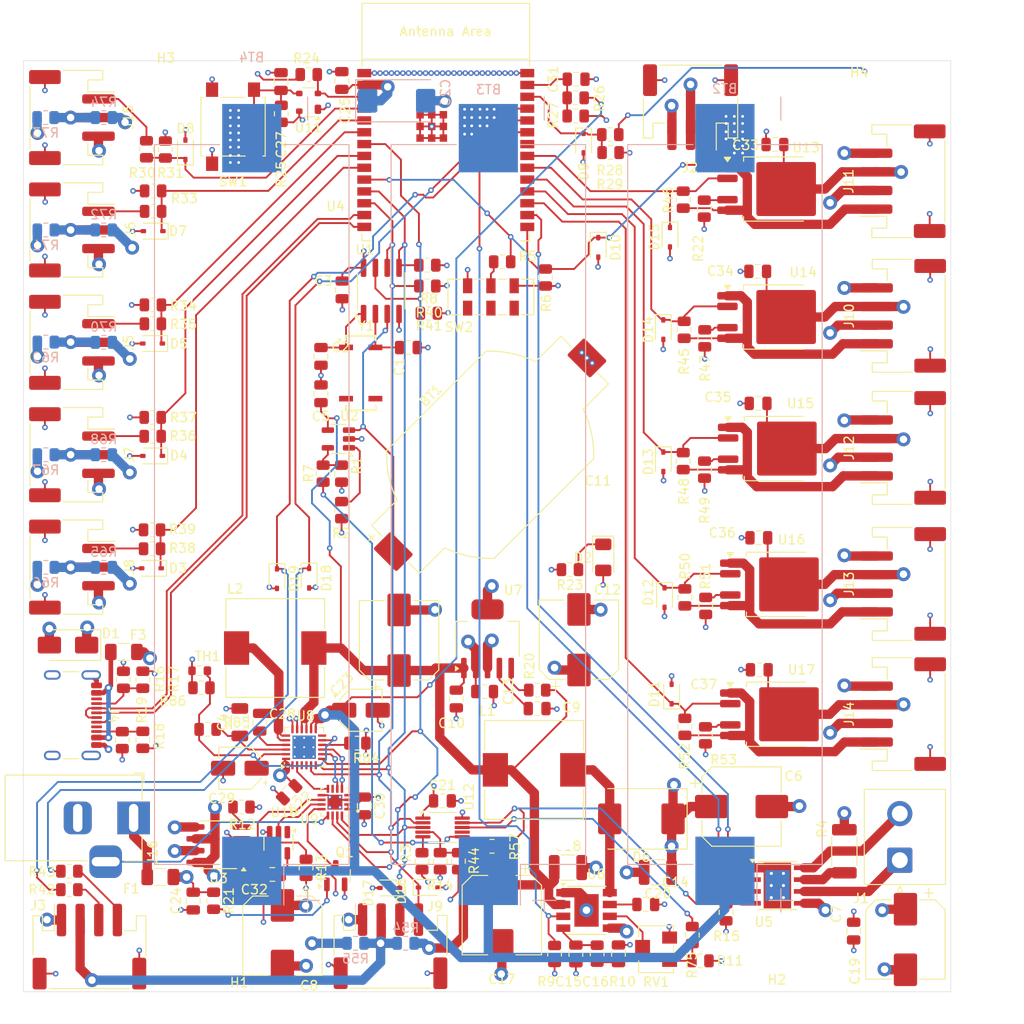
<source format=kicad_pcb>
(kicad_pcb (version 20241229) (generator "pcbnew") (generator_version "9.0")
  (layers (0 "F.Cu" signal) (4 "In1.Cu" signal) (6 "In2.Cu" signal) (2 "B.Cu" signal) (13 "F.Paste" user) (15 "B.Paste" user) (5 "F.SilkS" user "F.Silkscreen") (7 "B.SilkS" user "B.Silkscreen") (1 "F.Mask" user) (3 "B.Mask" user) (25 "Edge.Cuts" user))
  (net 0 "")
  (net 1 "Net-(BT1-+)")
  (net 2 "+BATT")
  (net 3 "Net-(U1-X1)")
  (net 4 "Net-(U1-X2)")
  (net 5 "+3.3V")
  (net 6 "VPP")
  (net 7 "+12V")
  (net 8 "VBUS")
  (net 9 "Net-(U6-SS)")
  (net 10 "Net-(U6-COMP)")
  (net 11 "Net-(C16-Pad1)")
  (net 12 "Net-(SW1-B)")
  (net 13 "Net-(D2-K)")
  (net 14 "Net-(D6-A)")
  (net 15 "Net-(F1-Pad1)")
  (net 16 "Net-(J3-Pin_2)")
  (net 17 "Net-(F3-Pad1)")
  (net 18 "Net-(J3-Pin_3)")
  (net 19 "Net-(J3-Pin_4)")
  (net 20 "USB+")
  (net 21 "USB-")
  (net 22 "Net-(J4-CC1)")
  (net 23 "Net-(J4-CC2)")
  (net 24 "OUT0")
  (net 25 "OUT1")
  (net 26 "OUT2")
  (net 27 "OUT3")
  (net 28 "OUT4")
  (net 29 "Net-(U2-PROG)")
  (net 30 "Net-(U2-STAT)")
  (net 31 "Net-(U5-ISEN)")
  (net 32 "Net-(SW2A-B)")
  (net 33 "BOOT0")
  (net 34 "BOOT1")
  (net 35 "Net-(U12-RDY{slash}~{BSY})")
  (net 36 "BOOST_EN")
  (net 37 "MOTOR_IN2")
  (net 38 "Net-(U7-NR{slash}FB)")
  (net 39 "Net-(U11-~{RESET})")
  (net 40 "ADC0")
  (net 41 "ADC1")
  (net 42 "ADC2")
  (net 43 "ADC3")
  (net 44 "ADC4")
  (net 45 "ADC5")
  (net 46 "ADC6")
  (net 47 "SDA")
  (net 48 "SCL")
  (net 49 "U0RX")
  (net 50 "U0TX")
  (net 51 "GLOBAL_INT")
  (net 53 "DAC_CH4")
  (net 54 "Net-(R11-Pad2)")
  (net 55 "Net-(U12-~{LDAC})")
  (net 56 "DAC_CH3")
  (net 57 "DAC_CH2")
  (net 58 "DAC_CH1")
  (net 59 "GND")
  (net 60 "Net-(U6-FB)")
  (net 61 "MOTOR_OUT1")
  (net 62 "MOTOR_OUT2")
  (net 63 "Net-(J5-Pin_1)")
  (net 64 "Net-(J6-Pin_1)")
  (net 65 "Net-(J7-Pin_1)")
  (net 66 "Net-(J8-Pin_1)")
  (net 67 "Net-(J15-Pin_1)")
  (net 68 "Net-(J5-Pin_2)")
  (net 69 "Net-(J6-Pin_2)")
  (net 70 "Net-(J7-Pin_2)")
  (net 71 "Net-(J8-Pin_2)")
  (net 72 "Net-(J15-Pin_2)")
  (net 73 "Net-(U8-REGN)")
  (net 74 "Net-(U8-SW_19)")
  (net 75 "Net-(U8-BTST)")
  (net 76 "Net-(U8-PMID)")
  (net 77 "+5V")
  (net 78 "Net-(U3-ILIM)")
  (net 79 "VBUS_FLG")
  (net 80 "VBUS_ENABLE")
  (net 81 "Net-(U8-ILIM)")
  (net 83 "CHR_EN")
  (net 84 "Net-(U7-EN)")
  (net 85 "CHR_PSEL")
  (net 86 "CHR_OTG")
  (net 87 "DC_JACK_PRESENT")
  (net 90 "Net-(U8-TS)")
  (net 92 "Net-(U3-~{EN})")
  (net 93 "Net-(U13-IS)")
  (net 94 "Net-(U14-IS)")
  (net 95 "Net-(U15-IS)")
  (net 96 "Net-(U16-IS)")
  (net 97 "Net-(U17-IS)")
  (net 98 "Net-(Q1-B)")
  (net 99 "Net-(Q1-C)")
  (net 100 "Net-(J10-Pin_1)")
  (net 101 "Net-(J11-Pin_1)")
  (net 102 "Net-(J12-Pin_1)")
  (net 103 "Net-(J13-Pin_1)")
  (net 104 "Net-(J14-Pin_1)")
  (footprint "Capacitor_SMD:C_0805_2012Metric" (layer "F.Cu") (at 133.842048 117.052366 -90)
    (property "Reference" "C7")
    (property "Value" "C")
  )
  (footprint "Fuse:Fuse_1206_3216Metric" (layer "F.Cu") (at 59.407601 111.252)
    (property "Reference" "F1")
    (property "Value" "Fuse")
  )
  (footprint "Resistor_SMD:R_0805_2012Metric" (layer "F.Cu") (at 80.5669 96.8756 180)
    (property "Reference" "R84")
    (property "Value" "R")
  )
  (footprint "Resistor_SMD:R_0805_2012Metric" (layer "F.Cu") (at 88.2375 50.725 180)
    (property "Reference" "R8")
    (property "Value" "R")
  )
  (footprint "Connector_JST:JST_PH_S3B-PH-SM4-TB_1x03-1MP_P2.00mm_Horizontal" (layer "F.Cu") (at 49.920448 65.911966 -90)
    (property "Reference" "J7")
    (property "Value" "Conn_01x03_MountingPin")
  )
  (footprint "Capacitor_SMD:CP_Elec_8x10" (layer "F.Cu") (at 139.404648 117.955366 -90)
    (property "Reference" "C19")
    (property "Value" "470uF 25V")
  )
  (footprint "Resistor_SMD:R_0805_2012Metric" (layer "F.Cu") (at 103.998948 29.55)
    (property "Reference" "R27")
    (property "Value" "R")
  )
  (footprint "MountingHole:MountingHole_3.2mm_M3" (layer "F.Cu") (at 64.271448 119.582166)
    (property "Reference" "H1")
    (property "Value" "MountingHole")
  )
  (footprint "Package_TO_SOT_SMD:SOT-23" (layer "F.Cu") (at 78.2433 111.0996 90)
    (property "Reference" "Q1")
    (property "Value" "Q_NPN_BEC")
  )
  (footprint "Capacitor_SMD:C_0805_2012Metric" (layer "F.Cu") (at 70.0786 94.630201 -90)
    (property "Reference" "C28")
    (property "Value" "47nF")
  )
  (footprint "Capacitor_SMD:CP_Elec_4x5.3" (layer "F.Cu") (at 80.9532 93.345)
    (property "Reference" "C23")
    (property "Value" "22uF 16V")
  )
  (footprint "Resistor_SMD:R_0805_2012Metric" (layer "F.Cu") (at 89.4588 109.5483 -90)
    (property "Reference" "R14")
    (property "Value" "R")
  )
  (footprint "Package_SO:SOIC-8_3.9x4.9mm_P1.27mm" (layer "F.Cu") (at 65.659 107.7834 180)
    (property "Reference" "U3")
    (property "Value" "~")
  )
  (footprint "Resistor_SMD:R_0805_2012Metric" (layer "F.Cu") (at 116.521952 117.4769 90)
    (property "Reference" "R75")
    (property "Value" "R")
  )
  (footprint "Resistor_SMD:R_0805_2012Metric" (layer "F.Cu") (at 96.1125 45.2)
    (property "Reference" "R5")
    (property "Value" "R")
  )
  (footprint "Diode_SMD:D_SOD-323" (layer "F.Cu") (at 71.9328 79.214 -90)
    (property "Reference" "D19")
    (property "Value" "D_Zener")
  )
  (footprint "Resistor_SMD:R_0805_2012Metric" (layer "F.Cu") (at 100.7618 46.8865 90)
    (property "Reference" "R6")
    (property "Value" "R")
  )
  (footprint "Resistor_SMD:R_0805_2012Metric" (layer "F.Cu") (at 120.142 115.0385 -90)
    (property "Reference" "R15")
    (property "Value" "R")
  )
  (footprint "Capacitor_SMD:C_0805_2012Metric" (layer "F.Cu") (at 86.039999 54.4068)
    (property "Reference" "C1")
    (property "Value" "C")
  )
  (footprint "Resistor_SMD:R_0805_2012Metric" (layer "F.Cu") (at 107.715252 31.547234 180)
    (property "Reference" "R28")
    (property "Value" "R")
  )
  (footprint "Package_SO:MSOP-10_3x3mm_P0.5mm" (layer "F.Cu") (at 89.7085 105.9274)
    (property "Reference" "U12")
    (property "Value" "MCP4728")
  )
  (footprint "PCM_Espressif:ESP32-C6-WROOM-1" (layer "F.Cu") (at 90.052448 33.205966)
    (property "Reference" "U4")
    (property "Value" "ESP32-C6-WROOM-1")
  )
  (footprint "Capacitor_SMD:C_1206_3216Metric" (layer "F.Cu") (at 67.945 94.630201 90)
    (property "Reference" "C4")
    (property "Value" "4.7uF")
  )
  (footprint "Capacitor_SMD:C_0805_2012Metric" (layer "F.Cu") (at 78.945448 48.216967 -90)
    (property "Reference" "C3")
    (property "Value" "C")
  )
  (footprint "Resistor_SMD:R_0805_2012Metric" (layer "F.Cu") (at 99.8747 91.186 180)
    (property "Reference" "R20")
    (property "Value" "10K")
  )
  (footprint "MountingHole:MountingHole_3.2mm_M3" (layer "F.Cu") (at 60.004248 27.532566)
    (property "Reference" "H3")
    (property "Value" "MountingHole")
  )
  (footprint "Diode_SMD:D_SMA" (layer "F.Cu") (at 49.5 86.35 180)
    (property "Reference" "D1")
    (property "Value" "D")
  )
  (footprint "Package_TO_SOT_SMD:TO-252-4" (layer "F.Cu") (at 125.4098 65.2526)
    (property "Reference" "U15")
    (property "Value" "BTS5012SDA")
  )
  (footprint "Resistor_SMD:R_0805_2012Metric" (layer "F.Cu") (at 117.856 53.4181 -90)
    (property "Reference" "R47")
    (property "Value" "R")
  )
  (footprint "Capacitor_SMD:C_0805_2012Metric" (layer "F.Cu") (at 94.223801 91.3384)
    (property "Reference" "C13")
    (property "Value" "C")
  )
  (footprint "Resistor_SMD:R_0805_2012Metric" (layer "F.Cu") (at 95.0195 107.95)
    (property "Reference" "R57")
    (property "Value" "R")
  )
  (footprint "Capacitor_SMD:C_0805_2012Metric" (layer "F.Cu") (at 99.862601 93.1672)
    (property "Reference" "C9")
    (property "Value" "C")
  )
  (footprint "Resistor_SMD:R_0805_2012Metric" (layer "F.Cu") (at 68.1247 103.7336)
    (property "Reference" "R12")
    (property "Value" "100R")
  )
  (footprint "Resistor_SMD:R_0805_2012Metric" (layer "F.Cu") (at 65.1256 113.7939 -90)
    (property "Reference" "R21")
    (property "Value" "R")
  )
  (footprint "Resistor_SMD:R_0805_2012Metric" (layer "F.Cu") (at 115.546 38.5327 -90)
    (property "Reference" "R46")
    (property "Value" "R")
  )
  (footprint "Package_SO:SOIC-8_3.9x4.9mm_P1.27mm" (layer "F.Cu") (at 83.1342 48.322 90)
    (property "Reference" "U1")
    (property "Value" "MCP7940N-xST")
  )
  (footprint "Resistor_SMD:R_0805_2012Metric" (layer "F.Cu") (at 117.8066 39.496 -90)
    (property "Reference" "R22")
    (property "Value" "R")
  )
  (footprint "Resistor_SMD:R_0805_2012Metric" (layer "F.Cu") (at 115.6462 52.4999 -90)
    (property "Reference" "R45")
    (property "Value" "R")
  )
  (footprint "Connector_JST:JST_PH_S4B-PH-SM4-TB_1x04-1MP_P2.00mm_Horizontal" (layer "F.Cu") (at 139.155448 65.181966 90)
    (property "Reference" "J12")
    (property "Value" "Conn_01x04_MountingPin")
  )
  (footprint "Capacitor_SMD:C_1210_3225Metric" (layer "F.Cu") (at 112.825 110.744 180)
    (property "Reference" "C20")
    (property "Value" "10uF 50V")
  )
  (footprint "Resistor_SMD:R_0805_2012Metric" (layer "F.Cu") (at 117.9576 82.1436 -90)
    (property "Reference" "R51")
    (property "Value" "R")
  )
  (footprint "Resistor_SMD:R_0805_2012Metric" (layer "F.Cu") (at 88.069348 45.566566 180)
    (property "Reference" "R40")
    (property "Value" "R")
  )
  (footprint "Capacitor_SMD:C_0805_2012Metric" (layer "F.Cu") (at 123.6624 74.8284 180)
    (property "Reference" "C36")
    (property "Value" "C")
  )
  (footprint "Resistor_SMD:R_0805_2012Metric" (layer "F.Cu") (at 91.4146 109.5483 90)
    (property "Reference" "R44")
    (property "Value" "R")
  )
  (footprint "Resistor_SMD:R_0805_2012Metric" (layer "F.Cu") (at 58.637948 37.586966 180)
    (property "Reference" "R33")
    (property "Value" "R")
  )
  (footprint "Resistor_SMD:R_0805_2012Metric" (layer "F.Cu") (at 103.998948 27.600034 180)
    (property "Reference" "R26")
    (property "Value" "R")
  )
  (footprint "Resistor_SMD:R_0805_2012Metric" (layer "F.Cu") (at 49.6429 110.6264 180)
    (property "Reference" "R43")
    (property "Value" "R")
  )
  (footprint "Battery:BatteryHolder_Renata_SMTU2032-LF_1x2032" (layer "F.Cu") (at 94.815448 65.916966 45)
    (property "Reference" "BT1")
    (property "Value" "Battery_Cell")
  )
  (footprint "Package_TO_SOT_SMD:SOT-23-5" (layer "F.Cu") (at 78.5313 64.2214 180)
    (property "Reference" "U2")
    (property "Value" "MCP73832-2-OT")
  )
  (footprint "Package_TO_SOT_SMD:TO-252-4" (layer "F.Cu") (at 125.6384 93.7768)
    (property "Reference" "U17")
    (property "Value" "BTS5012SDA")
  )
  (footprint "Package_TO_SOT_SMD:SOT-223-6" (layer "F.Cu") (at 94.538148 85.677666 90)
    (property "Reference" "U7")
    (property "Value" "~")
  )
  (footprint "Resistor_SMD:R_0805_2012Metric" (layer "F.Cu") (at 58.522948 76.008966)
    (property "Reference" "R38")
    (property "Value" "R")
  )
  (footprint "Capacitor_SMD:CP_Elec_8x10" (layer "F.Cu") (at 72.517 117.55 -90)
    (property "Reference" "C8")
    (property "Value" "C_Polarized")
  )
  (footprint "Capacitor_SMD:C_0805_2012Metric" (layer "F.Cu") (at 104.05 25.6)
    (property "Reference" "C31")
    (property "Value" "C")
  )
  (footprint "Resistor_SMD:R_0805_2012Metric" (layer "F.Cu") (at 78.867 67.9431 -90)
    (property "Reference" "R1")
    (property "Value" "R")
  )
  (footprint "Resistor_SMD:R_0805_2012Metric" (layer "F.Cu") (at 55.4482 90.0741 90)
    (property "Reference" "R16")
    (property "Value" "5.1K")
  )
  (footprint "Capacitor_SMD:C_0805_2012Metric" (layer "F.Cu") (at 123.5862 60.4012 180)
    (property "Reference" "C35")
    (property "Value" "C")
  )
  (footprint "Capacitor_SMD:C_0805_2012Metric" (layer "F.Cu") (at 91.186 92.135999 -90)
    (property "Reference" "C10")
    (property "Value" "C")
  )
  (footprint "Resistor_SMD:R_0805_2012Metric" (layer "F.Cu") (at 115.5446 66.5988 -90)
    (property "Reference" "R48")
    (property "Value" "R")
  )
  (footprint "Capacitor_SMD:CP_Elec_8x10" (layer "F.Cu") (at 85.040448 85.830166 90)
    (property "Reference" "C11")
    (property "Value" "C_Polarized")
  )
  (footprint "Resistor_SMD:R_0805_2012Metric" (layer "F.Cu") (at 58.522948 73.976966 180)
    (property "Reference" "R39")
    (property "Value" "R")
  )
  (footprint "Connector_JST:JST_NV_B02P-NV_1x02_P5.00mm_Vertical" (layer "F.Cu") (at 138.795048 109.443766 90)
    (property "Reference" "J1")
    (property "Value" "Conn_01x02_Pin")
  )
  (footprint "Resistor_SMD:R_0805_2012Metric" (layer "F.Cu") (at 107.7487 33.4772)
    (property "Reference" "R29")
    (property "Value" "R")
  )
  (footprint "Resistor_SMD:R_0805_2012Metric" (layer "F.Cu") (at 57.921448 33.122466 -90)
    (property "Reference" "R30")
    (property "Value" "R" (hide yes))
  )
  (footprint "Resistor_SMD:R_0805_2012Metric" (layer "F.Cu") (at 64.4875 95.4 180)
    (property "Reference" "R85")
    (property "Value" "5.25K")
  )
  (footprint "Resistor_SMD:R_0805_2012Metric" (layer "F.Cu") (at 57.531 96.52 90)
    (property "Reference" "R18")
    (property "Value" "R")
  )
  (footprint "Package_TO_SOT_SMD:TO-252-4" (layer "F.Cu") (at 125.335 37.3878)
    (property "Reference" "U13")
    (property "Value" "BTS5012SDA")
  )
  (footprint "Potentiometer_SMD:Potentiometer_Bourns_3214W_Vertical" (layer "F.Cu") (at 112.633048 118.997966 -90)
    (property "Reference" "RV1")
    (property "Value" "R_Potentiometer")
  )
  (footprint "Capacitor_SMD:C_0805_2012Metric" (layer "F.Cu") (at 72.3646 25.849 90)
    (property "Reference" "C27")
    (property "Value" "C")
  )
  (footprint "Capacitor_SMD:C_1210_3225Metric" (layer "F.Cu") (at 103.173 110.236)
    (property "Reference" "C18")
    (property "Value" "10uF 50V")
  )
  (footprint "Resistor_SMD:R_0805_2012Metric" (layer "F.Cu") (at 115.7224 95.1249 -90)
    (property "Reference" "R52")
    (property "Value" "R")
  )
  (footprint "Connector_JST:JST_PH_S3B-PH-SM4-TB_1x03-1MP_P2.00mm_Horizontal" (layer "F.Cu") (at 49.920448 41.781966 -90)
    (property "Reference" "J6")
    (property "Value" "Conn_01x03_MountingPin")
  )
  (footprint "MountingHole:MountingHole_3.2mm_M3" (layer "F.Cu") (at 130.8354 27.756966)
    (property "Reference" "H4")
    (property "Value" "MountingHole")
  )
  (footprint "Diode_SMD:D_SOD-323" (layer "F.Cu") (at 88.172 112.3696)
    (property "Reference" "D16")
    (property "Value" "D_Zener")
  )
  (footprint "Capacitor_SMD:C_0805_2012Metric" (layer "F.Cu") (at 89.697599 103.0732)
    (property "Reference" "C21")
    (property "Value" "C")
  )
  (footprint "Package_SO:Texas_HTSOP-8-1EP_3.9x4.9mm_P1.27mm_EP2.95x4.9mm_Mask2.4x3.1mm_ThermalVias" (layer "F.Cu") (at 125.652848 112.160766)
    (property "Reference" "U5")
    (property "Value" "DRV8870DDA")
  )
  (footprint "Diode_SMD:D_SOD-323" (layer "F.Cu") (at 62.103 33.181 90)
    (property "Reference" "D8")
    (property "Value" "D_Zener")
  )
  (footprint "Capacitor_SMD:CP_Elec_4x5.3" (layer "F.Cu") (at 67.9484 99.568 180)
    (property "Reference" "C29")
    (property "Value" "8.2uF")
  )
  (footprint "Diode_SMD:D_SOD-323" (layer "F.Cu") (at 106.426 43.654 -90)
    (property "Reference" "D10")
    (property "Value" "D_Zener")
  )
  (footprint "Diode_SMD:D_SOD-323" (layer "F.Cu") (at 58.581 53.975 180)
    (property "Reference" "D5")
    (property "Value" "D_Zener")
  )
  (footprint "Diode_SMD:D_SOD-323" (layer "F.Cu") (at 113.411 52.485 -90)
    (property "Reference" "D14")
    (property "Value" "D_Zener")
  )
  (footprint "Resistor_SMD:R_0805_2012Metric" (layer "F.Cu") (at 115.7224 81.2273 -90)
    (property "Reference" "R50")
    (property "Value" "R")
  )
  (footprint "Connector_USB:USB_C_Receptacle_GCT_USB4105-xx-A_16P_TopMnt_Horizontal" (layer "F.Cu") (at 48.886448 93.876966 -90)
    (property "Reference" "J4")
    (property "Value" "USB_C_Receptacle_USB2.0_14P")
  )
  (footprint "Capacitor_SMD:C_0805_2012Metric" (layer "F.Cu") (at 123.7132 89.0016 180)
    (property "Reference" "C37")
    (property "Value" "C")
  )
  (footprint "th:OSCL550P800X320X254-4N" (layer "F.Cu") (at 80.9242 57.1432)
    (property "Reference" "Y1")
    (property "Value" "MC-306_32.7680K-A5__ROHS")
  )
  (footprint "Button_Switch_SMD:SW_SPST_B3S-1000" (layer "F.Cu") (at 67.219 30.696 90)
    (property "Reference" "SW1")
    (property "Value" "SW_SPST")
  )
  (footprint "Diode_SMD:D_SOD-323" (layer "F.Cu") (at 58.581 66.04 180)
    (property "Reference" "D4")
    (property "Value" "D_Zener")
  )
  (footprint "Capacitor_SMD:C_0805_2012Metric" (layer "F.Cu") (at 76.6572 59.369999 90)
    (property "Reference" "C5")
    (property "Value" "C")
  )
  (footprint "Resistor_SMD:R_0805_2012Metric" (layer "F.Cu") (at 58.612948 49.826966 180)
    (property "Reference" "R35")
    (property "Value" "R")
  )
  (footprint "Connector_JST:JST_PH_S3B-PH-SM4-TB_1x03-1MP_P2.00mm_Horizontal" (layer "F.Cu") (at 116.332 28.6004 180)
    (property "Reference" "J2")
    (property "Value" "Conn_01x03_MountingPin")
  )
  (footprint "Capacitor_SMD:C_0805_2012Metric" (layer "F.Cu") (at 76.6572 55.356799 -90)
    (property "Reference" "C2")
    (property "Value" "C")
  )
  (footprint "Package_TO_SOT_SMD:SOT-23-5" (layer "F.Cu") (at 72.095399 107.5635 -90)
    (property "Reference" "U10")
    (property "Value" "74AHC1G04")
  )
  (footprint "Diode_SMD:D_SOD-323" (layer "F.Cu") (at 114.3 91.601 90)
    (property "Reference" "D11")
    (property "Value" "D_Zener")
  )
  (footprint "Resistor_SMD:R_0805_2012Metric" (layer "F.Cu") (at 58.592948 63.936966)
    (property "Reference" "R36")
    (property "Value" "R")
  )
  (footprint "Fuse:Fuse_1206_3216Metric" (layer "F.Cu") (at 55.495448 87.086966)
    (property "Reference" "F3")
    (property "Value" "Fuse")
  )
  (footprint "Capacitor_SMD:CP_Elec_8x10" (layer "F.Cu") (at 121.8085 103.6828)
    (property "Reference" "C6")
    (property "Value" "C_Polarized")
  )
  (footprint "Connector_JST:JST_PH_S4B-PH-SM4-TB_1x04-1MP_P2.00mm_Horizontal" (layer "F.Cu") (at 139.105448 36.546966 90)
    (property "Reference" "J11")
    (property "Value" "Conn_01x04_MountingPin")
  )
  (footprint "Button_Switch_SMD:SW_DPDT_CK_JS202011JCQN" (layer "F.Cu") (at 94.9 48.975)
    (property "Reference" "SW2")
    (property "Value" "SW_DPDT_x2")
  )
  (footprint "Diode_SMD:D_SMC" (layer "F.Cu") (at 111.0524 105.0036 180)
    (property "Reference" "D6")
    (property "Value" "SS34")
  )
  (footprint "Resistor_SMD:R_0805_2012Metric" (layer "F.Cu") (at 87.503001 109.5521 90)
    (property "Reference" "R3")
    (property "Value" "R")
  )
  (footprint "Diode_SMD:D_SOD-323" (layer "F.Cu") (at 75.3872 79.1632 -90)
    (property "Reference" "D18")
    (property "Value" "D_Zener")
  )
  (footprint "LED_SMD:LED_1206_3216Metric" (layer "F.Cu") (at 106.9594 76.933601 -90)
    (property "Reference" "D2")
    (property "Value" "LED")
  )
  (footprint "Resistor_SMD:R_0805_2012Metric" (layer "F.Cu") (at 75.343 25.097)
    (property "Reference" "R24")
    (property "Value" "R")
  )
  (footprint "Connector_JST:JST_PH_S4B-PH-SM4-TB_1x04-1MP_P2.00mm_Horizontal" (layer "F.Cu") (at 51.8 118.7152)
    (property "Reference" "J3")
    (property "Value" "Conn_01x04_MountingPin")
  )
  (footprint "Resistor_SMD:R_0805_2012Metric" (layer "F.Cu") (at 72.3966 29.3135 90)
    (property "Reference" "R25")
    (property "Value" "R")
  )
  (footprint "Resistor_SMD:R_0805_2012Metric" (layer "F.Cu") (at 101.736448 119.505966 -90)
    (property "Reference" "R9")
    (property "Value" "R")
  )
  (footprint "Resistor_SMD:R_2010_5025Metric" (layer "F.Cu") (at 132.842 108.4845 90)
    (property "Reference" "R4")
    (property "Value" "R")
  )
  (footprint "Diode_SMD:D_SOD-323" (layer "F.Cu") (at 58.637948 41.91 180)
    (property "Reference" "D7")
    (property "Value" "D_Zener")
  )
  (footprint "Resistor_SMD:R_0805_2012Metric" (layer "F.Cu") (at 63.8245 90.932 180)
    (property "Reference" "R86")
    (property "Value" "31.23K")
  )
  (footprint "Resistor_SMD:R_0805_2012Metric" (layer "F.Cu") (at 117.9322 96.0374 -90)
    (property "Reference" "R53")
    (property "Value" "R")
  )
  (footprint "Diode_SMD:D_SOD-323" (layer "F.Cu") (at 113.538 81.246 -90)
    (property "Reference" "D12")
    (property "Value" "D_Zener")
  )
  (footprint "Connector_JST:JST_PH_S3B-PH-SM4-TB_1x03-1MP_P2.00mm_Horizontal" (layer "F.Cu") (at 49.920448 29.716966 -90)
    (property "Reference" "J15")
    (property "Value" "Conn_01x03_MountingPin")
  )
  (footprint "Resistor_SMD:R_0805_2012Metric" (layer "F.Cu") (at 58.592948 61.904966 180)
    (property "Reference" "R37")
    (property "Value" "R")
  )
  (footprint "Resistor_SMD:R_0805_2012Metric" (layer "F.Cu") (at 49.6429 112.6076 180)
    (property "Reference" "R42")
    (property "Value" "R")
  )
  (footprint "Resistor_SMD:R_0805_2012Metric" (layer "F.Cu") (at 106.308448 119.478666 -90)
    (property "Reference" "R10")
    (property "Value" "51K")
  )
  (footprint "Connector_BarrelJack:BarrelJack_Horizontal" (layer "F.Cu") (at 56.546 104.902)
    (property "Reference" "J16")
    (property "Value" "Barrel_Jack_Switch")
  )
  (footprint "Package_SO:Diodes_SO-8EP" (layer "F.Cu") (at 105.165448 114.832366)
    (property "Reference" "U6")
    (property "Value" "PAM2421")
  )
  (footprint "Resistor_SMD:R_0805_2012Metric" (layer "F.Cu") (at 57.531 90.0703 -90)
    (property "Reference" "R17")
    (property "Value" "R")
  )
  (footprint "Diode_SMD:D_SOD-323" (layer "F.Cu") (at 84.04 112.4204 180)
    (property "Reference" "D17")
    (property "Value" "D_Zener")
  )
  (footprint "Package_TO_SOT_SMD:SOT-143" (layer "F.Cu") (at 75.327 28.079 180)
    (property "Reference" "U11")
    (property "Value" "MAX811TEUS-T")
  )
  (footprint "Resistor_SMD:R_0805_2012Metric" (layer "F.Cu") (at 78.867 71.8566 90)
    (property "Reference" "R2")
    (property "Value" "R")
  )
  (footprint "Diode_SMD:D_SOD-323" (layer "F.Cu") (at 114.1236 42.5608 -90)
    (property "Reference" "D15")
    (property "Value" "D_Zener")
  )
  (footprint "Inductor_SMD:L_10.4x10.4_H4.8" (layer "F.Cu") (at 99.5328 99.7458)
    (property "Reference" "L1")
    (property "Value" "6.8uH")
  )
  (footprint "Resistor_SMD:R_0805_2012Metric" (layer "F.Cu") (at 117.3969 120.2436 180)
    (property "Reference" "R11")
    (property "Value" "R")
  )
  (footprint "Diode_SMD:D_SOD-323" (layer "F.Cu") (at 58.454 78.105 180)
    (property "Reference" "D3")
    (property "Value" "D_Zener")
  )
  (footprint "Resistor_SMD:R_0805_2012Metric" (layer "F.Cu") (at 117.8306 67.5132 -90)
    (property "Reference" "R49")
    (property "Value" "R")
  )
  (footprint "Capacitor_SMD:C_0805_2012Metric" (layer "F.Cu") (at 108.594448 119.490766 90)
    (property "Reference" "C16")
    (property "Value" "2.2nF")
  )
  (footprint "th:QFN50P300X300X100-17N" (layer "F.Cu") (at 78.1558 103.211798 180)
    (property "Reference" "U9")
    (property "Value" "PCF8574RGTR")
  )
  (footprint "Capacitor_SMD:C_0805_2012Metric" (layer "F.Cu") (at 104.022448 119.505966 -90)
    (property "Reference" "C15")
    (property "Value" "47pF")
  )
  (footprint "Capacitor_SMD:CP_Elec_8x10" (layer "F.Cu") (at 96.072248 115.339166 -90)
    (property "Reference" "C17")
    (property "Value" "470uF 25V" (hide yes))
  )
  (footprint "Package_DFN_QFN:VQFN-24-1EP_4x4mm_P0.5mm_EP2.5x2.5mm_ThermalVias" (layer "F.Cu") (at 74.8458 97.3154 90)
    (property "Reference" "U8")
    (property "Value" "BQ24296MRGET")
  )
  (footprint "Capacitor_SMD:C_0805_2012Metric" (layer "F.Cu") (at 78.8924 25.7404 90)
    (property "Reference" "C25")
    (property "Value" "C")
  )
  (footprint "Capacitor_SMD:C_0805_2012Metric" (layer "F.Cu") (at 71.44 110.9726 180)
    (property "Reference" "C32")
    (property "Value" "C")
  )
  (footprint "MountingHole:MountingHole_3.2mm_M3" (layer "F.Cu") (at 129.295448 119.582166)
    (property "Reference" "H2")
    (property "Value" "MountingHole")
  )
  (footprint "Resistor_SMD:R_0805_2012Metric" (layer "F.Cu") (at 58.637948 39.786966)
    (property "Reference" "R32" (hide yes))
    (property "Value" "R")
  )
  (footprint "Capacitor_SMD:CP_Elec_8x10" (layer "F.Cu") (at 104.352648 85.774766 90)
    (property "Reference" "C12")
    (property "Value" "C_Polarized")
  )
  (footprint "Inductor_SMD:L_10.4x10.4_H4.8" (layer "F.Cu") (at 71.7452 86.6648 180)
    (property "Reference" "L2")
    (property "Value" "L")
  )
  (footprint "Capacitor_SMD:C_0805_2012Metric" (layer "F.Cu") (at 81.3054 103.616799 -90)
    (property "Reference" "C30")
    (property "Value" "C")
  )
  (footprint "Capacitor_SMD:C_0805_2012Metric" (layer "F.Cu") (at 123.5436 46.228 180)
    (property "Reference" "C34")
    (property "Value" "C")
  )
  (footprint "Connector_JST:JST_PH_S3B-PH-SM4-TB_1x03-1MP_P2.00mm_Horizontal" (layer "F.Cu") (at 49.920448 77.976966 -90)
    (property "Reference" "J8")
    (property "Value" "Conn_01x03_MountingPin")
  )
  (footprint "Connector_JST:JST_PH_S4B-PH-SM4-TB_1x04-1MP_P2.00mm_Horizontal" (layer "F.Cu") (at 84.122 118.674)
    (property "Reference" "J9")
    (property "Value" "Conn_01x04_MountingPin")
  )
  (footprint "Resistor_SMD:R_0805_2012Metric" (layer "F.Cu") (at 55.329614 96.5511 -90)
    (property "Reference" "R19")
    (property "Value" "5.1K")
  )
  (footprint "Capacitor_SMD:C_0805_2012Metric" (layer "F.Cu") (at 73.242249 102.144751 -135)
    (property "Reference" "C22")
    (property "Value" "C")
  )
  (footprint "Resistor_SMD:R_0805_2012Metric" (layer "F.Cu") (at 75.057 110.2595 -90)
    (property "Reference" "R13")
    (property "Value" "10K")
  )
  (footprint "Connector_JST:JST_PH_S4B-PH-SM4-TB_1x04-1MP_P2.00mm_Horizontal" (layer "F.Cu") (at 139.155448 51.001966 90)
    (property "Reference" "J10")
    (property "Value" "Conn_01x04_MountingPin")
  )
  (footprint "Resistor_SMD:R_0805_2012Metric" (layer "F.Cu") (at 76.8858 67.9431 -90)
    (property "Reference" "R7")
    (property "Value" "R")
  )
  (footprint "Capacitor_SMD:C_0805_2012Metric" (layer "F.Cu") (at 111.525648 114.197366)
    (property "Reference" "C14")
    (property "Value" "10nF")
  )
  (footprint "Package_TO_SOT_SMD:TO-252-4" (layer "F.Cu") (at 125.6384 79.8322)
    (property "Reference" "U16")
    (property "Value" "BTS5012SDA")
  )
  (footprint "Package_TO_SOT_SMD:TO-252-4" (layer "F.Cu") (at 125.3336 51.1302)
    (property "Reference" "U14")
    (property "Value" "BTS5012SDA")
  )
  (footprint "Diode_SMD:D_SOD-323" (layer "F.Cu") (at 104.8512 32.4612 -90)
    (property "Reference" "D9")
    (property "Value" "D_Zener")
  )
  (footprint "Resistor_SMD:R_0805_2012Metric" (layer "F.Cu") (at 59.953448 33.145966 90)
    (property "Reference" "R31")
    (property "Value" "R")
  )
  (footprint "Resistor_SMD:R_0603_1608Metric" (layer "F.Cu") (at 63.6354 89.1032 180)
    (property "Reference" "TH1")
    (property "Value" "Thermistor_NTC")
  )
  (footprint "Capacitor_SMD:C_0805_2012Metric" (layer "F.Cu") (at 125.391 32.6126 180)
    (property "Reference" "C33")
    (property "Value" "C")
  )
  (footprint "Resistor_SMD:R_0805_2012Metric" (layer "F.Cu") (at 88.073148 47.801766 180)
    (property "Reference" "R41")
    (property "Value" "R")
  )
  (footprint "Connector_JST:JST_PH_S3B-PH-SM4-TB_1x03-1MP_P2.00mm_Horizontal" (layer "F.Cu") (at 49.920448 53.846966 -90)
    (property "Reference" "J5")
    (property "Value" "Conn_01x03_MountingPin")
  )
  (footprint "Resistor_SMD:R_0805_2012Metric" (layer "F.Cu") (at 103.3875 78.25 180)
    (property "Reference" "R23")
    (property "Value" "R")
  )
  (footprint "Capacitor_SMD:C_0805_2012Metric" (layer "F.Cu") (at 62.9412 113.827599 -90)
    (property "Reference" "C24")
    (property "Value" "C")
  )
  (footprint "Connector_JST:JST_PH_S4B-PH-SM4-TB_1x04-1MP_P2.00mm_Horizontal" (layer "F.Cu") (at 139.155448 93.756966 90)
    (property "Reference" "J14")
    (property "Value" "Conn_01x04_MountingPin")
  )
  (footprint "Connector_JST:JST_PH_S4B-PH-SM4-TB_1x04-1MP_P2.00mm_Horizontal" (layer "F.Cu") (at 139.155448 79.786966 90)
    (property "Reference" "J13")
    (property "Value" "Conn_01x04_MountingPin")
  )
  (footprint "Diode_SMD:D_SOD-323" (layer "F.Cu") (at 113.411 66.675 -90)
    (property "Reference" "D13")
    (property "Value" "D_Zener")
  )
  (footprint "Resistor_SMD:R_0805_2012Metric" (layer "F.Cu") (at 58.612948 51.858966)
    (property "Reference" "R34")
    (property "Value" "R")
  )
  (footprint "Battery:BatteryHolder_Keystone_1042_1x18650" (layer "B.Cu") (at 94.625448 71.256966 90)
    (property "Reference" "BT3")
    (property "Value" "Battery_Cell")
  )
  (footprint "Resistor_SMD:R_0805_2012Metric" (layer "B.Cu") (at 53.3419 29.718 180)
    (property "Reference" "R74")
    (property "Value" "R")
  )
  (footprint "Resistor_SMD:R_0805_2012Metric" (layer "B.Cu") (at 53.3419 78.0034 180)
    (property "Reference" "R65")
    (property "Value" "R")
  )
  (footprint "Resistor_SMD:R_0805_2012Metric" (layer "B.Cu") (at 85.7485 118.364 180)
    (property "Reference" "R54")
    (property "Value" "R")
  )
  (footprint "Battery:BatteryHolder_Keystone_1042_1x18650" (layer "B.Cu") (at 120.025448 71.256966 90)
    (property "Reference" "BT2")
    (property "Value" "Battery_Cell")
  )
  (footprint "Resistor_SMD:R_0805_2012Metric" (layer "B.Cu") (at 47.1189 78.0034)
    (property "Reference" "R66")
    (property "Value" "R")
  )
  (footprint "Resistor_SMD:R_0805_2012Metric" (layer "B.Cu") (at 80.3675 118.364)
    (property "Reference" "R55")
    (property "Value" "R")
  )
  (footprint "Battery:BatteryHolder_Keystone_1042_1x18650" (layer "B.Cu") (at 69.225448 71.256966 90)
    (property "Reference" "BT4")
    (property "Value" "Battery_Cell")
  )
  (footprint "Resistor_SMD:R_0805_2012Metric" (layer "B.Cu") (at 47.0935 29.718)
    (property "Reference" "R73")
    (property "Value" "R")
  )
  (footprint "Resistor_SMD:R_0805_2012Metric" (layer "B.Cu") (at 53.3381 41.783 180)
    (property "Reference" "R72")
    (property "Value" "R")
  )
  (footprint "Resistor_SMD:R_0805_2012Metric" (layer "B.Cu") (at 53.3419 53.848 180)
    (property "Reference" "R70")
    (property "Value" "R")
  )
  (footprint "Resistor_SMD:R_0805_2012Metric" (layer "B.Cu") (at 47.1189 41.783)
    (property "Reference" "R71")
    (property "Value" "R")
  )
  (footprint "Resistor_SMD:R_0805_2012Metric" (layer "B.Cu") (at 47.1189 65.913)
    (property "Reference" "R67")
    (property "Value" "R")
  )
  (footprint "Capacitor_Tantalum_SMD:CP_EIA-7343-31_Kemet-D" (layer "B.Cu") (at 84.782948 27.913566)
    (property "Reference" "C26")
    (property "Value" "C_Polarized")
  )
  (footprint "Resistor_SMD:R_0805_2012Metric" (layer "B.Cu") (at 53.3381 65.913 180)
    (property "Reference" "R68")
    (property "Value" "R")
  )
  (footprint "Resistor_SMD:R_0805_2012Metric" (layer "B.Cu") (at 47.1189 53.8226)
    (property "Reference" "R69")
    (property "Value" "R")
  )
  (gr_rect (start 44.704 23.622) (end 144.272 123.571) (stroke (width 0.05)) (fill no) (layer "Edge.Cuts"))
  (segment (start 84.420978 66.132978) (end 81.1784 62.8904) (width 0.2) (layer "F.Cu") (net 1))
  (segment (start 83.7692 50.797) (end 83.7692 52.3748) (width 0.2) (layer "F.Cu") (net 1))
  (segment (start 84.420978 76.311436) (end 84.420978 66.132978) (width 0.2) (layer "F.Cu") (net 1))
  (segment (start 81.1784 62.8904) (end 80.7974 63.2714) (width 0.2) (layer "F.Cu") (net 1))
  (segment (start 80.7974 63.2714) (end 79.6688 63.2714) (width 0.2) (layer "F.Cu") (net 1))
  (segment (start 83.7692 52.3748) (end 83.566 52.578) (width 0.2) (layer "F.Cu") (net 1))
  (via (at 83.566 52.578) (size 0.6) (drill 0.3) (layers "F.Cu" "B.Cu") (net 1))
  (via (at 81.1784 62.8904) (size 0.6) (drill 0.3) (layers "F.Cu" "B.Cu") (net 1))
  (segment (start 83.566 52.578) (end 81.1784 54.9656) (width 0.2) (layer "B.Cu") (net 1))
  (segment (start 81.1784 54.9656) (end 81.1784 62.8904) (width 0.2) (layer "B.Cu") (net 1))
  (segment (start 79.9592 91.948) (end 79.1532 92.754) (width 0.2) (layer "F.Cu") (net 2))
  (segment (start 106.035234 27.600034) (end 106.7308 28.2956) (width 0.2) (layer "F.Cu") (net 2))
  (segment (start 76.708 94.234) (end 76.2 94.234) (width 1) (layer "F.Cu") (net 2))
  (segment (start 77.597 93.345) (end 77.089 93.853) (width 1) (layer "F.Cu") (net 2))
  (segment (start 104.911448 27.600034) (end 106.035234 27.600034) (width 0.2) (layer "F.Cu") (net 2))
  (segment (start 76.0958 95.3779) (end 76.0958 94.8462) (width 0.2) (layer "F.Cu") (net 2))
  (segment (start 79.1532 92.754) (end 79.1532 93.345) (width 0.2) (layer "F.Cu") (net 2))
  (segment (start 88.3412 90.6272) (end 87.0204 91.948) (width 0.2) (layer "F.Cu") (net 2))
  (segment (start 87.0204 91.948) (end 79.9592 91.948) (width 0.2) (layer "F.Cu") (net 2))
  (segment (start 75.5958 94.8382) (end 76.2 94.234) (width 0.2) (layer "F.Cu") (net 2))
  (segment (start 79.1532 93.345) (end 77.597 93.345) (width 1) (layer "F.Cu") (net 2))
  (segment (start 76.0958 94.8462) (end 76.708 94.234) (width 0.2) (layer "F.Cu") (net 2))
  (segment (start 77.089 93.853) (end 76.708 94.234) (width 1) (layer "F.Cu") (net 2))
  (segment (start 75.5958 95.377901) (end 75.5958 94.8382) (width 0.2) (layer "F.Cu") (net 2))
  (via (at 88.3412 90.6272) (size 0.6) (drill 0.3) (layers "F.Cu" "B.Cu") (net 2))
  (via (at 106.7308 28.2956) (size 0.6) (drill 0.3) (layers "F.Cu" "B.Cu") (net 2))
  (via (at 77.089 93.853) (size 1.5) (drill 0.8) (layers "F.Cu" "B.Cu") (net 2))
  (segment (start 80.264 95.504) (end 78.613 93.853) (width 1) (layer "B.Cu") (net 2))
  (segment (start 94.625448 119.771448) (end 94.742 119.888) (width 1) (layer "B.Cu") (net 2))
  (segment (start 120.025448 114.670552) (end 120.025448 110.586966) (width 1) (layer "B.Cu") (net 2))
  (segment (start 91.186 87.7824) (end 91.186 44.8564) (width 0.2) (layer "B.Cu") (net 2))
  (segment (start 106.7308 29.3116) (end 106.7308 28.2956) (width 0.2) (layer "B.Cu") (net 2))
  (segment (start 78.613 93.853) (end 77.089 93.853) (width 1) (layer "B.Cu") (net 2))
  (segment (start 114.808 119.888) (end 120.025448 114.670552) (width 1) (layer "B.Cu") (net 2))
  (segment (start 80.264 110.586966) (end 80.264 95.504) (width 1) (layer "B.Cu") (net 2))
  (segment (start 82.392966 110.586966) (end 91.694 119.888) (width 1) (layer "B.Cu") (net 2))
  (segment (start 91.694 119.888) (end 94.742 119.888) (width 1) (layer "B.Cu") (net 2))
  (segment (start 94.625448 110.586966) (end 94.625448 119.771448) (width 1) (layer "B.Cu") (net 2))
  (segment (start 94.742 119.888) (end 114.808 119.888) (width 1) (layer "B.Cu") (net 2))
  (segment (start 80.264 110.586966) (end 82.392966 110.586966) (width 1) (layer "B.Cu") (net 2))
  (segment (start 91.186 44.8564) (end 106.7308 29.3116) (width 0.2) (layer "B.Cu") (net 2))
  (segment (start 69.225448 110.586966) (end 80.264 110.586966) (width 1) (layer "B.Cu") (net 2))
  (segment (start 88.3412 90.6272) (end 91.186 87.7824) (width 0.2) (layer "B.Cu") (net 2))
  (segment (start 79.3492 52.172) (end 80.7242 50.797) (width 0.2) (layer "F.Cu") (net 3))
  (segment (start 79.3492 54.3932) (end 79.3492 52.172) (width 0.2) (layer "F.Cu") (net 3))
  (segment (start 79.3356 54.4068) (end 79.3492 54.3932) (width 0.2) (layer "F.Cu") (net 3))
  (segment (start 80.7242 50.797) (end 81.2292 50.797) (width 0.2) (layer "F.Cu") (net 3))
  (segment (start 76.6572 54.4068) (end 79.3356 54.4068) (width 0.2) (layer "F.Cu") (net 3))
  (segment (start 82.4992 54.3932) (end 82.4992 50.797) (width 0.2) (layer "F.Cu") (net 4))
  (segment (start 85.0764 54.3932) (end 85.09 54.4068) (width 0.2) (layer "F.Cu") (net 4))
  (segment (start 82.4992 54.3932) (end 85.0764 54.3932) (width 0.2) (layer "F.Cu") (net 4))
  (segment (start 106.9594 79.8576) (end 106.934 79.883) (width 0.2) (layer "F.Cu") (net 5))
  (segment (start 97.4 47.775) (end 100.7378 47.775) (width 0.2) (layer "F.Cu") (net 5))
  (segment (start 136.255448 37.546966) (end 132.633034 37.546966) (width 1) (layer "F.Cu") (net 5))
  (segment (start 136.305448 52.001966) (end 132.148034 52.001966) (width 1) (layer "F.Cu") (net 5))
  (segment (start 102.061 47.799) (end 102.108 47.752) (width 0.2) (layer "F.Cu") (net 5))
  (segment (start 81.3054 102.6668) (end 82.7278 102.6668) (width 0.2) (layer "F.Cu") (net 5))
  (segment (start 88.7476 103.0732) (end 88.7476 101.4984) (width 0.2) (layer "F.Cu") (net 5))
  (segment (start 87.596 104.9274) (end 87.596 104.2248) (width 0.2) (layer "F.Cu") (net 5))
  (segment (start 132.319034 94.756966) (end 131.318 95.758) (width 1) (layer "F.Cu") (net 5))
  (segment (start 93.268148 86.791148) (end 92.456 85.979) (width 1) (layer "F.Cu") (net 5))
  (segment (start 73.045398 110.317202) (end 72.39 110.9726) (width 0.2) (layer "F.Cu") (net 5))
  (segment (start 132.148034 52.001966) (end 131.318 52.832) (width 1) (layer "F.Cu") (net 5))
  (segment (start 87.503001 110.4646) (end 87.503001 111.125001) (width 0.2) (layer "F.Cu") (net 5))
  (segment (start 88.985648 47.801766) (end 90.120234 47.801766) (width 0.2) (layer "F.Cu") (net 5))
  (segment (start 94.107 108.966) (end 92.6122 110.4608) (width 0.2) (layer "F.Cu") (net 5))
  (segment (start 88.981848 45.566566) (end 90.143566 45.566566) (width 0.2) (layer "F.Cu") (net 5))
  (segment (start 81.2292 44.078582) (end 81.259391 44.048391) (width 0.2) (layer "F.Cu") (net 5))
  (segment (start 90.245 50.725) (end 90.297 50.673) (width 0.2) (layer "F.Cu") (net 5))
  (segment (start 73.1266 110.236) (end 76.962 110.236) (width 0.2) (layer "F.Cu") (net 5))
  (segment (start 80.5418 102.6668) (end 81.3054 102.6668) (width 0.2) (layer "F.Cu") (net 5))
  (segment (start 78.945448 46.529552) (end 79.628 45.847) (width 0.2) (layer "F.Cu") (net 5))
  (segment (start 74.327 29.6098) (end 74.327 29.029) (width 0.2) (layer "F.Cu") (net 5))
  (segment (start 132.192034 66.181966) (end 131.318 67.056) (width 1) (layer "F.Cu") (net 5))
  (segment (start 136.305448 80.786966) (end 132.065034 80.786966) (width 1) (layer "F.Cu") (net 5))
  (segment (start 104.352648 89.024766) (end 101.978766 89.024766) (width 1) (layer "F.Cu") (net 5))
  (segment (start 83.82 26.416) (end 83.619966 26.215966) (width 1) (layer "F.Cu") (net 5))
  (segment (start 73.7108 30.226) (end 74.327 29.6098) (width 0.2) (layer "F.Cu") (net 5))
  (segment (start 91.4146 110.4608) (end 91.4146 112.8014) (width 0.2) (layer "F.Cu") (net 5))
  (segment (start 72.3966 30.226) (end 73.7108 30.226) (width 0.2) (layer "F.Cu") (net 5))
  (segment (start 74.4305 25.097) (end 73.8775 25.65) (width 0.2) (layer "F.Cu") (net 5))
  (segment (start 74.327 29.623) (end 74.676 29.972) (width 0.2) (layer "F.Cu") (net 5))
  (segment (start 89.15 50.725) (end 90.245 50.725) (width 0.2) (layer "F.Cu") (net 5))
  (segment (start 132.633034 37.546966) (end 131.318 38.862) (width 1) (layer "F.Cu") (net 5))
  (segment (start 79.5908 103.461798) (end 80.510402 103.461798) (width 0.2) (layer "F.Cu") (net 5))
  (segment (start 136.305448 66.181966) (end 132.192034 66.181966) (width 1) (layer "F.Cu") (net 5))
  (segment (start 73.045398 108.701) (end 73.045398 110.317202) (width 0.2) (layer "F.Cu") (net 5))
  (segment (start 76.962 110.236) (end 78.232 111.506) (width 0.2) (layer "F.Cu") (net 5))
  (segment (start 78.945448 47.266968) (end 78.945448 46.529552) (width 0.2) (layer "F.Cu") (net 5))
  (segment (start 78.8924 26.6904) (end 79.5832 26.6904) (width 0.2) (layer "F.Cu") (net 5))
  (segment (start 70.481 25.65) (end 69.85 25.019) (width 0.2) (layer "F.Cu") (net 5))
  (segment (start 78.232 111.506) (end 78.232 113.03) (width 0.2) (layer "F.Cu") (net 5))
  (segment (start 74.327 29.6098) (end 74.327 29.623) (width 0.2) (layer "F.Cu") (net 5))
  (segment (start 90.120234 47.801766) (end 90.17 47.752) (width 0.2) (layer "F.Cu") (net 5))
  (segment (start 72.39 110.9726) (end 73.1266 110.236) (width 0.2) (layer "F.Cu") (net 5))
  (segment (start 82.7278 102.6668) (end 82.804 102.743) (width 0.2) (layer "F.Cu") (net 5))
  (segment (start 87.503001 111.125001) (end 88.138 111.76) (width 0.2) (layer "F.Cu") (net 5))
  (segment (start 80.336798 102.461798) (end 80.5418 102.6668) (width 0.2) (layer "F.Cu") (net 5))
  (segment (start 100.7378 47.775) (end 100.7618 47.799) (width 0.2) (layer "F.Cu") (net 5))
  (segment (start 73.8775 25.65) (end 70.481 25.65) (width 0.2) (layer "F.Cu") (net 5))
  (segment (start 91.4146 112.8014) (end 90.551 113.665) (width 0.2) (layer "F.Cu") (net 5))
  (segment (start 100.7618 47.799) (end 102.061 47.799) (width 0.2) (layer "F.Cu") (net 5))
  (segment (start 92.6122 110.4608) (end 91.4146 110.4608) (width 0.2) (layer "F.Cu") (net 5))
  (segment (start 80.057634 26.215966) (end 81.302448 26.215966) (width 0.2) (layer "F.Cu") (net 5))
  (segment (start 93.268148 88.815166) (end 93.268148 86.791148) (width 1) (layer "F.Cu") (net 5))
  (segment (start 88.7476 101.4984) (end 88.773 101.473) (width 0.2) (layer "F.Cu") (net 5))
  (segment (start 79.628 45.847) (end 81.2292 45.847) (width 0.2) (layer "F.Cu") (net 5))
  (segment (start 87.596 104.2248) (end 88.7476 103.0732) (width 0.2) (layer "F.Cu") (net 5))
  (segment (start 132.065034 80.786966) (end 131.318 81.534) (width 1) (layer "F.Cu") (net 5))
  (segment (start 94.107 107.95) (end 94.107 108.966) (width 0.2) (layer "F.Cu") (net 5))
  (segment (start 80.510402 103.461798) (end 81.3054 102.6668) (width 0.2) (layer "F.Cu") (net 5))
  (segment (start 81.2292 45.847) (end 81.2292 44.078582) (width 0.2) (layer "F.Cu") (net 5))
  (segment (start 78.867 72.7691) (end 78.867 74.295) (width 0.2) (layer "F.Cu") (net 5))
  (segment (start 79.5832 26.6904) (end 80.057634 26.215966) (width 0.2) (layer "F.Cu") (net 5))
  (segment (start 101.978766 89.024766) (end 101.727 88.773) (width 1) (layer "F.Cu") (net 5))
  (segment (start 79.5908 102.461798) (end 80.336798 102.461798) (width 0.2) (layer "F.Cu") (net 5))
  (segment (start 90.143566 45.566566) (end 90.17 45.593) (width 0.2) (layer "F.Cu") (net 5))
  (segment (start 79.5908 103.461798) (end 79.5908 103.961798) (width 0.2) (layer "F.Cu") (net 5))
  (segment (start 93.273802 91.3384) (end 93.273802 88.82082) (width 0.2) (layer "F.Cu") (net 5))
  (segment (start 83.619966 26.215966) (end 81.302448 26.215966) (width 1) (layer "F.Cu") (net 5))
  (segment (start 93.273802 88.82082) (end 93.268148 88.815166) (width 0.2) (layer "F.Cu") (net 5))
  (segment (start 106.9594 78.3336) (end 106.9594 79.8576) (width 0.2) (layer "F.Cu") (net 5))
  (segment (start 136.305448 94.756966) (end 132.319034 94.756966) (width 1) (layer "F.Cu") (net 5))
  (segment (start 116.332 31.4504) (end 116.332 26.162) (width 1) (layer "F.Cu") (net 5))
  (via (at 106.934 79.883) (size 0.6) (drill 0.3) (layers "F.Cu" "B.Cu") (net 5))
  (via (at 90.17 45.593) (size 0.6) (drill 0.3) (layers "F.Cu" "B.Cu") (net 5))
  (via (at 88.138 111.76) (size 0.6) (drill 0.3) (layers "F.Cu" "B.Cu") (net 5))
  (via (at 116.332 26.162) (size 1.5) (drill 0.8) (layers "F.Cu" "B.Cu") (net 5))
  (via (at 92.456 85.979) (size 1.5) (drill 0.8) (layers "F.Cu" "B.Cu") (net 5))
  (via (at 56.134 79.756) (size 1.5) (drill 0.8) (layers "F.Cu" "B.Cu") (net 5))
  (via (at 90.17 47.752) (size 0.6) (drill 0.3) (layers "F.Cu" "B.Cu") (net 5))
  (via (at 101.727 88.773) (size 1.5) (drill 0.8) (layers "F.Cu" "B.Cu") (net 5))
  (via (at 131.318 81.534) (size 1.5) (drill 0.8) (layers "F.Cu" "B.Cu") (net 5))
  (via (at 88.773 101.473) (size 0.6) (drill 0.3) (layers "F.Cu" "B.Cu") (net 5))
  (via (at 131.318 38.862) (size 1.5) (drill 0.8) (layers "F.Cu" "B.Cu") (net 5))
  (via (at 83.82 26.416) (size 1.5) (drill 0.8) (layers "F.Cu" "B.Cu") (net 5))
  (via (at 56.134 55.626) (size 1.5) (drill 0.8) (layers "F.Cu" "B.Cu") (net 5))
  (via (at 78.232 113.03) (size 0.6) (drill 0.3) (layers "F.Cu" "B.Cu") (net 5))
  (via (at 102.108 47.752) (size 0.6) (drill 0.3) (layers "F.Cu" "B.Cu") (net 5))
  (via (at 131.318 52.832) (size 1.5) (drill 0.8) (layers "F.Cu" "B.Cu") (net 5))
  (via (at 56.388 43.688) (size 1.5) (drill 0.8) (layers "F.Cu" "B.Cu") (net 5))
  (via (at 131.318 95.758) (size 1.5) (drill 0.8) (layers "F.Cu" "B.Cu") (net 5))
  (via (at 81.259391 44.048391) (size 0.6) (drill 0.3) (layers "F.Cu" "B.Cu") (net 5))
  (via (at 90.297 50.673) (size 0.6) (drill 0.3) (layers "F.Cu" "B.Cu") (net 5))
  (via (at 56.134 67.818) (size 1.5) (drill 0.8) (layers "F.Cu" "B.Cu") (net 5))
  (via (at 131.318 67.056) (size 1.5) (drill 0.8) (layers "F.Cu" "B.Cu") (net 5))
  (via (at 78.867 74.295) (size 0.6) (drill 0.3) (layers "F.Cu" "B.Cu") (net 5))
  (via (at 82.804 102.743) (size 0.6) (drill 0.3) (layers "F.Cu" "B.Cu") (net 5))
  (via (at 69.85 25.019) (size 0.6) (drill 0.3) (layers "F.Cu" "B.Cu") (net 5))
  (via (at 90.551 113.665) (size 0.6) (drill 0.3) (layers "F.Cu" "B.Cu") (net 5))
  (via (at 74.676 29.972) (size 0.6) (drill 0.3) (layers "F.Cu" "B.Cu") (net 5))
  (via (at 55.626 30.226) (size 1.5) (drill 0.8) (layers "F.Cu" "B.Cu") (net 5))
  (segment (start 83.084434 27.913566) (end 83.82 27.178) (width 1) (layer "B.Cu") (net 5))
  (segment (start 54.3814 78.0034) (end 56.134 79.756) (width 1) (layer "B.Cu") (net 5))
  (segment (start 54.2544 53.848) (end 54.356 53.848) (width 1) (layer "B.Cu") (net 5))
  (segment (start 54.483 41.783) (end 56.388 43.688) (width 1) (layer "B.Cu") (net 5))
  (segment (start 54.2506 65.9346) (end 56.134 67.818) (width 1) (layer "B.Cu") (net 5))
  (segment (start 54.356 53.848) (end 56.134 55.626) (width 1) (layer "B.Cu") (net 5))
  (segment (start 54.2506 65.913) (end 54.2506 65.9346) (width 1) (layer "B.Cu") (net 5))
  (segment (start 54.2544 78.0034) (end 54.3814 78.0034) (width 1) (layer "B.Cu") (net 5))
  (segment (start 83.82 27.178) (end 83.82 26.416) (width 1) (layer "B.Cu") (net 5))
  (segment (start 54.2544 29.718) (end 55.118 29.718) (width 1) (layer "B.Cu") (net 5))
  (segment (start 54.2506 41.783) (end 54.483 41.783) (width 1) (layer "B.Cu") (net 5))
  (segment (start 81.670448 27.913566) (end 83.084434 27.913566) (width 1) (layer "B.Cu") (net 5))
  (segment (start 55.118 29.718) (end 55.626 30.226) (width 1) (layer "B.Cu") (net 5))
  (segment (start 76.6572 60.319998) (end 76.6572 61.2648) (width 0.2) (layer "F.Cu") (net 6))
  (segment (start 102.997 92.329) (end 102.997 93.98) (width 0.2) (layer "F.Cu") (net 6))
  (segment (start 101.698 111.662) (end 101.092 112.268) (width 1) (layer "F.Cu") (net 6))
  (segment (start 100.913166 112.089166) (end 100.913166 111.962166) (width 1) (layer "F.Cu") (net 6))
  (segment (start 75.8952 86.6648) (end 78.7908 86.6648) (width 1) (layer "F.Cu") (net 6))
  (segment (start 93.777834 112.089166) (end 96.072248 112.089166) (width 1) (layer "F.Cu") (net 6))
  (segment (start 89.408 89.238332) (end 89.408 96.266) (width 1) (layer "F.Cu") (net 6))
  (segment (start 75.0958 94.3998) (end 74.93 94.234) (width 0.2) (layer "F.Cu") (net 6))
  (segment (start 88.984834 88.815166) (end 89.408 89.238332) (width 1) (layer "F.Cu") (net 6))
  (segment (start 75.0958 95.3779) (end 75.0958 94.3998) (width 0.2) (layer "F.Cu") (net 6))
  (segment (start 101.854 91.186) (end 102.997 92.329) (width 0.2) (layer "F.Cu") (net 6))
  (segment (start 89.408 96.266) (end 92.8878 99.7458) (width 1) (layer "F.Cu") (net 6))
  (segment (start 85.040448 89.080166) (end 88.719834 89.080166) (width 1) (layer "F.Cu") (net 6))
  (segment (start 81.206166 89.080166) (end 85.040448 89.080166) (width 1) (layer "F.Cu") (net 6))
  (segment (start 91.948 113.919) (end 93.777834 112.089166) (width 1) (layer "F.Cu") (net 6))
  (segment (start 75.8952 86.6648) (end 75.8952 92.5068) (width 1) (layer "F.Cu") (net 6))
  (segment (start 99.568 102.235) (end 97.0788 99.7458) (width 1) (layer "F.Cu") (net 6))
  (segment (start 101.751366 114.197366) (end 102.667948 114.197366) (width 1) (layer "F.Cu") (net 6))
  (segment (start 97.2312 99.7458) (end 95.3828 99.7458) (width 0.2) (layer "F.Cu") (net 6))
  (segment (start 101.698 110.236) (end 101.698 111.662) (width 1) (layer "F.Cu") (net 6))
  (segment (start 77.3938 62.0014) (end 78.3336 62.0014) (width 0.2) (layer "F.Cu") (net 6))
  (segment (start 76.6572 61.2648) (end 77.3938 62.0014) (width 0.2) (layer "F.Cu") (net 6))
  (segment (start 100.913166 111.962166) (end 99.568 110.617) (width 1) (layer "F.Cu") (net 6))
  (segment (start 99.568 110.617) (end 99.568 102.235) (width 1) (layer "F.Cu") (net 6))
  (segment (start 77.597 76.708) (end 78.7908 77.9018) (width 0.2) (layer "F.Cu") (net 6))
  (segment (start 91.998148 90.373852) (end 91.998148 88.815166) (width 0.2) (layer "F.Cu") (net 6))
  (segment (start 101.092 112.268) (end 101.092 113.538) (width 1) (layer "F.Cu") (net 6))
  (segment (start 91.948 117.602) (end 91.948 113.919) (width 1) (layer "F.Cu") (net 6))
  (segment (start 77.3938 62.0014) (end 77.3938 63.2714) (width 0.2) (layer "F.Cu") (net 6))
  (segment (start 97.0788 99.7458) (end 95.3828 99.7458) (width 1) (layer "F.Cu") (net 6))
  (segment (start 78.7908 77.9018) (end 78.7908 86.6648) (width 0.2) (layer "F.Cu") (net 6))
  (segment (start 74.93 93.472) (end 74.93 94.234) (width 1) (layer "F.Cu") (net 6))
  (segment (start 101.092 113.538) (end 101.751366 114.197366) (width 1) (layer "F.Cu") (net 6))
  (segment (start 96.072248 112.089166) (end 100.913166 112.089166) (width 1) (layer "F.Cu") (net 6))
  (segment (start 74.5958 95.3779) (end 74.5958 94.5682) (width 0.2) (layer "F.Cu") (net 6))
  (segment (start 100.7872 91.186) (end 101.854 91.186) (width 0.2) (layer "F.Cu") (net 6))
  (segment (start 100.913166 112.089166) (end 101.092 112.268) (width 1) (layer "F.Cu") (net 6))
  (segment (start 102.997 93.98) (end 97.2312 99.7458) (width 0.2) (layer "F.Cu") (net 6))
  (segment (start 90.678 118.872) (end 91.948 117.602) (width 1) (layer "F.Cu") (net 6))
  (segment (start 78.3336 62.0014) (end 78.359 61.976) (width 0.2) (layer "F.Cu") (net 6))
  (segment (start 74.5958 94.5682) (end 74.93 94.234) (width 0.2) (layer "F.Cu") (net 6))
  (segment (start 88.984834 88.815166) (end 91.998148 88.815166) (width 1) (layer "F.Cu") (net 6))
  (segment (start 88.719834 89.080166) (end 88.984834 88.815166) (width 1) (layer "F.Cu") (net 6))
  (segment (start 91.186 91.186) (end 91.998148 90.373852) (width 0.2) (layer "F.Cu") (net 6))
  (segment (start 92.8878 99.7458) (end 95.3828 99.7458) (width 1) (layer "F.Cu") (net 6))
  (segment (start 75.8952 92.5068) (end 74.93 93.472) (width 1) (layer "F.Cu") (net 6))
  (segment (start 78.7908 86.6648) (end 81.206166 89.080166) (width 1) (layer "F.Cu") (net 6))
  (segment (start 88.265 118.872) (end 90.678 118.872) (width 1) (layer "F.Cu") (net 6))
  (segment (start 77.597 75.946) (end 77.597 76.708) (width 0.2) (layer "F.Cu") (net 6))
  (via (at 78.359 61.976) (size 0.6) (drill 0.3) (layers "F.Cu" "B.Cu") (net 6))
  (via (at 88.265 118.872) (size 1.5) (drill 0.8) (layers "F.Cu" "B.Cu") (net 6))
  (via (at 77.597 75.946) (size 0.6) (drill 0.3) (layers "F.Cu" "B.Cu") (net 6))
  (segment (start 87.757 118.364) (end 88.265 118.872) (width 1) (layer "B.Cu") (net 6))
  (segment (start 78.359 61.976) (end 78.359 67.056) (width 0.2) (layer "B.Cu") (net 6))
  (segment (start 78.359 67.056) (end 75.692 69.723) (width 0.2) (layer "B.Cu") (net 6))
  (segment (start 75.692 69.723) (end 75.692 71.12) (width 0.2) (layer "B.Cu") (net 6))
  (segment (start 75.692 71.12) (end 77.597 73.025) (width 0.2) (layer "B.Cu") (net 6))
  (segment (start 86.661 118.364) (end 87.757 118.364) (width 1) (layer "B.Cu") (net 6))
  (segment (start 77.597 73.025) (end 77.597 75.946) (width 0.2) (layer "B.Cu") (net 6))
  (segment (start 124.5362 63.119) (end 126.6698 65.2526) (width 0.2) (layer "F.Cu") (net 7))
  (segment (start 114.3 105.156) (end 114.4524 105.0036) (width 1) (layer "F.Cu") (net 7))
  (segment (start 118.3094 120.2436) (end 119.6086 120.2436) (width 0.2) (layer "F.Cu") (net 7))
  (segment (start 139.404648 114.705366) (end 137.008634 114.705366) (width 1) (layer "F.Cu") (net 7))
  (segment (start 114.4524 101.4476) (end 114.554 101.346) (width 1) (layer "F.Cu") (net 7))
  (segment (start 130.8354 65.2526) (end 126.6698 65.2526) (width 1) (layer "F.Cu") (net 7))
  (segment (start 136.305448 78.786966) (end 139.145034 78.786966) (width 1) (layer "F.Cu") (net 7))
  (segment (start 114.4524 105.0036) (end 114.9604 105.0036) (width 1) (layer "F.Cu") (net 7))
  (segment (start 124.6124 77.5462) (end 126.8984 79.8322) (width 0.2) (layer "F.Cu") (net 7))
  (segment (start 124.4936 46.228) (end 124.4936 49.0302) (width 0.2) (layer "F.Cu") (net 7))
  (segment (start 124.6124 74.8284) (end 124.6124 77.5462) (width 0.2) (layer "F.Cu") (net 7))
  (segment (start 108.627752 30.437248) (end 109.601 29.464) (width 0.2) (layer "F.Cu") (net 7))
  (segment (start 126.341 32.6126) (end 126.341 37.1338) (width 0.2) (layer "F.Cu") (net 7))
  (segment (start 114.4524 105.0036) (end 114.4524 101.4476) (width 1) (layer "F.Cu") (net 7))
  (segment (start 136.305448 92.756966) (end 132.287034 92.756966) (width 1) (layer "F.Cu") (net 7))
  (segment (start 114.3 107.95) (end 114.3 105.156) (width 1) (layer "F.Cu") (net 7))
  (segment (start 132.287034 92.756966) (end 131.2672 93.7768) (width 1) (layer "F.Cu") (net 7))
  (segment (start 124.4936 49.0302) (end 126.5936 51.1302) (width 0.2) (layer "F.Cu") (net 7))
  (segment (start 136.305448 78.786966) (end 131.779034 78.786966) (width 1) (layer "F.Cu") (net 7))
  (segment (start 108.627752 31.547234) (end 108.627752 30.437248) (width 0.2) (layer "F.Cu") (net 7))
  (segment (start 119.6086 120.2436) (end 119.634 120.269) (width 0.2) (layer "F.Cu") (net 7))
  (segment (start 136.305448 64.181966) (end 131.906034 64.181966) (width 1) (layer "F.Cu") (net 7))
  (segment (start 114.9604 105.0036) (end 116.2812 103.6828) (width 1) (layer "F.Cu") (net 7))
  (segment (start 124.5362 60.4012) (end 124.5362 63.119) (width 0.2) (layer "F.Cu") (net 7))
  (segment (start 124.6632 91.5416) (end 126.8984 93.7768) (width 0.2) (layer "F.Cu") (net 7))
  (segment (start 139.145034 92.756966) (end 139.192 92.71) (width 1) (layer "F.Cu") (net 7))
  (segment (start 126.341 37.1338) (end 126.595 37.3878) (width 0.2) (layer "F.Cu") (net 7))
  (segment (start 131.906034 64.181966) (end 130.8354 65.2526) (width 1) (layer "F.Cu") (net 7))
  (segment (start 138.924966 35.546966) (end 138.938 35.56) (width 1) (layer "F.Cu") (net 7))
  (segment (start 131.779034 78.786966) (end 130.7338 79.8322) (width 1) (layer "F.Cu") (net 7))
  (segment (start 139.111966 64.181966) (end 139.192 64.262) (width 1) (layer "F.Cu") (net 7))
  (segment (start 136.305448 64.181966) (end 139.111966 64.181966) (width 1) (layer "F.Cu") (net 7))
  (segment (start 130.7338 51.1302) (end 126.5936 51.1302) (width 1) (layer "F.Cu") (net 7))
  (segment (start 136.255448 35.546966) (end 138.924966 35.546966) (width 1) (layer "F.Cu") (net 7))
  (segment (start 139.145034 78.786966) (end 139.192 78.74) (width 1) (layer "F.Cu") (net 7))
  (segment (start 130.7602 37.3878) (end 132.601034 35.546966) (width 1) (layer "F.Cu") (net 7))
  (segment (start 124.6632 89.0016) (end 124.6632 91.5416) (width 0.2) (layer "F.Cu") (net 7))
  (segment (start 137.008634 114.705366) (end 136.906 114.808) (width 1) (layer "F.Cu") (net 7))
  (segment (start 133.842048 116.102366) (end 133.842048 114.950952) (width 0.2) (layer "F.Cu") (net 7))
  (segment (start 114.3 110.744) (end 114.3 107.95) (width 1) (layer "F.Cu") (net 7))
  (segment (start 116.2812 103.6828) (end 118.5585 103.6828) (width 1) (layer "F.Cu") (net 7))
  (segment (start 136.305448 50.001966) (end 139.155966 50.001966) (width 1) (layer "F.Cu") (net 7))
  (segment (start 126.595 37.3878) (end 130.7602 37.3878) (width 1) (layer "F.Cu") (net 7))
  (segment (start 133.842048 114.950952) (end 133.858 114.935) (width 0.2) (layer "F.Cu") (net 7))
  (segment (start 130.067766 114.065766) (end 130.81 114.808) (width 1) (layer "F.Cu") (net 7))
  (segment (start 136.305448 92.756966) (end 139.145034 92.756966) (width 1) (layer "F.Cu") (net 7))
  (segment (start 131.862034 50.001966) (end 130.7338 51.1302) (width 1) (layer "F.Cu") (net 7))
  (segment (start 130.7338 79.8322) (end 126.8984 79.8322) (width 1) (layer "F.Cu") (net 7))
  (segment (start 128.527848 114.065766) (end 130.067766 114.065766) (width 1) (layer "F.Cu") (net 7))
  (segment (start 139.155966 50.001966) (end 139.192 50.038) (width 1) (layer "F.Cu") (net 7))
  (segment (start 136.305448 50.001966) (end 131.862034 50.001966) (width 1) (layer "F.Cu") (net 7))
  (segment (start 131.2672 93.7768) (end 126.8984 93.7768) (width 1) (layer "F.Cu") (net 7))
  (segment (start 132.601034 35.546966) (end 136.255448 35.546966) (width 1) (layer "F.Cu") (net 7))
  (via (at 130.81 114.808) (size 1.5) (drill 0.8) (layers "F.Cu" "B.Cu") (net 7))
  (via (at 133.858 114.935) (size 0.6) (drill 0.3) (layers "F.Cu" "B.Cu") (net 7))
  (via (at 114.3 107.95) (size 1.5) (drill 0.8) (layers "F.Cu" "B.Cu") (net 7))
  (via (at 139.192 78.74) (size 1.5) (drill 0.8) (layers "F.Cu" "B.Cu") (net 7))
  (via (at 139.192 50.038) (size 1.5) (drill 0.8) (layers "F.Cu" "B.Cu") (net 7))
  (via (at 135.001 24.765) (size 0.6) (drill 0.3) (layers "F.Cu" "B.Cu") (net 7))
  (via (at 136.906 114.808) (size 1.5) (drill 0.8) (layers "F.Cu" "B.Cu") (net 7))
  (via (at 114.554 101.346) (size 1.5) (drill 0.8) (layers "F.Cu" "B.Cu") (net 7))
  (via (at 109.601 29.464) (size 0.6) (drill 0.3) (layers "F.Cu" "B.Cu") (net 7))
  (via (at 138.938 35.56) (size 1.5) (drill 0.8) (layers "F.Cu" "B.Cu") (net 7))
  (via (at 139.192 92.71) (size 1.5) (drill 0.8) (layers "F.Cu" "B.Cu") (net 7))
  (via (at 139.192 64.262) (size 1.5) (drill 0.8) (layers "F.Cu" "B.Cu") (net 7))
  (via (at 119.634 120.269) (size 0.6) (drill 0.3) (layers "F.Cu" "B.Cu") (net 7))
  (segment (start 109.601 29.464) (end 111.379 29.464) (width 0.2) (layer "B.Cu") (net 7))
  (segment (start 134.62 24.384) (end 135.001 24.765) (width 0.2) (layer "B.Cu") (net 7))
  (segment (start 116.459 24.384) (end 134.62 24.384) (width 0.2) (layer "B.Cu") (net 7))
  (segment (start 111.379 29.464) (end 116.459 24.384) (width 0.2) (layer "B.Cu") (net 7))
  (segment (start 65.1218 112.8776) (end 65.1256 112.8814) (width 0.2) (layer "F.Cu") (net 8))
  (segment (start 62.9412 111.9632) (end 62.9412 112.8776) (width 0.2) (layer "F.Cu") (net 8))
  (segment (start 57.622966 87.086966) (end 58.293 87.757) (width 1) (layer "F.Cu") (net 8))
  (segment (start 60.8076 111.252) (end 62.23 111.252) (width 1) (layer "F.Cu") (net 8))
  (segment (start 56.895448 87.086966) (end 57.622966 87.086966) (width 1) (layer "F.Cu") (net 8))
  (segment (start 51.5 84.517) (end 51.562 84.455) (width 1) (layer "F.Cu") (net 8))
  (segment (start 57.531 97.4325) (end 58.6505 97.4325) (width 0.2) (layer "F.Cu") (net 8))
  (segment (start 51.5 86.35) (end 51.5 84.517) (width 1) (layer "F.Cu") (net 8))
  (segment (start 62.9412 112.8776) (end 65.1218 112.8776) (width 0.2) (layer "F.Cu") (net 8))
  (segment (start 63.184 105.8784) (end 60.9996 105.8784) (width 1) (layer "F.Cu") (net 8))
  (segment (start 57.531 89.1578) (end 58.5508 89.1578) (width 0.2) (layer "F.Cu") (net 8))
  (segment (start 60.9996 108.4184) (end 60.96 108.458) (width 1) (layer "F.Cu") (net 8))
  (segment (start 60.9996 105.8784) (end 60.96 105.918) (width 1) (layer "F.Cu") (net 8))
  (segment (start 58.6505 97.4325) (end 58.928 97.155) (width 0.2) (layer "F.Cu") (net 8))
  (segment (start 58.5508 89.1578) (end 58.801 89.408) (width 0.2) (layer "F.Cu") (net 8))
  (segment (start 62.23 111.252) (end 62.9412 111.9632) (width 0.2) (layer "F.Cu") (net 8))
  (segment (start 63.184 108.4184) (end 60.9996 108.4184) (width 1) (layer "F.Cu") (net 8))
  (via (at 60.96 108.458) (size 1.5) (drill 0.8) (layers "F.Cu" "B.Cu") (net 8))
  (via (at 58.928 97.155) (size 0.6) (drill 0.3) (layers "F.Cu" "B.Cu") (net 8))
  (via (at 60.96 105.918) (size 1.5) (drill 0.8) (layers "F.Cu" "B.Cu") (net 8))
  (via (at 58.293 87.757) (size 1.5) (drill 0.8) (layers "F.Cu" "B.Cu") (net 8))
  (via (at 62.23 111.252) (size 1.5) (drill 0.8) (layers "F.Cu" "B.Cu") (net 8))
  (via (at 58.801 89.408) (size 0.6) (drill 0.3) (layers "F.Cu" "B.Cu") (net 8))
  (via (at 51.562 84.455) (size 1.5) (drill 0.8) (layers "F.Cu" "B.Cu") (net 8))
  (segment (start 107.662948 114.197366) (end 110.575648 114.197366) (width 0.2) (layer "F.Cu") (net 9))
  (segment (start 104.022448 118.555966) (end 102.667948 117.201466) (width 0.2) (layer "F.Cu") (net 10))
  (segment (start 106.298248 118.555966) (end 106.308448 118.566166) (width 0.2) (layer "F.Cu") (net 10))
  (segment (start 104.022448 118.555966) (end 106.298248 118.555966) (width 0.2) (layer "F.Cu") (net 10))
  (segment (start 102.667948 117.201466) (end 102.667948 116.737366) (width 0.2) (layer "F.Cu") (net 10))
  (segment (start 108.544848 120.391166) (end 108.594448 120.440766) (width 0.2) (layer "F.Cu") (net 11))
  (segment (start 106.308448 120.391166) (end 108.544848 120.391166) (width 0.2) (layer "F.Cu") (net 11))
  (segment (start 73.7126 27.129) (end 73.3826 26.799) (width 0.2) (layer "F.Cu") (net 12))
  (segment (start 69.547 26.799) (end 69.469 26.721) (width 0.2) (layer "F.Cu") (net 12))
  (segment (start 73.3826 26.799) (end 72.3646 26.799) (width 0.2) (layer "F.Cu") (net 12))
  (segment (start 74.327 27.129) (end 73.7126 27.129) (width 0.2) (layer "F.Cu") (net 12))
  (segment (start 72.3646 26.799) (end 72.3646 28.369) (width 0.2) (layer "F.Cu") (net 12))
  (segment (start 72.3646 26.799) (end 69.547 26.799) (width 0.2) (layer "F.Cu") (net 12))
  (segment (start 69.469 34.671) (end 69.469 26.721) (width 0.2) (layer "F.Cu") (net 12))
  (segment (start 72.3646 28.369) (end 72.3966 28.401) (width 0.2) (layer "F.Cu") (net 12))
  (segment (start 104.3 76.525) (end 105.291398 75.533602) (width 0.2) (layer "F.Cu") (net 13))
  (segment (start 104.3 78.25) (end 104.3 76.525) (width 0.2) (layer "F.Cu") (net 13))
  (segment (start 105.291398 75.533602) (end 106.9594 75.533602) (width 0.2) (layer "F.Cu") (net 13))
  (segment (start 105.8418 99.7458) (end 107.6524 101.5564) (width 1) (layer "F.Cu") (net 14))
  (segment (start 107.662948 112.927366) (end 107.662948 105.014148) (width 1) (layer "F.Cu") (net 14))
  (segment (start 107.662948 105.014148) (end 107.6524 105.0036) (width 1) (layer "F.Cu") (net 14))
  (segment (start 103.6828 99.7458) (end 105.8418 99.7458) (width 1) (layer "F.Cu") (net 14))
  (segment (start 107.6524 101.5564) (end 107.6524 105.0036) (width 1) (layer "F.Cu") (net 14))
  (segment (start 58.007602 111.252) (end 58.007602 108.299602) (width 1) (layer "F.Cu") (net 15))
  (segment (start 58.007602 108.299602) (end 56.546 106.838) (width 1) (layer "F.Cu") (net 15))
  (segment (start 56.546 106.838) (end 56.546 104.902) (width 1) (layer "F.Cu") (net 15))
  (segment (start 83.122 115.824) (end 83.122 118.3) (width 1) (layer "F.Cu") (net 16))
  (segment (start 50.8 121.050999) (end 52.07 122.320999) (width 1) (layer "F.Cu") (net 16))
  (segment (start 83.122 118.3) (end 83.058 118.364) (width 1) (layer "F.Cu") (net 16))
  (segment (start 50.8 115.8652) (end 50.8 121.050999) (width 1) (layer "F.Cu") (net 16))
  (via (at 83.058 118.364) (size 1.5) (drill 0.8) (layers "F.Cu" "B.Cu") (net 16))
  (via (at 52.07 122.320999) (size 1.5) (drill 0.8) (layers "F.Cu" "B.Cu") (net 16))
  (segment (start 83.058 118.364) (end 81.28 118.364) (width 1) (layer "B.Cu") (net 16))
  (segment (start 81.133001 122.320999) (end 83.058 120.396) (width 1) (layer "B.Cu") (net 16))
  (segment (start 52.07 122.320999) (end 81.133001 122.320999) (width 1) (layer "B.Cu") (net 16))
  (segment (start 83.058 120.396) (end 83.058 118.364) (width 1) (layer "B.Cu") (net 16))
  (segment (start 84.836 118.364) (end 83.058 118.364) (width 1) (layer "B.Cu") (net 16))
  (segment (start 53.848 90.932) (end 54.095448 90.684552) (width 0.5) (layer "F.Cu") (net 17))
  (segment (start 52.566448 91.476966) (end 53.303034 91.476966) (width 0.5) (layer "F.Cu") (net 17))
  (segment (start 53.303034 91.476966) (end 53.848 90.932) (width 0.5) (layer "F.Cu") (net 17))
  (segment (start 54.095448 90.684552) (end 54.095448 87.086966) (width 0.5) (layer "F.Cu") (net 17))
  (segment (start 52.566448 96.276966) (end 53.848 96.276966) (width 0.5) (layer "F.Cu") (net 17))
  (via (at 53.848 90.932) (size 0.8) (drill 0.4) (layers "F.Cu" "B.Cu") (net 17))
  (via (at 53.848 96.276966) (size 0.8) (drill 0.4) (layers "F.Cu" "B.Cu") (net 17))
  (segment (start 53.848 96.276966) (end 53.848 90.932) (width 0.5) (layer "B.Cu") (net 17))
  (segment (start 50.5554 112.6076) (end 51.3936 112.6076) (width 0.2) (layer "F.Cu") (net 18))
  (segment (start 52.8 114.014) (end 52.8 115.8652) (width 0.2) (layer "F.Cu") (net 18))
  (segment (start 51.3936 112.6076) (end 52.8 114.014) (width 0.2) (layer "F.Cu") (net 18))
  (segment (start 50.5554 110.6264) (end 50.8094 110.6264) (width 0.2) (layer "F.Cu") (net 19))
  (segment (start 50.8094 110.6264) (end 54.8 114.617) (width 0.2) (layer "F.Cu") (net 19))
  (segment (start 54.8 114.617) (end 54.8 115.8652) (width 0.2) (layer "F.Cu") (net 19))
  (segment (start 53.428949 93.626966) (end 52.566448 93.626966) (width 0.2) (layer "F.Cu") (net 20))
  (segment (start 58.735232 93.601966) (end 53.594 93.601966) (width 0.2) (layer "F.Cu") (net 20))
  (segment (start 79.767447 41.045966) (end 76.493232 41.045966) (width 0.2) (layer "F.Cu") (net 20))
  (segment (start 53.453949 93.601966) (end 53.428949 93.626966) (width 0.2) (layer "F.Cu") (net 20))
  (segment (start 81.302448 41.455966) (end 80.177447 41.455966) (width 0.2) (layer "F.Cu") (net 20))
  (segment (start 80.177447 41.455966) (end 79.767447 41.045966) (width 0.2) (layer "F.Cu") (net 20))
  (segment (start 76.493232 41.045966) (end 68.678 48.861198) (width 0.2) (layer "F.Cu") (net 20))
  (segment (start 68.678 48.861198) (end 68.678 72.610198) (width 0.2) (layer "F.Cu") (net 20))
  (segment (start 53.721 94.361) (end 53.721 93.728966) (width 0.2) (layer "F.Cu") (net 20))
  (segment (start 53.455034 94.626966) (end 53.721 94.361) (width 0.2) (layer "F.Cu") (net 20))
  (segment (start 53.594 93.601966) (end 53.453949 93.601966) (width 0.2) (layer "F.Cu") (net 20))
  (segment (start 60.55 80.738198) (end 60.55 91.787198) (width 0.2) (layer "F.Cu") (net 20))
  (segment (start 68.678 72.610198) (end 60.55 80.738198) (width 0.2) (layer "F.Cu") (net 20))
  (segment (start 60.55 91.787198) (end 58.735232 93.601966) (width 0.2) (layer "F.Cu") (net 20))
  (segment (start 52.566448 94.626966) (end 53.455034 94.626966) (width 0.2) (layer "F.Cu") (net 20))
  (segment (start 53.721 93.728966) (end 53.594 93.601966) (width 0.2) (layer "F.Cu") (net 20))
  (segment (start 68.228 72.423802) (end 60.1 80.551802) (width 0.2) (layer "F.Cu") (net 21))
  (segment (start 51.435 93.4085) (end 51.716534 93.126966) (width 0.2) (layer "F.Cu") (net 21))
  (segment (start 51.708966 94.126966) (end 51.435 93.853) (width 0.2) (layer "F.Cu") (net 21))
  (segment (start 51.716534 93.126966) (end 52.566448 93.126966) (width 0.2) (layer "F.Cu") (net 21))
  (segment (start 60.1 91.600802) (end 58.548836 93.151966) (width 0.2) (layer "F.Cu") (net 21))
  (segment (start 60.1 80.551802) (end 60.1 91.600802) (width 0.2) (layer "F.Cu") (net 21))
  (segment (start 58.548836 93.151966) (end 53.453949 93.151966) (width 0.2) (layer "F.Cu") (net 21))
  (segment (start 80.177447 40.185966) (end 79.767447 40.595966) (width 0.2) (layer "F.Cu") (net 21))
  (segment (start 76.306836 40.595966) (end 68.228 48.674802) (width 0.2) (layer "F.Cu") (net 21))
  (segment (start 51.435 93.853) (end 51.435 93.4085) (width 0.2) (layer "F.Cu") (net 21))
  (segment (start 53.428949 93.126966) (end 52.566448 93.126966) (width 0.2) (layer "F.Cu") (net 21))
  (segment (start 53.453949 93.151966) (end 53.428949 93.126966) (width 0.2) (layer "F.Cu") (net 21))
  (segment (start 79.767447 40.595966) (end 76.306836 40.595966) (width 0.2) (layer "F.Cu") (net 21))
  (segment (start 52.566448 94.126966) (end 51.708966 94.126966) (width 0.2) (layer "F.Cu") (net 21))
  (segment (start 68.228 48.674802) (end 68.228 72.423802) (width 0.2) (layer "F.Cu") (net 21))
  (segment (start 81.302448 40.185966) (end 80.177447 40.185966) (width 0.2) (layer "F.Cu") (net 21))
  (segment (start 55.4482 90.9866) (end 57.5272 90.9866) (width 0.2) (layer "F.Cu") (net 22))
  (segment (start 52.566448 92.626966) (end 54.591434 92.626966) (width 0.2) (layer "F.Cu") (net 22))
  (segment (start 54.591434 92.626966) (end 55.4482 91.7702) (width 0.2) (layer "F.Cu") (net 22))
  (segment (start 55.4482 91.7702) (end 55.4482 90.9866) (width 0.2) (layer "F.Cu") (net 22))
  (segment (start 57.5272 90.9866) (end 57.531 90.9828) (width 0.2) (layer "F.Cu") (net 22))
  (segment (start 57.4999 95.6386) (end 57.531 95.6075) (width 0.2) (layer "F.Cu") (net 23))
  (segment (start 55.329614 95.6386) (end 57.4999 95.6386) (width 0.2) (layer "F.Cu") (net 23))
  (segment (start 52.566448 95.626966) (end 55.31798 95.626966) (width 0.2) (layer "F.Cu") (net 23))
  (segment (start 55.31798 95.626966) (end 55.329614 95.6386) (width 0.2) (layer "F.Cu") (net 23))
  (segment (start 114.1236 41.5108) (end 114.1236 37.6438) (width 0.2) (layer "F.Cu") (net 24))
  (segment (start 114.1 37.6202) (end 115.546 37.6202) (width 0.2) (layer "F.Cu") (net 24))
  (segment (start 116.8798 37.6202) (end 118.2522 36.2478) (width 0.2) (layer "F.Cu") (net 24))
  (segment (start 115.546 37.6202) (end 116.8798 37.6202) (width 0.2) (layer "F.Cu") (net 24))
  (segment (start 101.806366 33.835966) (end 105.5906 37.6202) (width 0.2) (layer "F.Cu") (net 24))
  (segment (start 114.1236 37.6438) (end 114.1 37.6202) (width 0.2) (layer "F.Cu") (net 24))
  (segment (start 98.802448 33.835966) (end 101.806366 33.835966) (width 0.2) (layer "F.Cu") (net 24))
  (segment (start 118.2522 36.2478) (end 120.295 36.2478) (width 0.2) (layer "F.Cu") (net 24))
  (segment (start 105.5906 37.6202) (end 114.1 37.6202) (width 0.2) (layer "F.Cu") (net 24))
  (segment (start 113.2586 51.435) (end 113.411 51.435) (width 0.2) (layer "F.Cu") (net 25))
  (segment (start 104.7496 38.5064) (end 109.982 38.5064) (width 0.2) (layer "F.Cu") (net 25))
  (segment (start 109.982 38.5064) (end 112.1156 40.64) (width 0.2) (layer "F.Cu") (net 25))
  (segment (start 116.7098 49.9902) (end 120.2936 49.9902) (width 0.2) (layer "F.Cu") (net 25))
  (segment (start 101.349166 35.105966) (end 104.7496 38.5064) (width 0.2) (layer "F.Cu") (net 25))
  (segment (start 112.1156 50.292) (end 113.2586 51.435) (width 0.2) (layer "F.Cu") (net 25))
  (segment (start 114.2874 51.5874) (end 115.6462 51.5874) (width 0.2) (layer "F.Cu") (net 25))
  (segment (start 115.6462 51.0538) (end 116.7098 49.9902) (width 0.2) (layer "F.Cu") (net 25))
  (segment (start 98.802448 35.105966) (end 101.349166 35.105966) (width 0.2) (layer "F.Cu") (net 25))
  (segment (start 113.411 51.435) (end 114.135 51.435) (width 0.2) (layer "F.Cu") (net 25))
  (segment (start 114.135 51.435) (end 114.2874 51.5874) (width 0.2) (layer "F.Cu") (net 25))
  (segment (start 112.1156 40.64) (end 112.1156 50.292) (width 0.2) (layer "F.Cu") (net 25))
  (segment (start 115.6462 51.5874) (end 115.6462 51.0538) (width 0.2) (layer "F.Cu") (net 25))
  (segment (start 103.7844 39.2684) (end 109.4232 39.2684) (width 0.2) (layer "F.Cu") (net 26))
  (segment (start 115.4833 65.625) (end 115.5446 65.6863) (width 0.2) (layer "F.Cu") (net 26))
  (segment (start 98.802448 36.375966) (end 100.891966 36.375966) (width 0.2) (layer "F.Cu") (net 26))
  (segment (start 111.3028 63.5168) (end 113.411 65.625) (width 0.2) (layer "F.Cu") (net 26))
  (segment (start 113.411 65.625) (end 115.4833 65.625) (width 0.2) (layer "F.Cu") (net 26))
  (segment (start 109.4232 39.2684) (end 111.3028 41.148) (width 0.2) (layer "F.Cu") (net 26))
  (segment (start 111.3028 41.148) (end 111.3028 63.5168) (width 0.2) (layer "F.Cu") (net 26))
  (segment (start 100.891966 36.375966) (end 103.7844 39.2684) (width 0.2) (layer "F.Cu") (net 26))
  (segment (start 116.329 64.1126) (end 120.3698 64.1126) (width 0.2) (layer "F.Cu") (net 26))
  (segment (start 115.5446 64.897) (end 116.329 64.1126) (width 0.2) (layer "F.Cu") (net 26))
  (segment (start 115.5446 65.6863) (end 115.5446 64.897) (width 0.2) (layer "F.Cu") (net 26))
  (segment (start 115.7224 80.3148) (end 115.7224 79.6544) (width 0.2) (layer "F.Cu") (net 27))
  (segment (start 115.6036 80.196) (end 115.7224 80.3148) (width 0.2) (layer "F.Cu") (net 27))
  (segment (start 116.6846 78.6922) (end 120.5984 78.6922) (width 0.2) (layer "F.Cu") (net 27))
  (segment (start 113.538 80.196) (end 115.6036 80.196) (width 0.2) (layer "F.Cu") (net 27))
  (segment (start 103.1748 40.0812) (end 108.966 40.0812) (width 0.2) (layer "F.Cu") (net 27))
  (segment (start 110.3376 41.4528) (end 110.3376 76.9956) (width 0.2) (layer "F.Cu") (net 27))
  (segment (start 110.3376 76.9956) (end 113.538 80.196) (width 0.2) (layer "F.Cu") (net 27))
  (segment (start 115.7224 79.6544) (end 116.6846 78.6922) (width 0.2) (layer "F.Cu") (net 27))
  (segment (start 98.802448 37.645966) (end 100.739566 37.645966) (width 0.2) (layer "F.Cu") (net 27))
  (segment (start 108.966 40.0812) (end 110.3376 41.4528) (width 0.2) (layer "F.Cu") (net 27))
  (segment (start 100.739566 37.645966) (end 103.1748 40.0812) (width 0.2) (layer "F.Cu") (net 27))
  (segment (start 115.7224 94.2124) (end 115.7224 93.472) (width 0.2) (layer "F.Cu") (net 28))
  (segment (start 115.7732 93.4212) (end 116.5576 92.6368) (width 0.2) (layer "F.Cu") (net 28))
  (segment (start 102.5652 40.894) (end 108.6104 40.894) (width 0.2) (layer "F.Cu") (net 28))
  (segment (start 115.003 92.651) (end 115.7732 93.4212) (width 0.2) (layer "F.Cu") (net 28))
  (segment (start 100.587166 38.915966) (end 102.5652 40.894) (width 0.2) (layer "F.Cu") (net 28))
  (segment (start 98.802448 38.915966) (end 100.587166 38.915966) (width 0.2) (layer "F.Cu") (net 28))
  (segment (start 109.3724 87.7234) (end 114.3 92.651) (width 0.2) (layer "F.Cu") (net 28))
  (segment (start 116.5576 92.6368) (end 120.5984 92.6368) (width 0.2) (layer "F.Cu") (net 28))
  (segment (start 114.3 92.651) (end 115.003 92.651) (width 0.2) (layer "F.Cu") (net 28))
  (segment (start 109.3724 41.656) (end 109.3724 87.7234) (width 0.2) (layer "F.Cu") (net 28))
  (segment (start 108.6104 40.894) (end 109.3724 41.656) (width 0.2) (layer "F.Cu") (net 28))
  (segment (start 115.7224 93.472) (end 115.7732 93.4212) (width 0.2) (layer "F.Cu") (net 28))
  (segment (start 77.3938 65.913) (end 76.8858 66.421) (width 0.2) (layer "F.Cu") (net 29))
  (segment (start 76.8858 67.0306) (end 78.867 67.0306) (width 0.2) (layer "F.Cu") (net 29))
  (segment (start 76.8858 66.421) (end 76.8858 67.0306) (width 0.2) (layer "F.Cu") (net 29))
  (segment (start 77.3938 65.1714) (end 77.3938 65.913) (width 0.2) (layer "F.Cu") (net 29))
  (segment (start 79.6688 65.1714) (end 80.4622 65.1714) (width 0.2) (layer "F.Cu") (net 30))
  (segment (start 79.8811 70.9441) (end 78.867 70.9441) (width 0.2) (layer "F.Cu") (net 30))
  (segment (start 80.8228 65.532) (end 80.8228 70.0024) (width 0.2) (layer "F.Cu") (net 30))
  (segment (start 80.8228 70.0024) (end 79.8811 70.9441) (width 0.2) (layer "F.Cu") (net 30))
  (segment (start 80.4622 65.1714) (end 80.8228 65.532) (width 0.2) (layer "F.Cu") (net 30))
  (segment (start 130.536234 111.525766) (end 131.265 110.797) (width 1) (layer "F.Cu") (net 31))
  (segment (start 131.265 110.797) (end 132.842 110.797) (width 1) (layer "F.Cu") (net 31))
  (segment (start 128.527848 111.525766) (end 130.536234 111.525766) (width 1) (layer "F.Cu") (net 31))
  (segment (start 95.2 46.2) (end 94.9 46.5) (width 0.2) (layer "F.Cu") (net 32))
  (segment (start 95.2 45.2) (end 95.2 46.2) (width 0.2) (layer "F.Cu") (net 32))
  (segment (start 94.9 46.5) (end 94.9 47.775) (width 0.2) (layer "F.Cu") (net 32))
  (segment (start 119.3292 110.8456) (end 119.3292 106.1212) (width 0.2) (layer "F.Cu") (net 33))
  (segment (start 121.279366 112.795766) (end 119.3292 110.8456) (width 0.2) (layer "F.Cu") (net 33))
  (segment (start 97.025 42.525) (end 97.025 45.2) (width 0.2) (layer "F.Cu") (net 33))
  (segment (start 84 36.4) (end 83.975966 36.375966) (width 0.2) (layer "F.Cu") (net 33))
  (segment (start 83.975966 36.375966) (end 81.302448 36.375966) (width 0.2) (layer "F.Cu") (net 33))
  (segment (start 122.777848 112.795766) (end 121.279366 112.795766) (width 0.2) (layer "F.Cu") (net 33))
  (segment (start 97.025 42.525) (end 94.5 40) (width 0.2) (layer "F.Cu") (net 33))
  (via (at 119.3292 106.1212) (size 0.6) (drill 0.3) (layers "F.Cu" "B.Cu") (net 33))
  (via (at 84 36.4) (size 0.6) (drill 0.3) (layers "F.Cu" "B.Cu") (net 33))
  (via (at 94.5 40) (size 0.6) (drill 0.3) (layers "F.Cu" "B.Cu") (net 33))
  (via (at 97.025 42.525) (size 0.6) (drill 0.3) (layers "F.Cu" "B.Cu") (net 33))
  (segment (start 94.5 40) (end 90.9 36.4) (width 0.2) (layer "B.Cu") (net 33))
  (segment (start 90.9 36.4) (end 84 36.4) (width 0.2) (layer "B.Cu") (net 33))
  (segment (start 97.025 42.525) (end 98.8 44.3) (width 0.2) (layer "B.Cu") (net 33))
  (segment (start 98.8 44.3) (end 98.8 82.4) (width 0.2) (layer "B.Cu") (net 33))
  (segment (start 98.8 82.4) (end 119.3292 102.9292) (width 0.2) (layer "B.Cu") (net 33))
  (segment (start 119.3292 102.9292) (end 119.3292 106.1212) (width 0.2) (layer "B.Cu") (net 33))
  (segment (start 99.974 45.974) (end 100.7618 45.974) (width 0.2) (layer "F.Cu") (net 34))
  (segment (start 98.802448 44.802448) (end 99.974 45.974) (width 0.2) (layer "F.Cu") (net 34))
  (segment (start 105.4 43.2) (end 105.996 42.604) (width 0.2) (layer "F.Cu") (net 34))
  (segment (start 100.7618 45.974) (end 103.826 45.974) (width 0.2) (layer "F.Cu") (net 34))
  (segment (start 107.596 42.604) (end 107.6 42.6) (width 0.2) (layer "F.Cu") (net 34))
  (segment (start 106.426 42.604) (end 107.596 42.604) (width 0.2) (layer "F.Cu") (net 34))
  (segment (start 103.826 45.974) (end 105.4 44.4) (width 0.2) (layer "F.Cu") (net 34))
  (segment (start 98.802448 41.455966) (end 98.802448 44.802448) (width 0.2) (layer "F.Cu") (net 34))
  (segment (start 105.4 44.4) (end 105.4 43.2) (width 0.2) (layer "F.Cu") (net 34))
  (segment (start 118.332 33.768) (end 118.332 31.4504) (width 0.2) (layer "F.Cu") (net 34))
  (segment (start 105.996 42.604) (end 106.426 42.604) (width 0.2) (layer "F.Cu") (net 34))
  (segment (start 115.5 34.8) (end 117.3 34.8) (width 0.2) (layer "F.Cu") (net 34))
  (segment (start 117.3 34.8) (end 118.332 33.768) (width 0.2) (layer "F.Cu") (net 34))
  (via (at 107.6 42.6) (size 0.6) (drill 0.3) (layers "F.Cu" "B.Cu") (net 34))
  (via (at 115.5 34.8) (size 0.6) (drill 0.3) (layers "F.Cu" "B.Cu") (net 34))
  (segment (start 107.6 42.6) (end 115.4 34.8) (width 0.2) (layer "B.Cu") (net 34))
  (segment (start 115.4 34.8) (end 115.5 34.8) (width 0.2) (layer "B.Cu") (net 34))
  (segment (start 87.596 106.9274) (end 87.596 108.546601) (width 0.2) (layer "F.Cu") (net 35))
  (segment (start 87.596 108.546601) (end 87.503001 108.6396) (width 0.2) (layer "F.Cu") (net 35))
  (segment (start 101.736448 117.992448) (end 101.092 117.348) (width 0.2) (layer "F.Cu") (net 36))
  (segment (start 101.141766 115.467366) (end 102.667948 115.467366) (width 0.2) (layer "F.Cu") (net 36))
  (segment (start 101.092 115.4176) (end 101.141766 115.467366) (width 0.2) (layer "F.Cu") (net 36))
  (segment (start 101.092 117.348) (end 101.092 115.4176) (width 0.2) (layer "F.Cu") (net 36))
  (segment (start 93.6752 43.7896) (end 93.6752 35.2552) (width 0.2) (layer "F.Cu") (net 36))
  (segment (start 97.634434 31.295966) (end 98.802448 31.295966) (width 0.2) (layer "F.Cu") (net 36))
  (segment (start 101.736448 118.593466) (end 101.736448 117.992448) (width 0.2) (layer "F.Cu") (net 36))
  (segment (start 93.6752 35.2552) (end 97.634434 31.295966) (width 0.2) (layer "F.Cu") (net 36))
  (via (at 101.092 115.4176) (size 0.6) (drill 0.3) (layers "F.Cu" "B.Cu") (net 36))
  (via (at 93.6752 43.7896) (size 0.6) (drill 0.3) (layers "F.Cu" "B.Cu") (net 36))
  (segment (start 97.663 105.791) (end 94.488 105.791) (width 0.2) (layer "B.Cu") (net 36))
  (segment (start 94.488 105.791) (end 93.6752 104.9782) (width 0.2) (layer "B.Cu") (net 36))
  (segment (start 93.6752 104.9782) (end 93.6752 43.7896) (width 0.2) (layer "B.Cu") (net 36))
  (segment (start 99.06 107.188) (end 97.663 105.791) (width 0.2) (layer "B.Cu") (net 36))
  (segment (start 99.06 110.363) (end 99.06 107.188) (width 0.2) (layer "B.Cu") (net 36))
  (segment (start 101.092 115.4176) (end 99.7204 114.046) (width 0.2) (layer "B.Cu") (net 36))
  (segment (start 99.7204 111.0234) (end 99.06 110.363) (width 0.2) (layer "B.Cu") (net 36))
  (segment (start 99.7204 114.046) (end 99.7204 111.0234) (width 0.2) (layer "B.Cu") (net 36))
  (segment (start 100.3 40.7) (end 99.785966 40.185966) (width 0.2) (layer "F.Cu") (net 37))
  (segment (start 100.3 42.6) (end 100.3 40.7) (width 0.2) (layer "F.Cu") (net 37))
  (segment (start 100 44.4) (end 100 42.9) (width 0.2) (layer "F.Cu") (net 37))
  (segment (start 121.228566 111.525766) (end 120.3452 110.6424) (width 0.2) (layer "F.Cu") (net 37))
  (segment (start 100 42.9) (end 100.3 42.6) (width 0.2) (layer "F.Cu") (net 37))
  (segment (start 120.3452 110.6424) (end 120.3452 106.1212) (width 0.2) (layer "F.Cu") (net 37))
  (segment (start 122.777848 111.525766) (end 121.228566 111.525766) (width 0.2) (layer "F.Cu") (net 37))
  (segment (start 99.785966 40.185966) (end 98.802448 40.185966) (width 0.2) (layer "F.Cu") (net 37))
  (via (at 120.3452 106.1212) (size 0.6) (drill 0.3) (layers "F.Cu" "B.Cu") (net 37))
  (via (at 100 44.4) (size 0.6) (drill 0.3) (layers "F.Cu" "B.Cu") (net 37))
  (segment (start 100 82) (end 120.3452 102.3452) (width 0.2) (layer "B.Cu") (net 37))
  (segment (start 120.3452 102.3452) (end 120.3452 106.1212) (width 0.2) (layer "B.Cu") (net 37))
  (segment (start 100 44.4) (end 100 82) (width 0.2) (layer "B.Cu") (net 37))
  (segment (start 98.912602 93.1672) (end 95.808148 90.062746) (width 0.2) (layer "F.Cu") (net 38))
  (segment (start 95.808148 90.062746) (end 95.808148 88.815166) (width 0.2) (layer "F.Cu") (net 38))
  (segment (start 77.0654 27.129) (end 76.327 27.129) (width 0.2) (layer "F.Cu") (net 39))
  (segment (start 77.422366 27.485966) (end 77.0654 27.129) (width 0.2) (layer "F.Cu") (net 39))
  (segment (start 76.327 25.1685) (end 76.2555 25.097) (width 0.2) (layer "F.Cu") (net 39))
  (segment (start 76.327 27.129) (end 76.327 25.1685) (width 0.2) (layer "F.Cu") (net 39))
  (segment (start 81.302448 27.485966) (end 77.422366 27.485966) (width 0.2) (layer "F.Cu") (net 39))
  (segment (start 103.086448 27.600034) (end 103.086448 25.613552) (width 0.2) (layer "F.Cu") (net 40))
  (segment (start 101.9 25.6) (end 103.1 25.6) (width 0.2) (layer "F.Cu") (net 40))
  (segment (start 98.802448 26.215966) (end 101.284034 26.215966) (width 0.2) (layer "F.Cu") (net 40))
  (segment (start 103.086448 25.613552) (end 103.1 25.6) (width 0.2) (layer "F.Cu") (net 40))
  (segment (start 101.284034 26.215966) (end 101.9 25.6) (width 0.2) (layer "F.Cu") (net 40))
  (segment (start 103.086448 29.55) (end 103.086448 27.600034) (width 0.2) (layer "F.Cu") (net 40))
  (segment (start 101.1 28.4) (end 101.1 30.1) (width 0.2) (layer "F.Cu") (net 41))
  (segment (start 105.2112 31.4112) (end 105.347234 31.547234) (width 0.2) (layer "F.Cu") (net 41))
  (segment (start 102.4112 31.4112) (end 104.8512 31.4112) (width 0.2) (layer "F.Cu") (net 41))
  (segment (start 106.802752 31.547234) (end 106.802752 33.443752) (width 0.2) (layer "F.Cu") (net 41))
  (segment (start 98.802448 27.485966) (end 100.185966 27.485966) (width 0.2) (layer "F.Cu") (net 41))
  (segment (start 106.802752 33.443752) (end 106.8362 33.4772) (width 0.2) (layer "F.Cu") (net 41))
  (segment (start 100.185966 27.485966) (end 101.1 28.4) (width 0.2) (layer "F.Cu") (net 41))
  (segment (start 101.1 30.1) (end 102.4112 31.4112) (width 0.2) (layer "F.Cu") (net 41))
  (segment (start 105.347234 31.547234) (end 106.802752 31.547234) (width 0.2) (layer "F.Cu") (net 41))
  (segment (start 104.8512 31.4112) (end 105.2112 31.4112) (width 0.2) (layer "F.Cu") (net 41))
  (segment (start 62.103 34.231) (end 62.103 35.2806) (width 0.2) (layer "F.Cu") (net 42))
  (segment (start 61.930466 34.058466) (end 62.103 34.231) (width 0.2) (layer "F.Cu") (net 42))
  (segment (start 57.921448 34.034966) (end 59.929948 34.034966) (width 0.2) (layer "F.Cu") (net 42))
  (segment (start 78.178034 28.755966) (end 81.302448 28.755966) (width 0.2) (layer "F.Cu") (net 42))
  (segment (start 62.992 36.1696) (end 70.7644 36.1696) (width 0.2) (layer "F.Cu") (net 42))
  (segment (start 62.103 35.2806) (end 62.992 36.1696) (width 0.2) (layer "F.Cu") (net 42))
  (segment (start 59.953448 34.058466) (end 61.930466 34.058466) (width 0.2) (layer "F.Cu") (net 42))
  (segment (start 70.7644 36.1696) (end 78.178034 28.755966) (width 0.2) (layer "F.Cu") (net 42))
  (segment (start 59.929948 34.034966) (end 59.953448 34.058466) (width 0.2) (layer "F.Cu") (net 42))
  (segment (start 59.550448 41.7725) (end 59.687948 41.91) (width 0.2) (layer "F.Cu") (net 43))
  (segment (start 59.550448 39.786966) (end 59.550448 41.7725) (width 0.2) (layer "F.Cu") (net 43))
  (segment (start 59.550448 37.586966) (end 70.998034 37.586966) (width 0.2) (layer "F.Cu") (net 43))
  (segment (start 78.559034 30.025966) (end 81.302448 30.025966) (width 0.2) (layer "F.Cu") (net 43))
  (segment (start 59.550448 37.586966) (end 59.550448 39.786966) (width 0.2) (layer "F.Cu") (net 43))
  (segment (start 70.998034 37.586966) (end 78.559034 30.025966) (width 0.2) (layer "F.Cu") (net 43))
  (segment (start 79.194034 31.295966) (end 81.302448 31.295966) (width 0.2) (layer "F.Cu") (net 44))
  (segment (start 59.525448 53.869448) (end 59.631 53.975) (width 0.2) (layer "F.Cu") (net 44))
  (segment (start 59.525448 51.858966) (end 59.525448 53.869448) (width 0.2) (layer "F.Cu") (net 44))
  (segment (start 59.525448 49.826966) (end 59.525448 51.858966) (width 0.2) (layer "F.Cu") (net 44))
  (segment (start 59.525448 49.826966) (end 60.663034 49.826966) (width 0.2) (layer "F.Cu") (net 44))
  (segment (start 60.663034 49.826966) (end 79.194034 31.295966) (width 0.2) (layer "F.Cu") (net 44))
  (segment (start 62.103 50.165) (end 78.432034 33.835966) (width 0.2) (layer "F.Cu") (net 45))
  (segment (start 59.505448 63.936966) (end 59.505448 65.914448) (width 0.2) (layer "F.Cu") (net 45))
  (segment (start 59.505448 61.904966) (end 62.103 59.307414) (width 0.2) (layer "F.Cu") (net 45))
  (segment (start 59.505448 65.914448) (end 59.631 66.04) (width 0.2) (layer "F.Cu") (net 45))
  (segment (start 62.103 59.307414) (end 62.103 50.165) (width 0.2) (layer "F.Cu") (net 45))
  (segment (start 78.432034 33.835966) (end 81.302448 33.835966) (width 0.2) (layer "F.Cu") (net 45))
  (segment (start 59.505448 61.904966) (end 59.505448 63.936966) (width 0.2) (layer "F.Cu") (net 45))
  (segment (start 59.435448 78.036448) (end 59.504 78.105) (width 0.2) (layer "F.Cu") (net 46))
  (segment (start 59.435448 76.008966) (end 59.435448 78.036448) (width 0.2) (layer "F.Cu") (net 46))
  (segment (start 63.246 50.927) (end 79.067034 35.105966) (width 0.2) (layer "F.Cu") (net 46))
  (segment (start 59.435448 73.976966) (end 60.897034 73.976966) (width 0.2) (layer "F.Cu") (net 46))
  (segment (start 63.246 71.628) (end 63.246 50.927) (width 0.2) (layer "F.Cu") (net 46))
  (segment (start 59.435448 73.976966) (end 59.435448 76.008966) (width 0.2) (layer "F.Cu") (net 46))
  (segment (start 60.897034 73.976966) (end 63.246 71.628) (width 0.2) (layer "F.Cu") (net 46))
  (segment (start 79.067034 35.105966) (end 81.302448 35.105966) (width 0.2) (layer "F.Cu") (net 46))
  (segment (start 76.4945 99.2529) (end 76.9166 99.675) (width 0.2) (layer "F.Cu") (net 47))
  (segment (start 76.9166 99.675) (end 83.7638 99.675) (width 0.2) (layer "F.Cu") (net 47))
  (segment (start 78.9058 105.1308) (end 80.5 106.725) (width 0.2) (layer "F.Cu") (net 47))
  (segment (start 85.122 112.5032) (end 85.122 115.824) (width 0.2) (layer "F.Cu") (net 47))
  (segment (start 76.0958 99.2529) (end 76.4945 99.2529) (width 0.2) (layer "F.Cu") (net 47))
  (segment (start 85.6488 40.4368) (end 82.857966 37.645966) (width 0.2) (layer "F.Cu") (net 47))
  (segment (start 85.6488 43.3832) (end 85.6488 40.4368) (width 0.2) (layer "F.Cu") (net 47))
  (segment (start 85.09 112.4712) (end 85.122 112.5032) (width 0.2) (layer "F.Cu") (net 47))
  (segment (start 85.09 112.4204) (end 85.09 112.4712) (width 0.2) (layer "F.Cu") (net 47))
  (segment (start 85.0392 43.9928) (end 85.6488 43.3832) (width 0.2) (layer "F.Cu") (net 47))
  (segment (start 83.7638 99.675) (end 83.9216 99.5172) (width 0.2) (layer "F.Cu") (net 47))
  (segment (start 85.0392 45.847) (end 85.0392 43.9928) (width 0.2) (layer "F.Cu") (net 47))
  (segment (start 82.857966 37.645966) (end 81.302448 37.645966) (width 0.2) (layer "F.Cu") (net 47))
  (segment (start 78.9058 104.646798) (end 78.9058 105.1308) (width 0.2) (layer "F.Cu") (net 47))
  (segment (start 84.8418 106.725) (end 85.6488 105.918) (width 0.2) (layer "F.Cu") (net 47))
  (segment (start 87.156848 45.566566) (end 85.319634 45.566566) (width 0.2) (layer "F.Cu") (net 47))
  (segment (start 80.5 106.725) (end 84.8418 106.725) (width 0.2) (layer "F.Cu") (net 47))
  (segment (start 85.09 112.4204) (end 85.09 111.2012) (width 0.2) (layer "F.Cu") (net 47))
  (segment (start 85.6582 105.9274) (end 85.6488 105.918) (width 0.2) (layer "F.Cu") (net 47))
  (segment (start 85.319634 45.566566) (end 85.0392 45.847) (width 0.2) (layer "F.Cu") (net 47))
  (segment (start 87.596 105.9274) (end 85.6582 105.9274) (width 0.2) (layer "F.Cu") (net 47))
  (via (at 85.09 111.2012) (size 0.6) (drill 0.3) (layers "F.Cu" "B.Cu") (net 47))
  (via (at 83.9216 99.5172) (size 0.6) (drill 0.3) (layers "F.Cu" "B.Cu") (net 47))
  (via (at 85.6488 43.3832) (size 0.6) (drill 0.3) (layers "F.Cu" "B.Cu") (net 47))
  (via (at 85.6488 105.918) (size 0.6) (drill 0.3) (layers "F.Cu" "B.Cu") (net 47))
  (via (at 85.6488 109.4232) (size 0.6) (drill 0.3) (layers "F.Cu" "B.Cu") (net 47))
  (segment (start 83.9216 99.5172) (end 83.9216 100.1776) (width 0.2) (layer "B.Cu") (net 47))
  (segment (start 83.9216 100.1776) (end 85.6488 101.9048) (width 0.2) (layer "B.Cu") (net 47))
  (segment (start 83.9216 97.4852) (end 85.6488 95.758) (width 0.2) (layer "B.Cu") (net 47))
  (segment (start 85.6488 105.918) (end 85.6488 109.4232) (width 0.2) (layer "B.Cu") (net 47))
  (segment (start 85.09 110.585) (end 85.6488 110.0262) (width 0.2) (layer "B.Cu") (net 47))
  (segment (start 85.6488 110.0262) (end 85.6488 109.4232) (width 0.2) (layer "B.Cu") (net 47))
  (segment (start 85.6488 95.758) (end 85.6488 43.3832) (width 0.2) (layer "B.Cu") (net 47))
  (segment (start 83.9216 99.5172) (end 83.9216 97.4852) (width 0.2) (layer "B.Cu") (net 47))
  (segment (start 85.6488 101.9048) (end 85.6488 105.918) (width 0.2) (layer "B.Cu") (net 47))
  (segment (start 85.09 111.2012) (end 85.09 110.585) (width 0.2) (layer "B.Cu") (net 47))
  (segment (start 84.1756 109.1184) (end 87.122 112.0648) (width 0.2) (layer "F.Cu") (net 48))
  (segment (start 75.9426 100.225) (end 82.8514 100.225) (width 0.2) (layer "F.Cu") (net 48))
  (segment (start 84.989434 47.801766) (end 87.160648 47.801766) (width 0.2) (layer "F.Cu") (net 48))
  (segment (start 86.631401 105.427401) (end 86.2076 105.0036) (width 0.2) (layer "F.Cu") (net 48))
  (segment (start 81.575 108.575) (end 78.4058 105.4058) (width 0.2) (layer "F.Cu") (net 48))
  (segment (start 78.4058 105.4058) (end 78.4058 104.646798) (width 0.2) (layer "F.Cu") (net 48))
  (segment (start 87.122 112.3696) (end 87.122 115.824) (width 0.2) (layer "F.Cu") (net 48))
  (segment (start 84.1756 108.575) (end 84.1756 109.1184) (width 0.2) (layer "F.Cu") (net 48))
  (segment (start 84.328 47.8) (end 84.987668 47.8) (width 0.2) (layer "F.Cu") (net 48))
  (segment (start 83.7692 45.847) (end 83.7692 43.942) (width 0.2) (layer "F.Cu") (net 48))
  (segment (start 75.5958 99.252899) (end 75.5958 99.8782) (width 0.2) (layer "F.Cu") (net 48))
  (segment (start 82.8514 100.225) (end 82.9056 100.2792) (width 0.2) (layer "F.Cu") (net 48))
  (segment (start 84.328 43.3832) (end 84.328 40.8432) (width 0.2) (layer "F.Cu") (net 48))
  (segment (start 87.596 105.427401) (end 86.631401 105.427401) (width 0.2) (layer "F.Cu") (net 48))
  (segment (start 85.1408 105.0036) (end 84.1756 105.9688) (width 0.2) (layer "F.Cu") (net 48))
  (segment (start 82.400766 38.915966) (end 81.302448 38.915966) (width 0.2) (layer "F.Cu") (net 48))
  (segment (start 87.122 112.0648) (end 87.122 112.3696) (width 0.2) (layer "F.Cu") (net 48))
  (segment (start 84.987668 47.8) (end 84.989434 47.801766) (width 0.2) (layer "F.Cu") (net 48))
  (segment (start 83.7692 43.942) (end 84.328 43.3832) (width 0.2) (layer "F.Cu") (net 48))
  (segment (start 86.2076 105.0036) (end 85.1408 105.0036) (width 0.2) (layer "F.Cu") (net 48))
  (segment (start 84.1756 108.575) (end 81.575 108.575) (width 0.2) (layer "F.Cu") (net 48))
  (segment (start 84.328 40.8432) (end 82.400766 38.915966) (width 0.2) (layer "F.Cu") (net 48))
  (segment (start 75.5958 99.8782) (end 75.9426 100.225) (width 0.2) (layer "F.Cu") (net 48))
  (via (at 82.9056 100.2792) (size 0.6) (drill 0.3) (layers "F.Cu" "B.Cu") (net 48))
  (via (at 84.328 47.8) (size 0.6) (drill 0.3) (layers "F.Cu" "B.Cu") (net 48))
  (via (at 84.328 43.3832) (size 0.6) (drill 0.3) (layers "F.Cu" "B.Cu") (net 48))
  (via (at 84.1756 108.575) (size 0.6) (drill 0.3) (layers "F.Cu" "B.Cu") (net 48))
  (via (at 84.1756 105.9688) (size 0.6) (drill 0.3) (layers "F.Cu" "B.Cu") (net 48))
  (segment (start 84.328 47.8) (end 84.328 95.25) (width 0.2) (layer "B.Cu") (net 48))
  (segment (start 82.9056 100.2792) (end 82.9056 100.7872) (width 0.2) (layer "B.Cu") (net 48))
  (segment (start 84.1756 105.9688) (end 84.1756 108.575) (width 0.2) (layer "B.Cu") (net 48))
  (segment (start 82.9056 96.6724) (end 82.9056 100.2792) (width 0.2) (layer "B.Cu") (net 48))
  (segment (start 84.1756 102.0572) (end 84.1756 105.9688) (width 0.2) (layer "B.Cu") (net 48))
  (segment (start 82.9056 100.7872) (end 84.1756 102.0572) (width 0.2) (layer "B.Cu") (net 48))
  (segment (start 84.328 43.3832) (end 84.328 47.8) (width 0.2) (layer "B.Cu") (net 48))
  (segment (start 84.328 95.25) (end 82.9056 96.6724) (width 0.2) (layer "B.Cu") (net 48))
  (segment (start 73.3044 71.1708) (end 73.3044 49.3776) (width 0.2) (layer "F.Cu") (net 49))
  (segment (start 72.6948 78.3844) (end 72.4744 78.164) (width 0.2) (layer "F.Cu") (net 49))
  (segment (start 48.7304 112.6076) (end 47.482 112.6076) (width 0.2) (layer "F.Cu") (net 49))
  (segment (start 71.9328 72.5424) (end 73.2536 71.2216) (width 0.2) (layer "F.Cu") (net 49))
  (segment (start 88.6968 38.3032) (end 96.974034 30.025966) (width 0.2) (layer "F.Cu") (net 49))
  (segment (start 72.4744 78.164) (end 71.9328 78.164) (width 0.2) (layer "F.Cu") (net 49))
  (segment (start 86.7664 37.9984) (end 87.63 37.9984) (width 0.2) (layer "F.Cu") (net 49))
  (segment (start 73.3044 49.3776) (end 75.8952 46.7868) (width 0.2) (layer "F.Cu") (net 49))
  (segment (start 46.1772 111.3028) (end 46.1772 110.5408) (width 0.2) (layer "F.Cu") (net 49))
  (segment (start 87.63 37.9984) (end 87.9348 38.3032) (width 0.2) (layer "F.Cu") (net 49))
  (segment (start 96.974034 30.025966) (end 98.802448 30.025966) (width 0.2) (layer "F.Cu") (net 49))
  (segment (start 73.2536 71.2216) (end 73.3044 71.1708) (width 0.2) (layer "F.Cu") (net 49))
  (segment (start 87.9348 38.3032) (end 88.6968 38.3032) (width 0.2) (layer "F.Cu") (net 49))
  (segment (start 47.482 112.6076) (end 46.1772 111.3028) (width 0.2) (layer "F.Cu") (net 49))
  (segment (start 71.9328 78.164) (end 71.9328 72.5424) (width 0.2) (layer "F.Cu") (net 49))
  (via (at 75.8952 46.7868) (size 0.6) (drill 0.3) (layers "F.Cu" "B.Cu") (net 49))
  (via (at 72.6948 78.3844) (size 0.6) (drill 0.3) (layers "F.Cu" "B.Cu") (net 49))
  (via (at 46.1772 110.5408) (size 0.6) (drill 0.3) (layers "F.Cu" "B.Cu") (net 49))
  (via (at 86.7664 37.9984) (size 0.6) (drill 0.3) (layers "F.Cu" "B.Cu") (net 49))
  (segment (start 46.1772 110.5408) (end 46.1772 103.2764) (width 0.2) (layer "B.Cu") (net 49))
  (segment (start 79.7052 46.3804) (end 76.3016 46.3804) (width 0.2) (layer "B.Cu") (net 49))
  (segment (start 86.7156 37.9984) (end 82.2452 42.4688) (width 0.2) (layer "B.Cu") (net 49))
  (segment (start 82.2452 43.8404) (end 79.7052 46.3804) (width 0.2) (layer "B.Cu") (net 49))
  (segment (start 76.3016 46.3804) (end 75.8952 46.7868) (width 0.2) (layer "B.Cu") (net 49))
  (segment (start 82.2452 42.4688) (end 82.2452 43.8404) (width 0.2) (layer "B.Cu") (net 49))
  (segment (start 48.4124 101.0412) (end 63.7032 101.0412) (width 0.2) (layer "B.Cu") (net 49))
  (segment (start 73.1012 91.6432) (end 73.1012 78.7908) (width 0.2) (layer "B.Cu") (net 49))
  (segment (start 73.1012 78.7908) (end 72.6948 78.3844) (width 0.2) (layer "B.Cu") (net 49))
  (segment (start 86.7664 37.9984) (end 86.7156 37.9984) (width 0.2) (layer "B.Cu") (net 49))
  (segment (start 63.7032 101.0412) (end 73.1012 91.6432) (width 0.2) (layer "B.Cu") (net 49))
  (segment (start 46.1772 103.2764) (end 48.4124 101.0412) (width 0.2) (layer "B.Cu") (net 49))
  (segment (start 76.454 47.3456) (end 76.5048 47.2948) (width 0.2) (layer "F.Cu") (net 50))
  (segment (start 74.744 78.1132) (end 75.3872 78.1132) (width 0.2) (layer "F.Cu") (net 50))
  (segment (start 88.4682 37.5158) (end 97.228034 28.755966) (width 0.2) (layer "F.Cu") (net 50))
  (segment (start 73.914 49.8856) (end 76.454 47.3456) (width 0.2) (layer "F.Cu") (net 50))
  (segment (start 75.3872 78.1132) (end 75.3872 72.644) (width 0.2) (layer "F.Cu") (net 50))
  (segment (start 73.914 71.1708) (end 73.914 49.8856) (width 0.2) (layer "F.Cu") (net 50))
  (segment (start 75.3872 72.644) (end 73.914 71.1708) (width 0.2) (layer "F.Cu") (net 50))
  (segment (start 48.7304 110.6264) (end 47.7868 110.6264) (width 0.2) (layer "F.Cu") (net 50))
  (segment (start 74.4728 78.3844) (end 74.744 78.1132) (width 0.2) (layer "F.Cu") (net 50))
  (segment (start 97.228034 28.755966) (end 98.802448 28.755966) (width 0.2) (layer "F.Cu") (net 50))
  (segment (start 47.7868 110.6264) (end 47.6504 110.49) (width 0.2) (layer "F.Cu") (net 50))
  (via (at 74.4728 78.3844) (size 0.6) (drill 0.3) (layers "F.Cu" "B.Cu") (net 50))
  (via (at 47.6504 110.49) (size 0.6) (drill 0.3) (layers "F.Cu" "B.Cu") (net 50))
  (via (at 88.4682 37.5158) (size 0.6) (drill 0.3) (layers "F.Cu" "B.Cu") (net 50))
  (via (at 76.5048 47.2948) (size 0.6) (drill 0.3) (layers "F.Cu" "B.Cu") (net 50))
  (segment (start 74.0156 78.8416) (end 74.4728 78.3844) (width 0.2) (layer "B.Cu") (net 50))
  (segment (start 64.1096 101.9048) (end 74.0156 91.9988) (width 0.2) (layer "B.Cu") (net 50))
  (segment (start 47.3456 103.2764) (end 48.7172 101.9048) (width 0.2) (layer "B.Cu") (net 50))
  (segment (start 48.7172 101.9048) (end 64.1096 101.9048) (width 0.2) (layer "B.Cu") (net 50))
  (segment (start 47.3456 110.1852) (end 47.3456 103.2764) (width 0.2) (layer "B.Cu") (net 50))
  (segment (start 79.8576 47.2948) (end 76.5048 47.2948) (width 0.2) (layer "B.Cu") (net 50))
  (segment (start 47.6504 110.49) (end 47.3456 110.1852) (width 0.2) (layer "B.Cu") (net 50))
  (segment (start 88.4682 37.5158) (end 82.9056 43.0784) (width 0.2) (layer "B.Cu") (net 50))
  (segment (start 74.0156 91.9988) (end 74.0156 78.8416) (width 0.2) (layer "B.Cu") (net 50))
  (segment (start 82.9056 44.2468) (end 79.8576 47.2948) (width 0.2) (layer "B.Cu") (net 50))
  (segment (start 82.9056 43.0784) (end 82.9056 44.2468) (width 0.2) (layer "B.Cu") (net 50))
  (segment (start 81.302448 32.565966) (end 83.569166 32.565966) (width 0.2) (layer "F.Cu") (net 51))
  (segment (start 82.4808 110.175) (end 84 110.175) (width 0.2) (layer "F.Cu") (net 51))
  (segment (start 83.569166 32.565966) (end 85.2424 34.2392) (width 0.2) (layer "F.Cu") (net 51))
  (segment (start 85.2424 34.2392) (end 85.2424 38.1) (width 0.2) (layer "F.Cu") (net 51))
  (segment (start 84.9 104.025) (end 86.25 102.675) (width 0.2) (layer "F.Cu") (net 51))
  (segment (start 77.9058 105.6) (end 82.4808 110.175) (width 0.2) (layer "F.Cu") (net 51))
  (segment (start 82.4992 48.0492) (end 83.625 49.175) (width 0.2) (layer "F.Cu") (net 51))
  (segment (start 85.2424 38.1) (end 87.1728 40.0304) (width 0.2) (layer "F.Cu") (net 51))
  (segment (start 82.9564 99.1108) (end 86.4616 95.6056) (width 0.2) (layer "F.Cu") (net 51))
  (segment (start 77.9058 104.646798) (end 77.9058 105.6) (width 0.2) (layer "F.Cu") (net 51))
  (segment (start 76.7833 98.5654) (end 77.3287 99.1108) (width 0.2) (layer "F.Cu") (net 51))
  (segment (start 86.7582 102.675) (end 86.7664 102.6668) (width 0.2) (layer "F.Cu") (net 51))
  (segment (start 87.1728 40.0304) (end 87.1728 43.3324) (width 0.2) (layer "F.Cu") (net 51))
  (segment (start 82.4992 45.847) (end 82.4992 48.0492) (width 0.2) (layer "F.Cu") (net 51))
  (segment (start 86.25 102.675) (end 86.7582 102.675) (width 0.2) (layer "F.Cu") (net 51))
  (segment (start 86.4616 95.6056) (end 87.3252 95.6056) (width 0.2) (layer "F.Cu") (net 51))
  (segment (start 77.3287 99.1108) (end 82.9564 99.1108) (width 0.2) (layer "F.Cu") (net 51))
  (segment (start 87.3252 49.175) (end 87.3252 50.7248) (width 0.2) (layer "F.Cu") (net 51))
  (segment (start 83.625 49.175) (end 87.3252 49.175) (width 0.2) (layer "F.Cu") (net 51))
  (segment (start 87.3252 50.7248) (end 87.325 50.725) (width 0.2) (layer "F.Cu") (net 51))
  (segment (start 77.9058 105.6) (end 77.9058 105.6058) (width 0.2) (layer "F.Cu") (net 51))
  (via (at 84.9 104.025) (size 0.6) (drill 0.3) (layers "F.Cu" "B.Cu") (net 51))
  (via (at 87.3252 95.6056) (size 0.6) (drill 0.3) (layers "F.Cu" "B.Cu") (net 51))
  (via (at 87.3252 49.175) (size 0.6) (drill 0.3) (layers "F.Cu" "B.Cu") (net 51))
  (via (at 84 110.175) (size 0.6) (drill 0.3) (layers "F.Cu" "B.Cu") (net 51))
  (via (at 87.1728 43.3324) (size 0.6) (drill 0.3) (layers "F.Cu" "B.Cu") (net 51))
  (via (at 86.7664 102.6668) (size 0.6) (drill 0.3) (layers "F.Cu" "B.Cu") (net 51))
  (segment (start 87.3252 89.8144) (end 87.3252 92.1004) (width 0.2) (layer "B.Cu") (net 51))
  (segment (start 87.3252 92.1004) (end 87.3252 95.6056) (width 0.2) (layer "B.Cu") (net 51))
  (segment (start 87.1728 43.3324) (end 87.3252 43.4848) (width 0.2) (layer "B.Cu") (net 51))
  (segment (start 84 110.175) (end 84.9 109.275) (width 0.2) (layer "B.Cu") (net 51))
  (segment (start 89.154 97.4344) (end 89.154 100.0252) (width 0.2) (layer "B.Cu") (net 51))
  (segment (start 87.3252 95.6056) (end 89.154 97.4344) (width 0.2) (layer "B.Cu") (net 51))
  (segment (start 89.154 100.2792) (end 86.7664 102.6668) (width 0.2) (layer "B.Cu") (net 51))
  (segment (start 87.3252 49.175) (end 87.3252 89.8144) (width 0.2) (layer "B.Cu") (net 51))
  (segment (start 87.3252 43.4848) (end 87.3252 49.175) (width 0.2) (layer "B.Cu") (net 51))
  (segment (start 89.154 100.0252) (end 89.154 100.2792) (width 0.2) (layer "B.Cu") (net 51))
  (segment (start 84.9 109.275) (end 84.9 104.025) (width 0.2) (layer "B.Cu") (net 51))
  (segment (start 115.824 113.03) (end 116.84 114.046) (width 0.2) (layer "F.Cu") (net 53))
  (segment (start 96.774 107.95) (end 98.425 106.299) (width 0.2) (layer "F.Cu") (net 53))
  (segment (start 120.142 114.126) (end 122.717614 114.126) (width 0.2) (layer "F.Cu") (net 53))
  (segment (start 98.425 106.299) (end 98.425 104.394) (width 0.2) (layer "F.Cu") (net 53))
  (segment (start 97.917 103.886) (end 97.4344 103.886) (width 0.2) (layer "F.Cu") (net 53))
  (segment (start 97.4344 103.886) (end 95.9104 105.41) (width 0.2) (layer "F.Cu") (net 53))
  (segment (start 98.425 104.394) (end 97.917 103.886) (width 0.2) (layer "F.Cu") (net 53))
  (segment (start 120.062 114.046) (end 120.142 114.126) (width 0.2) (layer "F.Cu") (net 53))
  (segment (start 95.9104 105.41) (end 94.5896 105.41) (width 0.2) (layer "F.Cu") (net 53))
  (segment (start 122.717614 114.126) (end 122.777848 114.065766) (width 0.2) (layer "F.Cu") (net 53))
  (segment (start 94.5896 105.41) (end 94.572199 105.427401) (width 0.2) (layer "F.Cu") (net 53))
  (segment (start 117.856 114.046) (end 120.062 114.046) (width 0.2) (layer "F.Cu") (net 53))
  (segment (start 116.84 114.046) (end 117.856 114.046) (width 0.2) (layer "F.Cu") (net 53))
  (segment (start 94.572199 105.427401) (end 91.821 105.427401) (width 0.2) (layer "F.Cu") (net 53))
  (segment (start 95.932 107.95) (end 96.774 107.95) (width 0.2) (layer "F.Cu") (net 53))
  (via (at 97.4344 103.886) (size 0.6) (drill 0.3) (layers "F.Cu" "B.Cu") (net 53))
  (via (at 115.824 113.03) (size 0.6) (drill 0.3) (layers "F.Cu" "B.Cu") (net 53))
  (segment (start 106.68 103.886) (end 115.824 113.03) (width 0.2) (layer "B.Cu") (net 53))
  (segment (start 97.4344 103.886) (end 106.68 103.886) (width 0.2) (layer "B.Cu") (net 53))
  (segment (start 116.521952 118.3894) (end 116.521952 120.206048) (width 0.2) (layer "F.Cu") (net 54))
  (segment (start 114.087414 120.2436) (end 114.083048 120.247966) (width 0.2) (layer "F.Cu") (net 54))
  (segment (start 116.4844 120.2436) (end 114.087414 120.2436) (width 0.2) (layer "F.Cu") (net 54))
  (segment (start 116.521952 120.206048) (end 116.4844 120.2436) (width 0.2) (layer "F.Cu") (net 54))
  (segment (start 88.698199 106.427399) (end 89.4588 107.188) (width 0.2) (layer "F.Cu") (net 55))
  (segment (start 89.4588 108.6358) (end 91.4146 108.6358) (width 0.2) (layer "F.Cu") (net 55))
  (segment (start 87.596 106.427399) (end 88.698199 106.427399) (width 0.2) (layer "F.Cu") (net 55))
  (segment (start 89.4588 107.188) (end 89.4588 108.6358) (width 0.2) (layer "F.Cu") (net 55))
  (segment (start 116.521952 115.709152) (end 115.9764 115.1636) (width 0.2) (layer "F.Cu") (net 56))
  (segment (start 116.521952 115.861552) (end 116.521952 115.709152) (width 0.2) (layer "F.Cu") (net 56))
  (segment (start 116.521952 116.5644) (end 116.521952 115.861552) (width 0.2) (layer "F.Cu") (net 56))
  (segment (start 97.3836 105.0036) (end 96.4598 105.9274) (width 0.2) (layer "F.Cu") (net 56))
  (segment (start 96.4598 105.9274) (end 91.821 105.9274) (width 0.2) (layer "F.Cu") (net 56))
  (via (at 97.3836 105.0036) (size 0.6) (drill 0.3) (layers "F.Cu" "B.Cu") (net 56))
  (via (at 115.9764 115.1636) (size 0.6) (drill 0.3) (layers "F.Cu" "B.Cu") (net 56))
  (segment (start 97.3836 105.0036) (end 105.8164 105.0036) (width 0.2) (layer "B.Cu") (net 56))
  (segment (start 105.8164 105.0036) (end 115.9764 115.1636) (width 0.2) (layer "B.Cu") (net 56))
  (segment (start 76.8858 68.8556) (end 76.8858 70.1802) (width 0.2) (layer "F.Cu") (net 58))
  (segment (start 76.8858 70.1802) (end 76.9112 70.2056) (width 0.2) (layer "F.Cu") (net 58))
  (segment (start 83.125 107.55) (end 86.5 107.55) (width 0.2) (layer "F.Cu") (net 58))
  (segment (start 90.4814 106.9274) (end 91.821 106.9274) (width 0.2) (layer "F.Cu") (net 58))
  (segment (start 90.2208 107.188) (end 90.4814 106.9274) (width 0.2) (layer "F.Cu") (net 58))
  (via (at 76.9112 70.2056) (size 0.6) (drill 0.3) (layers "F.Cu" "B.Cu") (net 58))
  (via (at 90.2208 107.188) (size 0.6) (drill 0.3) (layers "F.Cu" "B.Cu") (net 58))
  (via (at 83.125 107.55) (size 0.6) (drill 0.3) (layers "F.Cu" "B.Cu") (net 58))
  (via (at 86.5 107.55) (size 0.6) (drill 0.3) (layers "F.Cu" "B.Cu") (net 58))
  (segment (start 82.1436 75.438) (end 76.9112 70.2056) (width 0.2) (layer "B.Cu") (net 58))
  (segment (start 83.1186 107.5436) (end 83.125 107.55) (width 0.2) (layer "B.Cu") (net 58))
  (segment (start 83.058 107.5436) (end 83.1186 107.5436) (width 0.2) (layer "B.Cu") (net 58))
  (segment (start 83.058 107.5436) (end 82.1436 106.6292) (width 0.2) (layer "B.Cu") (net 58))
  (segment (start 86.5 107.55) (end 89.8588 107.55) (width 0.2) (layer "B.Cu") (net 58))
  (segment (start 82.1436 106.6292) (end 82.1436 75.438) (width 0.2) (layer "B.Cu") (net 58))
  (segment (start 89.8588 107.55) (end 90.2208 107.188) (width 0.2) (layer "B.Cu") (net 58))
  (segment (start 125.652848 111.030766) (end 125.652848 112.160766) (width 1) (layer "F.Cu") (net 59))
  (segment (start 113.411 54.589) (end 113.4 54.6) (width 0.2) (layer "F.Cu") (net 59))
  (segment (start 82.7532 93.345) (end 82.7532 94.5642) (width 0.2) (layer "F.Cu") (net 59))
  (segment (start 88.869834 82.580166) (end 88.9 82.55) (width 1) (layer "F.Cu") (net 59))
  (segment (start 88.547448 30.665966) (end 87.297448 30.665966) (width 0.2) (layer "F.Cu") (net 59))
  (segment (start 56.455 78.105) (end 56.45 78.1) (width 0.2) (layer "F.Cu") (net 59))
  (segment (start 101.736448 120.418466) (end 101.736448 121.599248) (width 0.2) (layer "F.Cu") (net 59))
  (segment (start 109.805234 118.540766) (end 109.8296 118.5164) (width 0.2) (layer "F.Cu") (net 59))
  (segment (start 56.954634 49.826966) (end 56.345034 49.826966) (width 0.2) (layer "F.Cu") (net 59))
  (segment (start 122.7124 74.8284) (end 121.8034 74.8284) (width 0.2) (layer "F.Cu") (net 59))
  (segment (start 64.969 33.1766) (end 64.9732 33.1724) (width 0.2) (layer "F.Cu") (net 59))
  (segment (start 87.297448 30.665966) (end 87.297448 31.915966) (width 0.2) (layer "F.Cu") (net 59))
  (segment (start 47.020448 26.795448) (end 47.025 26.8) (width 0.2) (layer "F.Cu") (net 59))
  (segment (start 52.770448 57.342448) (end 52.832 57.404) (width 1) (layer "F.Cu") (net 59))
  (segment (start 113.5496 25.7004) (end 113.55 25.7) (width 0.2) (layer "F.Cu") (net 59))
  (segment (start 94.538148 82.515166) (end 94.538148 80.467852) (width 1) (layer "F.Cu") (net 59))
  (segment (start 118.9754 25.7004) (end 118.975 25.7) (width 0.2) (layer "F.Cu") (net 59))
  (segment (start 57.15 119.126) (end 57.15 121.6152) (width 0.2) (layer "F.Cu") (net 59))
  (segment (start 113.411 68.6562) (end 113.4364 68.6816) (width 0.2) (layer "F.Cu") (net 59))
  (segment (start 77.848 120.65) (end 78.772 121.574) (width 0.2) (layer "F.Cu") (net 59))
  (segment (start 78.8924 24.7904) (end 77.5716 24.7904) (width 0.2) (layer "F.Cu") (net 59))
  (segment (start 66.494799 93.155201) (end 66.475 93.175) (width 0.2) (layer "F.Cu") (net 59))
  (segment (start 47.020448 75.095448) (end 47.025 75.1) (width 0.2) (layer "F.Cu") (net 59))
  (segment (start 132.860966 33.546966) (end 132.842 33.528) (width 1) (layer "F.Cu") (net 59))
  (segment (start 104.022448 121.599248) (end 104.0384 121.6152) (width 0.2) (layer "F.Cu") (net 59))
  (segment (start 85.040448 82.580166) (end 88.869834 82.580166) (width 1) (layer "F.Cu") (net 59))
  (segment (start 142.055448 97.280448) (end 142.05 97.275) (width 0.2) (layer "F.Cu") (net 59))
  (segment (start 90.647598 103.0732) (end 91.694 103.0732) (width 0.2) (layer "F.Cu") (net 59))
  (segment (start 82.7532 94.5642) (end 83.185 94.996) (width 0.2) (layer "F.Cu") (net 59))
  (segment (start 142.055448 45.651966) (end 142.055448 47.144552) (width 0.2) (layer "F.Cu") (net 59))
  (segment (start 91.821 104.3178) (end 91.8464 104.2924) (width 0.2) (layer "F.Cu") (net 59))
  (segment (start 142.055448 56.351966) (end 142.055448 54.594552) (width 0.2) (layer "F.Cu") (net 59))
  (segment (start 79.1933 113.4183) (end 79.2 113.425) (width 0.2) (layer "F.Cu") (net 59))
  (segment (start 142.005448 40.055448) (end 142 40.05) (width 0.2) (layer "F.Cu") (net 59))
  (segment (start 124.877848 110.255766) (end 125.652848 111.030766) (width 1) (layer "F.Cu") (net 59))
  (segment (start 95.1738 92.7608) (end 95.25 92.837) (width 0.2) (layer "F.Cu") (net 59))
  (segment (start 76.7208 102.461798) (end 77.4058 102.461798) (width 0.2) (layer "F.Cu") (net 59))
  (segment (start 57.700448 49.826966) (end 56.954634 49.826966) (width 0.2) (layer "F.Cu") (net 59))
  (segment (start 53.388966 97.076966) (end 53.848 97.536) (width 0.5) (layer "F.Cu") (net 59))
  (segment (start 81.4794 96.8756) (end 81.4794 95.5586) (width 0.2) (layer "F.Cu") (net 59))
  (segment (start 73.5958 94.5508) (end 73.279 94.234) (width 0.2) (layer "F.Cu") (net 59))
  (segment (start 114.332 28.48) (end 114.3 28.448) (width 1) (layer "F.Cu") (net 59))
  (segment (start 100.8126 93.1672) (end 101.9302 93.1672) (width 0.2) (layer "F.Cu") (net 59))
  (segment (start 47.020448 38.745448) (end 47.05 38.775) (width 0.2) (layer "F.Cu") (net 59))
  (segment (start 83.6168 24.9428) (end 84.2264 24.9428) (width 0.2) (layer "F.Cu") (net 59))
  (segment (start 125.0585 103.6828) (end 127.9652 103.6828) (width 1) (layer "F.Cu") (net 59))
  (segment (start 74.0958 94.3498) (end 73.98 94.234) (width 0.2) (layer "F.Cu") (net 59))
  (segment (start 92.4 47.775) (end 92.4 46.05) (width 0.2) (layer "F.Cu") (net 59))
  (segment (start 117.8306 69.7738) (end 117.856 69.7992) (width 0.2) (layer "F.Cu") (net 59))
  (segment (start 70.49 116.073) (end 70.485 116.078) (width 0.2) (layer "F.Cu") (net 59))
  (segment (start 61.627598 114.777598) (end 61.625 114.775) (width 0.2) (layer "F.Cu") (net 59))
  (segment (start 106.85 29.55) (end 107.3 30) (width 0.2) (layer "F.Cu") (net 59))
  (segment (start 78.4058 102.961798) (end 78.1558 103.211798) (width 0.2) (layer "F.Cu") (net 59))
  (segment (start 52.566448 97.076966) (end 53.388966 97.076966) (width 0.5) (layer "F.Cu") (net 59))
  (segment (start 117.9576 83.0561) (end 117.9576 84.4296) (width 0.2) (layer "F.Cu") (net 59))
  (segment (start 47.020448 80.954552) (end 47.025 80.95) (width 0.2) (layer "F.Cu") (net 59))
  (segment (start 93.98 24.9428) (end 94.5896 24.9428) (width 0.2) (layer "F.Cu") (net 59))
  (segment (start 142.055448 54.594552) (end 142.075 54.575) (width 0.2) (layer "F.Cu") (net 59))
  (segment (start 132.846034 48.001966) (end 132.842 48.006) (width 1) (layer "F.Cu") (net 59))
  (segment (start 139.404648 121.205366) (end 137.207366 121.205366) (width 1) (layer "F.Cu") (net 59))
  (segment (start 104.8512 33.5112) (end 104.8512 34.4488) (width 0.2) (layer "F.Cu") (net 59))
  (segment (start 121.7766 89.0016) (end 121.75 88.975) (width 0.2) (layer "F.Cu") (net 59))
  (segment (start 114.083048 116.623048) (end 114.046 116.586) (width 0.2) (layer "F.Cu") (net 59))
  (segment (start 56.135 66.04) (end 56.125 66.05) (width 0.2) (layer "F.Cu") (net 59))
  (segment (start 87.297448 29.415966) (end 88.547448 29.415966) (width 0.2) (layer "F.Cu") (net 59))
  (segment (start 82.99 112.4204) (end 82.1944 112.4204) (width 0.2) (layer "F.Cu") (net 59))
  (segment (start 86.989998 54.4068) (end 88.138 54.4068) (width 0.2) (layer "F.Cu") (net 59))
  (segment (start 136.255448 33.546966) (end 132.860966 33.546966) (width 1) (layer "F.Cu") (net 59))
  (segment (start 78.945448 49.166966) (end 78.945448 50.345448) (width 0.2) (layer "F.Cu") (net 59))
  (segment (start 81.3054 105.5946) (end 81.3 105.6) (width 0.2) (layer "F.Cu") (net 59))
  (segment (start 70.49 110.9726) (end 70.49 116.073) (width 0.2) (layer "F.Cu") (net 59))
  (segment (start 59.953448 32.233466) (end 59.953448 31.302248) (width 0.2) (layer "F.Cu") (net 59))
  (segment (start 124.441 31.234) (end 124.475 31.2) (width 0.2) (layer "F.Cu") (net 59))
  (segment (start 52.770448 81.726448) (end 52.832 81.788) (width 1) (layer "F.Cu") (net 59))
  (segment (start 52.770448 69.534448) (end 52.832 69.596) (width 1) (layer "F.Cu") (net 59))
  (segment (start 142.055448 90.069552) (end 142.05 90.075) (width 0.2) (layer "F.Cu") (net 59))
  (segment (start 105.165448 113.792) (end 105.165448 114.832366) (width 1) (layer "F.Cu") (net 59))
  (segment (start 81.4794 98.1418) (end 81.4832 98.1456) (width 0.2) (layer "F.Cu") (net 59))
  (segment (start 142.055448 88.406966) (end 142.055448 90.069552) (width 0.2) (layer "F.Cu") (net 59))
  (segment (start 47.020448 25.366966) (end 47.020448 26.795448) (width 0.2) (layer "F.Cu") (net 59))
  (segment (start 117.8306 68.4257) (end 117.8306 69.7738) (width 0.2) (layer "F.Cu") (net 59))
  (segment (start 122.5936 46.228) (end 121.678 46.228) (width 0.2) (layer "F.Cu") (net 59))
  (segment (start 142.055448 61.455448) (end 142.075 61.475) (width 0.2) (layer "F.Cu") (net 59))
  (segment (start 86.0552 24.9428) (end 86.6648 24.9428) (width 0.2) (layer "F.Cu") (net 59))
  (segment (start 55.329614 97.4636) (end 55.329614 98.645186) (width 0.2) (layer "F.Cu") (net 59))
  (segment (start 52.770448 45.404448) (end 52.832 45.466) (width 1) (layer "F.Cu") (net 59))
  (segment (start 142.055448 68.819552) (end 142.075 68.8) (width 0.2) (layer "F.Cu") (net 59))
  (segment (start 121.6512 60.4012) (end 121.65 60.4) (width 0.2) (layer "F.Cu") (net 59))
  (segment (start 104.911448 29.55) (end 106.85 29.55) (width 0.2) (layer "F.Cu") (net 59))
  (segment (start 89.797448 29.415966) (end 89.797448 30.665966) (width 0.2) (layer "F.Cu") (net 59))
  (segment (start 101.736448 121.599248) (end 101.7524 121.6152) (width 0.2) (layer "F.Cu") (net 59))
  (segment (start 104.8512 34.4488) (end 104.8 34.5) (width 0.2) (layer "F.Cu") (net 59))
  (segment (start 75.034 120.8) (end 75.057 120.777) (width 1) (layer "F.Cu") (net 59))
  (segment (start 104.352648 82.524766) (end 106.654766 82.524766) (width 1) (layer "F.Cu") (net 59))
  (segment (start 64.969 26.721) (end 64.969 25.6074) (width 0.2) (layer "F.Cu") (net 59))
  (segment (start 81.4794 95.5586) (end 81.534 95.504) (width 0.2) (layer "F.Cu") (net 59))
  (segment (start 47.020448 37.431966) (end 47.020448 38.745448) (width 0.2) (layer "F.Cu") (net 59))
  (segment (start 69.0372 103.7336) (end 70.0336 103.7336) (width 0.2) (layer "F.Cu") (net 59))
  (segment (start 142.055448 47.144552) (end 142.05 47.15) (width 0.2) (layer "F.Cu") (net 59))
  (segment (start 122.7632 89.0016) (end 121.7766 89.0016) (width 0.2) (layer "F.Cu") (net 59))
  (segment (start 62.103 31.0642) (end 62.1284 31.0388) (width 0.2) (layer "F.Cu") (net 59))
  (segment (start 91.821 104.9274) (end 91.821 104.3178) (width 0.2) (layer "F.Cu") (net 59))
  (segment (start 109.117366 116.737366) (end 109.474 117.094) (width 1) (layer "F.Cu") (net 59))
  (segment (start 62.8104 90.8304) (end 62.912 90.932) (width 0.2) (layer "F.Cu") (net 59))
  (segment (start 47.020448 61.561966) (end 47.020448 62.970448) (width 0.2) (layer "F.Cu") (net 59))
  (segment (start 70.9746 24.899) (end 70.9676 24.892) (width 0.2) (layer "F.Cu") (net 59))
  (segment (start 72.3646 24.899) (end 70.9746 24.899) (width 0.2) (layer "F.Cu") (net 59))
  (segment (start 94.538148 86.309852) (end 94.996 85.852) (width 1) (layer "F.Cu") (net 59))
  (segment (start 95.1738 91.3384) (end 95.1738 92.7608) (width 0.2) (layer "F.Cu") (net 59))
  (segment (start 79.5908 102.961798) (end 78.4058 102.961798) (width 0.2) (layer "F.Cu") (net 59))
  (segment (start 81.302448 24.945966) (end 82.3976 24.945966) (width 0.2) (layer "F.Cu") (net 59))
  (segment (start 85.0392 50.797) (end 85.0392 52.5272) (width 0.2) (layer "F.Cu") (net 59))
  (segment (start 62.103 32.131) (end 62.103 31.0642) (width 0.2) (layer "F.Cu") (net 59))
  (segment (start 106.426 45.724) (end 106.4 45.75) (width 0.2) (layer "F.Cu") (net 59))
  (segment (start 59.953448 31.302248) (end 59.944 31.2928) (width 0.2) (layer "F.Cu") (net 59))
  (segment (start 47.020448 82.326966) (end 47.020448 80.954552) (width 0.2) (layer "F.Cu") (net 59))
  (segment (start 88.547448 31.915966) (end 87.297448 31.915966) (width 0.2) (layer "F.Cu") (net 59))
  (segment (start 52.566448 90.131966) (end 51.991448 89.556966) (width 0.5) (layer "F.Cu") (net 59))
  (segment (start 88.547448 30.675) (end 88.547448 31.915966) (width 0.2) (layer "F.Cu") (net 59))
  (segment (start 47.020448 58.196966) (end 47.020448 56.629552) (width 0.2) (layer "F.Cu") (net 59))
  (segment (start 89.4588 110.4608) (end 89.4588 111.3536) (width 0.2) (layer "F.Cu") (net 59))
  (segment (start 62.8104 87.9132) (end 62.8396 87.884) (width 0.2) (layer "F.Cu") (net 59))
  (segment (start 108.594448 118.540766) (end 109.805234 118.540766) (width 0.2) (layer "F.Cu") (net 59))
  (segment (start 78.867 68.8556) (end 78.867 69.7738) (width 0.2) (layer "F.Cu") (net 59))
  (segment (start 64.969 25.6074) (end 64.9732 25.6032) (width 0.2) (layer "F.Cu") (net 59))
  (segment (start 122.777848 110.255766) (end 124.877848 110.255766) (width 1) (layer "F.Cu") (net 59))
  (segment (start 88.547448 29.415966) (end 88.547448 30.665966) (width 0.2) (layer "F.Cu") (net 59))
  (segment (start 76.6572 58.42) (end 76.6572 57.404) (width 0.2) (layer "F.Cu") (net 59))
  (segment (start 137.207366 121.205366) (end 137.16 121.158) (width 1) (layer "F.Cu") (net 59))
  (segment (start 113.538 82.296) (end 113.538 83.2612) (width 0.2) (layer "F.Cu") (net 59))
  (segment (start 142.005448 41.896966) (end 142.005448 40.055448) (width 0.2) (layer "F.Cu") (net 59))
  (segment (start 57.404 78.105) (end 56.455 78.105) (width 0.2) (layer "F.Cu") (net 59))
  (segment (start 132.920966 76.786966) (end 132.842 76.708) (width 1) (layer "F.Cu") (net 59))
  (segment (start 55.329614 98.645186) (end 55.3212 98.6536) (width 0.2) (layer "F.Cu") (net 59))
  (segment (start 106.654766 82.524766) (end 106.68 82.55) (width 1) (layer "F.Cu") (net 59))
  (segment (start 102.475 78.25) (end 101.4 78.25) (width 0.2) (layer "F.Cu") (net 59))
  (segment (start 77.47 120.65) (end 77.848 120.65) (width 0.2) (layer "F.Cu") (net 59))
  (segment (start 81.3054 104.566798) (end 81.3054 105.5946) (width 0.2) (layer "F.Cu") (net 59))
  (segment (start 76.996 28.829) (end 77.425 28.4) (width 0.2) (layer "F.Cu") (net 59))
  (segment (start 46.45 121.6152) (end 48.1652 121.6152) (width 0.2) (layer "F.Cu") (net 59))
  (segment (start 52.770448 33.212448) (end 52.832 33.274) (width 1) (layer "F.Cu") (net 59))
  (segment (start 64.969 34.671) (end 64.969 33.1766) (width 0.2) (layer "F.Cu") (net 59))
  (segment (start 47.020448 56.629552) (end 47.025 56.625) (width 0.2) (layer "F.Cu") (net 59))
  (segment (start 48.1652 121.6152) (end 48.175 121.625) (width 0.2) (layer "F.Cu") (net 59))
  (segment (start 52.566448 90.676966) (end 52.566448 90.131966) (width 0.5) (layer "F.Cu") (net 59))
  (segment (start 47.5 86.35) (end 47.5 84.584) (width 1) (layer "F.Cu") (net 59))
  (segment (start 91.5416 24.9428) (end 92.1512 24.9428) (width 0.2) (layer "F.Cu") (net 59))
  (segment (start 114.332 31.4504) (end 114.332 28.48) (width 1) (layer "F.Cu") (net 59))
  (segment (start 111.982 25.7004) (end 113.5496 25.7004) (width 0.2) (layer "F.Cu") (net 59))
  (segment (start 90.932 24.9428) (end 91.5416 24.9428) (width 0.2) (layer "F.Cu") (net 59))
  (segment (start 104.022448 120.455966) (end 104.022448 121.599248) (width 0.2) (layer "F.Cu") (net 59))
  (segment (start 132.890034 62.181966) (end 132.842 62.23) (width 1) (layer "F.Cu") (net 59))
  (segment (start 84.836 24.945966) (end 85.4456 24.945966) (width 0.2) (layer "F.Cu") (net 59))
  (segment (start 76.327 28.829) (end 76.996 28.829) (width 0.2) (layer "F.Cu") (net 59))
  (segment (start 114.1236 43.6108) (end 114.1236 44.8486) (width 0.2) (layer "F.Cu") (net 59))
  (segment (start 121.8034 74.8284) (end 121.8 74.825) (width 0.2) (layer "F.Cu") (net 59))
  (segment (start 47.5 84.584) (end 47.498 84.582) (width 1) (layer "F.Cu") (net 59))
  (segment (start 89.797448 30.665966) (end 89.797448 31.915966) (width 0.2) (layer "F.Cu") (net 59))
  (segment (start 136.305448 90.756966) (end 132.920966 90.756966) (width 1) (layer "F.Cu") (net 59))
  (segment (start 52.770448 79.976966) (end 52.770448 81.726448) (width 1) (layer "F.Cu") (net 59))
  (segment (start 120.142 115.951) (end 120.142 117.094) (width 0.2) (layer "F.Cu") (net 59))
  (segment (start 62.8104 89.1032) (end 62.8104 90.8304) (width 0.2) (layer "F.Cu") (net 59))
  (segment (start 78.867 69.7738) (end 78.8924 69.7992) (width 0.2) (layer "F.Cu") (net 59))
  (segment (start 77.4058 102.461798) (end 77.6058 102.661798) (width 0.2) (layer "F.Cu") (net 59))
  (segment (start 75.3872 80.2132) (end 75.9968 80.2132) (width 0.2) (layer "F.Cu") (net 59))
  (segment (start 96.072248 118.589166) (end 96.072248 121.605752) (width 1) (layer "F.Cu") (net 59))
  (segment (start 56.494634 37.586966) (end 56.4896 37.592) (width 0.2) (layer "F.Cu") (net 59))
  (segment (start 142.055448 83.155448) (end 142.05 83.15) (width 0.2) (layer "F.Cu") (net 59))
  (segment (start 114.3 90.551) (end 114.3 89.662) (width 0.2) (layer "F.Cu") (net 59))
  (segment (start 47.020448 50.895448) (end 47.025 50.9) (width 0.2) (layer "F.Cu") (net 59))
  (segment (start 106.426 44.704) (end 106.426 45.724) (width 0.2) (layer "F.Cu") (net 59))
  (segment (start 75.9968 80.2132) (end 76.073 80.137) (width 0.2) (layer "F.Cu") (net 59))
  (segment (start 113.411 53.535) (end 113.411 54.589) (width 0.2) (layer "F.Cu") (net 59))
  (segment (start 112.475648 114.197366) (end 113.513634 114.197366) (width 0.2) (layer "F.Cu") (net 59))
  (segment (start 127.9652 103.6828) (end 128.016 103.632) (width 1) (layer "F.Cu") (net 59))
  (segment (start 104.648 110.236) (end 106.172 110.236) (width 1) (layer "F.Cu") (net 59))
  (segment (start 57.531 66.04) (end 56.135 66.04) (width 0.2) (layer "F.Cu") (net 59))
  (segment (start 47.020448 44.629552) (end 47.025 44.625) (width 0.2) (layer "F.Cu") (net 59))
  (segment (start 88.547448 29.415966) (end 89.797448 29.415966) (width 0.2) (layer "F.Cu") (net 59))
  (segment (start 105 25.6) (end 106.2 25.6) (width 0.2) (layer "F.Cu") (net 59))
  (segment (start 117.9322 96.9499) (end 117.9322 98.0694) (width 0.2) (layer "F.Cu") (net 59))
  (segment (start 88.4936 24.9428) (end 89.1032 24.9428) (width 0.2) (layer "F.Cu") (net 59))
  (segment (start 114.083048 117.747966) (end 114.083048 116.623048) (width 0.2) (layer "F.Cu") (net 59))
  (segment (start 88.547448 30.665966) (end 88.547448 30.675) (width 0.2) (layer "F.Cu") (net 59))
  (segment (start 92.7608 24.945966) (end 93.3704 24.945966) (width 0.2) (layer "F.Cu") (net 59))
  (segment (start 88.076 121.574) (end 88.075 121.575) (width 0.2) (layer "F.Cu") (net 59))
  (segment (start 74.0958 95.377901) (end 74.0958 94.3498) (width 0.2) (layer "F.Cu") (net 59))
  (segment (start 57.680448 61.904966) (end 56.154966 61.904966) (width 0.2) (layer "F.Cu") (net 59))
  (segment (start 120.682 25.7004) (end 118.9754 25.7004) (width 0.2) (layer "F.Cu") (net 59))
  (segment (start 76.6572 56.306798) (end 76.6572 57.404) (width 0.2) (layer "F.Cu") (net 59))
  (segment (start 47.020448 68.829552) (end 47.025 68.825) (width 0.2) (layer "F.Cu") (net 59))
  (segment (start 57.725448 37.586966) (end 56.494634 37.586966) (width 0.2) (layer "F.Cu") (net 59))
  (segment (start 56.476966 73.976966) (end 56.45 73.95) (width 0.2) (layer "F.Cu") (net 59))
  (segment (start 81.0158 64.2214) (end 81.026 64.2112) (width 0.2) (layer "F.Cu") (net 59))
  (segment (start 142.055448 70.531966) (end 142.055448 68.819552) (width 0.2) (layer "F.Cu") (net 59))
  (segment (start 52.770448 55.846966) (end 52.770448 57.342448) (width 1) (layer "F.Cu") (net 59))
  (segment (start 70.0336 103.7336) (end 70.05 103.75) (width 0.2) (layer "F.Cu") (net 59))
  (segment (start 47.020448 73.626966) (end 47.020448 75.095448) (width 0.2) (layer "F.Cu") (net 59))
  (segment (start 94.538148 88.815166) (end 94.538148 86.309852) (width 1) (layer "F.Cu") (net 59))
  (segment (start 107.662948 116.737366) (end 109.117366 116.737366) (width 1) (layer "F.Cu") (net 59))
  (segment (start 142.005448 32.519552) (end 142.019552 32.519552) (width 0.2) (layer "F.Cu") (net 59))
  (segment (start 79.1933 112.0371) (end 79.1933 113.4183) (width 0.2) (layer "F.Cu") (net 59))
  (segment (start 87.2744 24.945966) (end 87.884 24.945966) (width 0.2) (layer "F.Cu") (net 59))
  (segment (start 66.1484 100.9) (end 66.1484 99.568) (width 0.2) (layer "F.Cu") (net 59))
  (segment (start 83.0072 24.945966) (end 98.802448 24.945966) (width 0.2) (layer "F.Cu") (net 59))
  (segment (start 62.8104 89.1032) (end 62.8104 87.9132) (width 0.2) (layer "F.Cu") (net 59))
  (segment (start 88.547448 31.915966) (end 89.797448 31.915966) (width 0.2) (layer "F.Cu") (net 59))
  (segment (start 56.154966 61.904966) (end 56.15 61.9) (width 0.2) (layer "F.Cu") (net 59))
  (segment (start 142.055448 99.106966) (end 142.055448 97.280448) (width 0.2) (layer "F.Cu") (net 59))
  (segment (start 132.920966 90.756966) (end 132.842 90.678) (width 1) (layer "F.Cu") (net 59))
  (segment (start 47.020448 46.131966) (end 47.020448 44.629552) (width 0.2) (layer "F.Cu") (net 59))
  (segment (start 109.7772 33.4772) (end 109.8 33.5) (width 0.2) (layer "F.Cu") (net 59))
  (segment (start 142.005448 31.196966) (end 142.005448 32.519552) (width 0.2) (layer "F.Cu") (net 59))
  (segment (start 55.4482 88.2142) (end 55.4482 89.1616) (width 0.2) (layer "F.Cu") (net 59))
  (segment (start 136.305448 62.181966) (end 132.890034 62.181966) (width 1) (layer "F.Cu") (net 59))
  (segment (start 142.055448 76.044552) (end 142.05 76.05) (width 0.2) (layer "F.Cu") (net 59))
  (segment (start 122.6362 60.4012) (end 121.6512 60.4012) (width 0.2) (layer "F.Cu") (net 59))
  (segment (start 57.531 53.975) (end 56.4134 53.975) (width 0.2) (layer "F.Cu") (net 59))
  (segment (start 56.345034 49.826966) (end 56.3372 49.8348) (width 0.2) (layer "F.Cu") (net 59))
  (segment (start 124.441 32.6126) (end 124.441 31.234) (width 0.2) (layer "F.Cu") (net 59))
  (segment (start 96.4184 24.9428) (end 97.028 24.9428) (width 0.2) (layer "F.Cu") (net 59))
  (segment (start 56.4134 53.975) (end 56.388 54.0004) (width 0.2) (layer "F.Cu") (net 59))
  (segment (start 101.9302 93.1672) (end 101.981 93.218) (width 0.2) (layer "F.Cu") (net 59))
  (segment (start 133.842048 118.002366) (end 133.842048 119.110048) (width 0.2) (layer "F.Cu") (net 59))
  (segment (start 82.3976 24.945966) (end 83.0072 24.945966) (width 0.2) (layer "F.Cu") (net 59))
  (segment (start 52.770448 43.781966) (end 52.770448 45.404448) (width 1) (layer "F.Cu") (net 59))
  (segment (start 70.426 106.426) (end 70.425 106.425) (width 0.2) (layer "F.Cu") (net 59))
  (segment (start 68.134 107.1484) (end 67.229436 107.1484) (width 0.2) (layer "F.Cu") (net 59))
  (segment (start 67.945 93.155201) (end 66.494799 93.155201) (width 0.2) (layer "F.Cu") (net 59))
  (segment (start 79.6688 64.2214) (end 81.0158 64.2214) (width 0.2) (layer "F.Cu") (net 59))
  (segment (start 75.057 111.172) (end 75.057 112.443) (width 0.2) (layer "F.Cu") (net 59))
  (segment (start 47.020448 34.066966) (end 47.020448 32.679552) (width 0.2) (layer "F.Cu") (net 59))
  (segment (start 71.247 80.264) (end 71.12 80.137) (width 0.2) (layer "F.Cu") (net 59))
  (segment (start 117.8066 40.4085) (end 117.8066 41.6934) (width 0.2) (layer "F.Cu") (net 59))
  (segment (start 95.1992 24.945966) (end 95.8088 24.945966) (width 0.2) (layer "F.Cu") (net 59))
  (segment (start 142.055448 74.436966) (end 142.055448 76.044552) (width 0.2) (layer "F.Cu") (net 59))
  (segment (start 48.8 115.8652) (end 47.2852 115.8652) (width 1) (layer "F.Cu") (net 59))
  (segment (start 72.570498 102.816502) (end 72.570498 102.796498) (width 0.2) (layer "F.Cu") (net 59))
  (segment (start 142.055448 85.136966) (end 142.055448 83.155448) (width 0.2) (layer "F.Cu") (net 59))
  (segment (start 94.538148 80.467852) (end 94.996 80.01) (width 1) (layer "F.Cu") (net 59))
  (segment (start 57.610448 73.976966) (end 56.476966 73.976966) (width 0.2) (layer "F.Cu") (net 59))
  (segment (start 78.945448 50.345448) (end 78.95 50.35) (width 0.2) (layer "F.Cu") (net 59))
  (segment (start 96.072248 121.605752) (end 96.012 121.666) (width 1) (layer "F.Cu") (net 59))
  (segment (start 47.020448 49.496966) (end 47.020448 50.895448) (width 0.2) (layer "F.Cu") (net 59))
  (segment (start 136.305448 48.001966) (end 132.846034 48.001966) (width 1) (layer "F.Cu") (net 59))
  (segment (start 104.420448 112.927366) (end 105.165448 113.672366) (width 1) (layer "F.Cu") (net 59))
  (segment (start 87.297448 29.415966) (end 87.297448 30.665966) (width 0.2) (layer "F.Cu") (net 59))
  (segment (start 136.305448 76.786966) (end 132.920966 76.786966) (width 1) (layer "F.Cu") (net 59))
  (segment (start 89.7128 24.945966) (end 90.3224 24.945966) (width 0.2) (layer "F.Cu") (net 59))
  (segment (start 47.020448 32.679552) (end 47.025 32.675) (width 0.2) (layer "F.Cu") (net 59))
  (segment (start 62.9412 114.777598) (end 61.627598 114.777598) (width 0.2) (layer "F.Cu") (net 59))
  (segment (start 47.020448 62.970448) (end 47.025 62.975) (width 0.2) (layer "F.Cu") (net 59))
  (segment (start 89.222 112.3696) (end 90.0684 112.3696) (width 0.2) (layer "F.Cu") (net 59))
  (segment (start 52.770448 67.911966) (end 52.770448 69.534448) (width 1) (layer "F.Cu") (net 59))
  (segment (start 52.770448 31.716966) (end 52.770448 33.212448) (width 1) (layer "F.Cu") (net 59))
  (segment (start 142.019552 32.519552) (end 142.025 32.525) (width 0.2) (layer "F.Cu") (net 59))
  (segment (start 67.229436 107.1484) (end 66.548 106.466964) (width 0.2) (layer "F.Cu") (net 59))
  (segment (start 81.4794 96.8756) (end 81.4794 98.1418) (width 0.2) (layer "F.Cu") (net 59))
  (segment (start 142.055448 59.831966) (end 142.055448 61.455448) (width 0.2) (layer "F.Cu") (net 59))
  (segment (start 71.9328 80.264) (end 71.247 80.264) (width 0.2) (layer "F.Cu") (net 59))
  (segment (start 121.678 46.228) (end 121.675 46.225) (width 0.2) (layer "F.Cu") (net 59))
  (segment (start 133.842048 119.110048) (end 133.858 119.126) (width 0.2) (layer "F.Cu") (net 59))
  (segment (start 102.667948 112.927366) (end 104.420448 112.927366) (width 1) (layer "F.Cu") (net 59))
  (segment (start 114.1236 44.8486) (end 114.125 44.85) (width 0.2) (layer "F.Cu") (net 59))
  (segment (start 89.472 121.574) (end 88.076 121.574) (width 0.2) (layer "F.Cu") (net 59))
  (segment (start 72.570498 102.796498) (end 71.501 101.727) (width 0.2) (layer "F.Cu") (net 59))
  (segment (start 81.122 115.824) (end 79.629 115.824) (width 1) (layer "F.Cu") (net 59))
  (segment (start 105.165448 113.672366) (end 105.165448 113.792) (width 1) (layer "F.Cu") (net 59))
  (segment (start 47.020448 70.261966) (end 47.020448 68.829552) (width 0.2) (layer "F.Cu") (net 59))
  (segment (start 73.5958 95.3779) (end 73.5958 94.5508) (width 0.2) (layer "F.Cu") (net 59))
  (segment (start 91.186 93.085998) (end 91.186 94.234) (width 0.2) (layer "F.Cu") (net 59))
  (segment (start 113.513634 114.197366) (end 113.538 114.173) (width 0.2) (layer "F.Cu") (net 59))
  (segment (start 117.856 54.3306) (end 117.856 55.626) (width 0.2) (layer "F.Cu") (net 59))
  (segment (start 132.842 106.172) (end 132.842 104.394) (width 1) (layer "F.Cu") (net 59))
  (segment (start 75.057 112.443) (end 75.05 112.45) (width 0.2) (layer "F.Cu") (net 59))
  (segment (start 111.35 110.744) (end 109.474 110.744) (width 1) (layer "F.Cu") (net 59))
  (segment (start 113.411 67.725) (end 113.411 68.6562) (width 0.2) (layer "F.Cu") (net 59))
  (segment (start 47.2852 115.8652) (end 47.244 115.824) (width 1) (layer "F.Cu") (net 59))
  (segment (start 57.587948 41.91) (end 56.4388 41.91) (width 0.2) (layer "F.Cu") (net 59))
  (segment (start 88.547448 30.665966) (end 89.797448 30.665966) (width 0.2) (layer "F.Cu") (net 59))
  (segment (start 71.1454 106.426) (end 70.426 106.426) (width 0.2) (layer "F.Cu") (net 59))
  (segment (start 72.517 120.8) (end 75.034 120.8) (width 1) (layer "F.Cu") (net 59))
  (segment (start 117.8066 41.6934) (end 117.8 41.7) (width 0.2) (layer "F.Cu") (net 59))
  (segment (start 108.6612 33.4772) (end 109.7772 33.4772) (width 0.2) (layer "F.Cu") (net 59))
  (segment (start 117.9322 98.0694) (end 117.9576 98.0948) (width 0.2) (layer "F.Cu") (net 59))
  (via (at 94.488 28.829) (size 0.6) (drill 0.3) (layers "F.Cu" "B.Cu") (net 59))
  (via (at 84.2264 24.9428) (size 0.6) (drill 0.3) (layers "F.Cu" "B.Cu") (net 59))
  (via (at 89.7128 24.945966) (size 0.6) (drill 0.3) (layers "F.Cu" "B.Cu") (net 59))
  (via (at 76.6572 57.404) (size 0.6) (drill 0.3) (layers "F.Cu" "B.Cu") (net 59))
  (via (at 106.4 45.75) (size 0.6) (drill 0.3) (layers "F.Cu" "B.Cu") (net 59))
  (via (at 124.475 31.2) (size 0.6) (drill 0.3) (layers "F.Cu" "B.Cu") (net 59))
  (via (at 132.842 62.23) (size 1.5) (drill 0.8) (layers "F.Cu" "B.Cu") (net 59))
  (via (at 121.031 33.528) (size 0.6) (drill 0.3) (layers "F.Cu" "B.Cu") (net 59))
  (via (at 89.1032 24.9428) (size 0.6) (drill 0.3) (layers "F.Cu" "B.Cu") (net 59))
  (via (at 87.2744 24.945966) (size 0.6) (drill 0.3) (layers "F.Cu" "B.Cu") (net 59))
  (via (at 55.3212 98.6536) (size 0.6) (drill 0.3) (layers "F.Cu" "B.Cu") (net 59))
  (via (at 121.675 46.225) (size 0.6) (drill 0.3) (layers "F.Cu" "B.Cu") (net 59))
  (via (at 66.929 31.369) (size 0.6) (drill 0.3) (layers "F.Cu" "B.Cu") (net 59))
  (via (at 121.031 30.353) (size 0.6) (drill 0.3) (layers "F.Cu" "B.Cu") (net 59))
  (via (at 92.837 30.607) (size 0.6) (drill 0.3) (layers "F.Cu" "B.Cu") (net 59))
  (via (at 70.425 106.425) (size 0.6) (drill 0.3) (layers "F.Cu" "B.Cu") (net 59))
  (via (at 117.856 55.626) (size 0.6) (drill 0.3) (layers "F.Cu" "B.Cu") (net 59))
  (via (at 61.625 114.775) (size 0.6) (drill 0.3) (layers "F.Cu" "B.Cu") (net 59))
  (via (at 56.4896 37.592) (size 0.6) (drill 0.3) (layers "F.Cu" "B.Cu") (net 59))
  (via (at 93.98 24.9428) (size 0.6) (drill 0.3) (layers "F.Cu" "B.Cu") (net 59))
  (via (at 92.075001 29.718) (size 0.6) (drill 0.3) (layers "F.Cu" "B.Cu") (net 59))
  (via (at 105.209918 55.522496) (size 0.6) (drill 0.3) (layers "F.Cu" "B.Cu") (net 59))
  (via (at 47.025 32.675) (size 0.6) (drill 0.3) (layers "F.Cu" "B.Cu") (net 59))
  (via (at 121.031 32.766) (size 0.6) (drill 0.3) (layers "F.Cu" "B.Cu") (net 59))
  (via (at 121.031 32.004) (size 0.6) (drill 0.3) (layers "F.Cu" "B.Cu") (net 59))
  (via (at 92.075001 28.829) (size 0.6) (drill 0.3) (layers "F.Cu" "B.Cu") (net 59))
  (via (at 73.98 94.234) (size 0.6) (drill 0.3) (layers "F.Cu" "B.Cu") (net 59))
  (via (at 62.1284 31.0388) (size 0.6) (drill 0.3) (layers "F.Cu" "B.Cu") (net 59))
  (via (at 101.4 78.25) (size 0.6) (drill 0.3) (layers "F.Cu" "B.Cu") (net 59))
  (via (at 48.175 121.625) (size 0.6) (drill 0.3) (layers "F.Cu" "B.Cu") (net 59))
  (via (at 104.8 34.5) (size 0.6) (drill 0.3) (layers "F.Cu" "B.Cu") (net 59))
  (via (at 71.501 101.727) (size 0.6) (drill 0.3) (layers "F.Cu" "B.Cu") (net 59))
  (via (at 77.47 120.65) (size 0.6) (drill 0.3) (layers "F.Cu" "B.Cu") (net 59))
  (via (at 79.629 115.824) (size 1.5) (drill 0.8) (layers "F.Cu" "B.Cu") (net 59))
  (via (at 89.4588 111.3536) (size 0.6) (drill 0.3) (layers "F.Cu" "B.Cu") (net 59))
  (via (at 66.929 28.956) (size 0.6) (drill 0.3) (layers "F.Cu" "B.Cu") (net 59))
  (via (at 91.186 94.234) (size 0.6) (drill 0.3) (layers "F.Cu" "B.Cu") (net 59))
  (via (at 56.4388 41.91) (size 0.6) (drill 0.3) (layers "F.Cu" "B.Cu") (net 59))
  (via (at 120.142 32.004) (size 0.6) (drill 0.3) (layers "F.Cu" "B.Cu") (net 59))
  (via (at 92.4 46.05) (size 0.6) (drill 0.3) (layers "F.Cu" "B.Cu") (net 59))
  (via (at 142 40.05) (size 0.6) (drill 0.3) (layers "F.Cu" "B.Cu") (net 59))
  (via (at 85.4456 24.945966) (size 0.6) (drill 0.3) (layers "F.Cu" "B.Cu") (net 59))
  (via (at 142.05 47.15) (size 0.6) (drill 0.3) (layers "F.Cu" "B.Cu") (net 59))
  (via (at 62.8396 87.884) (size 0.6) (drill 0.3) (layers "F.Cu" "B.Cu") (net 59))
  (via (at 92.075 30.606999) (size 0.6) (drill 0.3) (layers "F.Cu" "B.Cu") (net 59))
  (via (at 64.9732 25.6032) (size 0.6) (drill 0.3) (layers "F.Cu" "B.Cu") (net 59))
  (via (at 47.025 56.625) (size 0.6) (drill 0.3) (layers "F.Cu" "B.Cu") (net 59))
  (via (at 47.025 75.1) (size 0.6) (drill 0.3) (layers "F.Cu" "B.Cu") (net 59))
  (via (at 47.025 26.8) (size 0.6) (drill 0.3) (layers "F.Cu" "B.Cu") (net 59))
  (via (at 53.848 97.536) (size 0.8) (drill 0.4) (layers "F.Cu" "B.Cu") (net 59))
  (via (at 106.68 82.55) (size 1.5) (drill 0.8) (layers "F.Cu" "B.Cu") (net 59))
  (via (at 81.4832 98.1456) (size 0.6) (drill 0.3) (layers "F.Cu" "B.Cu") (net 59))
  (via (at 94.488 29.718) (size 0.6) (drill 0.3) (layers "F.Cu" "B.Cu") (net 59))
  (via (at 105.156 114.808) (size 1.5) (drill 0.8) (layers "F.Cu" "B.Cu") (net 59))
  (via (at 104.65 54.95) (size 0.6) (drill 0.3) (layers "F.Cu" "B.Cu") (net 59))
  (via (at 121.031 29.591) (size 0.6) (drill 0.3) (layers "F.Cu" "B.Cu") (net 59))
  (via (at 106.2 25.6) (size 0.6) (drill 0.3) (layers "F.Cu" "B.Cu") (net 59))
  (via (at 66.929 33.782) (size 0.6) (drill 0.3) (layers "F.Cu" "B.Cu") (net 59))
  (via (at 47.025 62.975) (size 0.6) (drill 0.3) (layers "F.Cu" "B.Cu") (net 59))
  (via (at 81.534 95.504) (size 0.6) (drill 0.3) (layers "F.Cu" "B.Cu") (net 59))
  (via (at 86.6648 24.9428) (size 0.6) (drill 0.3) (layers "F.Cu" "B.Cu") (net 59))
  (via (at 113.538 83.2612) (size 0.6) (drill 0.3) (layers "F.Cu" "B.Cu") (net 59))
  (via (at 66.475 93.175) (size 0.6) (drill 0.3) (layers "F.Cu" "B.Cu") (net 59))
  (via (at 101.981 93.218) (size 0.6) (drill 0.3) (layers "F.Cu" "B.Cu") (net 59))
  (via (at 142.05 76.05) (size 0.6) (drill 0.3) (layers "F.Cu" "B.Cu") (net 59))
  (via (at 47.498 84.582) (size 1.5) (drill 0.8) (layers "F.Cu" "B.Cu") (net 59))
  (via (at 66.929 34.544) (size 0.6) (drill 0.3) (layers "F.Cu" "B.Cu") (net 59))
  (via (at 66.548 106.466964) (size 0.6) (drill 0.3) (layers "F.Cu" "B.Cu") (net 59))
  (via (at 109.474 110.744) (size 1.5) (drill 0.8) (layers "F.Cu" "B.Cu") (net 59))
  (via (at 128.016 103.632) (size 1.5) (drill 0.8) (layers "F.Cu" "B.Cu") (net 59))
  (via (at 120.142 29.591) (size 0.6) (drill 0.3) (layers "F.Cu" "B.Cu") (net 59))
  (via (at 114.046 116.586) (size 0.6) (drill 0.3) (layers "F.Cu" "B.Cu") (net 59))
  (via (at 132.842 90.678) (size 1.5) (drill 0.8) (layers "F.Cu" "B.Cu") (net 59))
  (via (at 121.92 31.242) (size 0.6) (drill 0.3) (layers "F.Cu" "B.Cu") (net 59))
  (via (at 118.975 25.7) (size 0.6) (drill 0.3) (layers "F.Cu" "B.Cu") (net 59))
  (via (at 56.125 66.05) (size 0.6) (drill 0.3) (layers "F.Cu" "B.Cu") (net 59))
  (via (at 66.929 29.718) (size 0.6) (drill 0.3) (layers "F.Cu" "B.Cu") (net 59))
  (via (at 137.16 121.158) (size 1.5) (drill 0.8) (layers "F.Cu" "B.Cu") (net 59))
  (via (at 142.025 32.525) (size 0.6) (drill 0.3) (layers "F.Cu" "B.Cu") (net 59))
  (via (at 89.916 27.94) (size 1.5) (drill 0.8) (layers "F.Cu" "B.Cu") (net 59))
  (via (at 109.8296 118.5164) (size 0.6) (drill 0.3) (layers "F.Cu" "B.Cu") (net 59))
  (via (at 52.832 69.596) (size 1.5) (drill 0.8) (layers "F.Cu" "B.Cu") (net 59))
  (via (at 77.425 28.4) (size 0.6) (drill 0.3) (layers "F.Cu" "B.Cu") (net 59))
  (via (at 52.832 45.466) (size 1.5) (drill 0.8) (layers "F.Cu" "B.Cu") (net 59))
  (via (at 142.075 68.8) (size 0.6) (drill 0.3) (layers "F.Cu" "B.Cu") (net 59))
  (via (at 117.9576 84.4296) (size 0.6) (drill 0.3) (layers "F.Cu" "B.Cu") (net 59))
  (via (at 106.172 110.236) (size 1.5) (drill 0.8) (layers "F.Cu" "B.Cu") (net 59))
  (via (at 117.856 69.7992) (size 0.6) (drill 0.3) (layers "F.Cu" "B.Cu") (net 59))
  (via (at 59.944 31.2928) (size 0.6) (drill 0.3) (layers "F.Cu" "B.Cu") (net 59))
  (via (at 78.95 50.35) (size 0.6) (drill 0.3) (layers "F.Cu" "B.Cu") (net 59))
  (via (at 120.142 117.094) (size 0.6) (drill 0.3) (layers "F.Cu" "B.Cu") (net 59))
  (via (at 132.842 33.528) (size 1.5) (drill 0.8) (layers "F.Cu" "B.Cu") (net 59))
  (via (at 114.3 28.448) (size 1.5) (drill 0.8) (layers "F.Cu" "B.Cu") (net 59))
  (via (at 56.45 73.95) (size 0.6) (drill 0.3) (layers "F.Cu" "B.Cu") (net 59))
  (via (at 64.9732 33.1724) (size 0.6) (drill 0.3) (layers "F.Cu" "B.Cu") (net 59))
  (via (at 56.45 78.1) (size 0.6) (drill 0.3) (layers "F.Cu" "B.Cu") (net 59))
  (via (at 47.025 80.95) (size 0.6) (drill 0.3) (layers "F.Cu" "B.Cu") (net 59))
  (via (at 91.694 103.0732) (size 0.6) (drill 0.3) (layers "F.Cu" "B.Cu") (net 59))
  (via (at 92.837 28.829) (size 0.6) (drill 0.3) (layers "F.Cu" "B.Cu") (net 59))
  (via (at 93.726 29.718) (size 0.6) (drill 0.3) (layers "F.Cu" "B.Cu") (net 59))
  (via (at 142.075 61.475) (size 0.6) (drill 0.3) (layers "F.Cu" "B.Cu") (net 59))
  (via (at 133.858 119.126) (size 0.6) (drill 0.3) (layers "F.Cu" "B.Cu") (net 59))
  (via (at 75.05 112.45) (size 0.6) (drill 0.3) (layers "F.Cu" "B.Cu") (net 59))
  (via (at 113.55 25.7) (size 0.6) (drill 0.3) (layers "F.Cu" "B.Cu") (net 59))
  (via (at 66.929 30.607) (size 0.6) (drill 0.3) (layers "F.Cu" "B.Cu") (net 59))
  (via (at 95.250001 28.829) (size 0.6) (drill 0.3) (layers "F.Cu" "B.Cu") (net 59))
  (via (at 55.4482 88.2142) (size 0.6) (drill 0.3) (layers "F.Cu" "B.Cu") (net 59))
  (via (at 121.031 31.242) (size 0.6) (drill 0.3) (layers "F.Cu" "B.Cu") (net 59))
  (via (at 91.5416 24.9428) (size 0.6) (drill 0.3) (layers "F.Cu" "B.Cu") (net 59))
  (via (at 92.7608 24.945966) (size 0.6) (drill 0.3) (layers "F.Cu" "B.Cu") (net 59))
  (via (at 96.4184 24.9428) (size 0.6) (drill 0.3) (layers "F.Cu" "B.Cu") (net 59))
  (via (at 67.818 31.369) (size 0.6) (drill 0.3) (layers "F.Cu" "B.Cu") (net 59))
  (via (at 95.8088 24.945966) (size 0.6) (drill 0.3) (layers "F.Cu" "B.Cu") (net 59))
  (via (at 113.4 54.6) (size 0.6) (drill 0.3) (layers "F.Cu" "B.Cu") (net 59))
  (via (at 67.818 32.131) (size 0.6) (drill 0.3) (layers "F.Cu" "B.Cu") (net 59))
  (via (at 56.388 54.0004) (size 0.6) (drill 0.3) (layers "F.Cu" "B.Cu") (net 59))
  (via (at 75.057 120.777) (size 1.5) (drill 0.8) (layers "F.Cu" "B.Cu") (net 59))
  (via (at 96.012 121.666) (size 1.5) (drill 0.8) (layers "F.Cu" "B.Cu") (net 59))
  (via (at 67.818 32.893) (size 0.6) (drill 0.3) (layers "F.Cu" "B.Cu") (net 59))
  (via (at 47.244 115.824) (size 1.5) (drill 0.8) (layers "F.Cu" "B.Cu") (net 59))
  (via (at 109.474 117.094) (size 1.5) (drill 0.8) (layers "F.Cu" "B.Cu") (net 59))
  (via (at 47.025 50.9) (size 0.6) (drill 0.3) (layers "F.Cu" "B.Cu") (net 59))
  (via (at 132.842 76.708) (size 1.5) (drill 0.8) (layers "F.Cu" "B.Cu") (net 59))
  (via (at 71.12 80.137) (size 0.6) (drill 0.3) (layers "F.Cu" "B.Cu") (net 59))
  (via (at 70.9676 24.892) (size 0.6) (drill 0.3) (layers "F.Cu" "B.Cu") (net 59))
  (via (at 52.832 81.788) (size 1.5) (drill 0.8) (layers "F.Cu" "B.Cu") (net 59))
  (via (at 79.2 113.425) (size 0.6) (drill 0.3) (layers "F.Cu" "B.Cu") (net 59))
  (via (at 92.1512 24.9428) (size 0.6) (drill 0.3) (layers "F.Cu" "B.Cu") (net 59))
  (via (at 66.1484 100.9) (size 0.6) (drill 0.3) (layers "F.Cu" "B.Cu") (net 59))
  (via (at 81.3 105.6) (size 0.6) (drill 0.3) (layers "F.Cu" "B.Cu") (net 59))
  (via (at 67.818 29.718) (size 0.6) (drill 0.3) (layers "F.Cu" "B.Cu") (net 59))
  (via (at 120.142 30.353) (size 0.6) (drill 0.3) (layers "F.Cu" "B.Cu") (net 59))
  (via (at 56.3372 49.8348) (size 0.6) (drill 0.3) (layers "F.Cu" "B.Cu") (net 59))
  (via (at 121.92 32.004) (size 0.6) (drill 0.3) (layers "F.Cu" "B.Cu") (net 59))
  (via (at 56.15 61.9) (size 0.6) (drill 0.3) (layers "F.Cu" "B.Cu") (net 59))
  (via (at 94.488 30.607) (size 0.6) (drill 0.3) (layers "F.Cu" "B.Cu") (net 59))
  (via (at 142.075 54.575) (size 0.6) (drill 0.3) (layers "F.Cu" "B.Cu") (net 59))
  (via (at 57.15 119.126) (size 0.6) (drill 0.3) (layers "F.Cu" "B.Cu") (net 59))
  (via (at 77.5716 24.7904) (size 0.6) (drill 0.3) (layers "F.Cu" "B.Cu") (net 59))
  (via (at 91.8464 104.2924) (size 0.6) (drill 0.3) (layers "F.Cu" "B.Cu") (net 59))
  (via (at 90.932 24.9428) (size 0.6) (drill 0.3) (layers "F.Cu" "B.Cu") (net 59))
  (via (at 78.8924 69.7992) (size 0.6) (drill 0.3) (layers "F.Cu" "B.Cu") (net 59))
  (via (at 83.0072 24.945966) (size 0.6) (drill 0.3) (layers "F.Cu" "B.Cu") (net 59))
  (via (at 67.818 33.782) (size 0.6) (drill 0.3) (layers "F.Cu" "B.Cu") (net 59))
  (via (at 88.547448 30.675) (size 0.6) (drill 0.3) (layers "F.Cu" "B.Cu") (net 59))
  (via (at 113.538 114.173) (size 0.6) (drill 0.3) (layers "F.Cu" "B.Cu") (net 59))
  (via (at 121.92 33.528) (size 0.6) (drill 0.3) (layers "F.Cu" "B.Cu") (net 59))
  (via (at 92.837 31.496) (size 0.6) (drill 0.3) (layers "F.Cu" "B.Cu") (net 59))
  (via (at 132.842 104.394) (size 1.5) (drill 0.8) (layers "F.Cu" "B.Cu") (net 59))
  (via (at 95.250001 29.718) (size 0.6) (drill 0.3) (layers "F.Cu" "B.Cu") (net 59))
  (via (at 52.832 57.404) (size 1.5) (drill 0.8) (layers "F.Cu" "B.Cu") (net 59))
  (via (at 117.9576 98.0948) (size 0.6) (drill 0.3) (layers "F.Cu" "B.Cu") (net 59))
  (via (at 81.026 64.2112) (size 0.6) (drill 0.3) (layers "F.Cu" "B.Cu") (net 59))
  (via (at 82.1944 112.4204) (size 0.6) (drill 0.3) (layers "F.Cu" "B.Cu") (net 59))
  (via (at 87.884 24.945966) (size 0.6) (drill 0.3) (layers "F.Cu" "B.Cu") (net 59))
  (via (at 95.1992 24.945966) (size 0.6) (drill 0.3) (layers "F.Cu" "B.Cu") (net 59))
  (via (at 92.075 31.496) (size 0.6) (drill 0.3) (layers "F.Cu" "B.Cu") (net 59))
  (via (at 97.028 24.9428) (size 0.6) (drill 0.3) (layers "F.Cu" "B.Cu") (net 59))
  (via (at 90.3224 24.945966) (size 0.6) (drill 0.3) (layers "F.Cu" "B.Cu") (net 59))
  (via (at 67.818 28.956) (size 0.6) (drill 0.3) (layers "F.Cu" "B.Cu") (net 59))
  (via (at 67.818 30.607) (size 0.6) (drill 0.3) (layers "F.Cu" "B.Cu") (net 59))
  (via (at 47.025 44.625) (size 0.6) (drill 0.3) (layers "F.Cu" "B.Cu") (net 59))
  (via (at 117.8 41.7) (size 0.6) (drill 0.3) (layers "F.Cu" "B.Cu") (net 59))
  (via (at 120.142 31.242) (size 0.6) (drill 0.3) (layers "F.Cu" "B.Cu") (net 59))
  (via (at 67.818 34.544) (size 0.6) (drill 0.3) (layers "F.Cu" "B.Cu") (net 59))
  (via (at 66.929 32.131) (size 0.6) (drill 0.3) (layers "F.Cu" "B.Cu") (net 59))
  (via (at 70.05 103.75) (size 0.6) (drill 0.3) (layers "F.Cu" "B.Cu") (net 59))
  (via (at 142.05 90.075) (size 0.6) (drill 0.3) (layers "F.Cu" "B.Cu") (net 59))
  (via (at 47.05 38.775) (size 0.6) (drill 0.3) (layers "F.Cu" "B.Cu") (net 59))
  (via (at 93.726 28.829) (size 0.6) (drill 0.3) (layers "F.Cu" "B.Cu") (net 59))
  (via (at 121.92 32.766) (size 0.6) (drill 0.3) (layers "F.Cu" "B.Cu") (net 59))
  (via (at 92.837 29.718) (size 0.6) (drill 0.3) (layers "F.Cu" "B.Cu") (net 59))
  (via (at 121.92 29.591) (size 0.6) (drill 0.3) (layers "F.Cu" "B.Cu") (net 59))
  (via (at 121.65 60.4) (size 0.6) (drill 0.3) (layers "F.Cu" "B.Cu") (net 59))
  (via (at 85.0392 52.5272) (size 0.6) (drill 0.3) (layers "F.Cu" "B.Cu") (net 59))
  (via (at 109.8 33.5) (size 0.6) (drill 0.3) (layers "F.Cu" "B.Cu") (net 59))
  (via (at 73.279 94.234) (size 0.6) (drill 0.3) (layers "F.Cu" "B.Cu") (net 59))
  (via (at 83.185 94.996) (size 0.6) (drill 0.3) (layers "F.Cu" "B.Cu") (net 59))
  (via (at 66.929 32.893) (size 0.6) (drill 0.3) (layers "F.Cu" "B.Cu") (net 59))
  (via (at 121.92 30.353) (size 0.6) (drill 0.3) (layers "F.Cu" "B.Cu") (net 59))
  (via (at 90.0684 112.3696) (size 0.6) (drill 0.3) (layers "F.Cu" "B.Cu") (net 59))
  (via (at 52.832 33.274) (size 1.5) (drill 0.8) (layers "F.Cu" "B.Cu") (net 59))
  (via (at 94.996 80.01) (size 1.5) (drill 0.8) (layers "F.Cu" "B.Cu") (net 59))
  (via (at 142.05 83.15) (size 0.6) (drill 0.3) (layers "F.Cu" "B.Cu") (net 59))
  (via (at 93.726 30.607) (size 0.6) (drill 0.3) (layers "F.Cu" "B.Cu") (net 59))
  (via (at 88.4936 24.9428) (size 0.6) (drill 0.3) (layers "F.Cu" "B.Cu") (net 59))
  (via (at 132.842 48.006) (size 1.5) (drill 0.8) (layers "F.Cu" "B.Cu") (net 59))
  (via (at 93.3704 24.945966) (size 0.6) (drill 0.3) (layers "F.Cu" "B.Cu") (net 59))
  (via (at 104.0384 121.6152) (size 0.6) (drill 0.3) (layers "F.Cu" "B.Cu") (net 59))
  (via (at 95.25 92.837) (size 0.6) (drill 0.3) (layers "F.Cu" "B.Cu") (net 59))
  (via (at 114.125 44.85) (size 0.6) (drill 0.3) (layers "F.Cu" "B.Cu") (net 59))
  (via (at 105.775 56.075) (size 0.6) (drill 0.3) (layers "F.Cu" "B.Cu") (net 59))
  (via (at 113.4364 68.6816) (size 0.6) (drill 0.3) (layers "F.Cu" "B.Cu") (net 59))
  (via (at 88.075 121.575) (size 0.6) (drill 0.3) (layers "F.Cu" "B.Cu") (net 59))
  (via (at 47.025 68.825) (size 0.6) (drill 0.3) (layers "F.Cu" "B.Cu") (net 59))
  (via (at 142.05 97.275) (size 0.6) (drill 0.3) (layers "F.Cu" "B.Cu") (net 59))
  (via (at 88.9 82.55) (size 1.5) (drill 0.8) (layers "F.Cu" "B.Cu") (net 59))
  (via (at 97.6376 24.9428) (size 0.6) (drill 0.3) (layers "F.Cu" "B.Cu") (net 59))
  (via (at 83.6168 24.9428) (size 0.6) (drill 0.3) (layers "F.Cu" "B.Cu") (net 59))
  (via (at 107.3 30) (size 0.6) (drill 0.3) (layers "F.Cu" "B.Cu") (net 59))
  (via (at 76.073 80.137) (size 0.6) (drill 0.3) (layers "F.Cu" "B.Cu") (net 59))
  (via (at 84.836 24.945966) (size 0.6) (drill 0.3) (layers "F.Cu" "B.Cu") (net 59))
  (via (at 101.7524 121.6152) (size 0.6) (drill 0.3) (layers "F.Cu" "B.Cu") (net 59))
  (via (at 121.75 88.975) (size 0.6) (drill 0.3) (layers "F.Cu" "B.Cu") (net 59))
  (via (at 94.5896 24.9428) (size 0.6) (drill 0.3) (layers "F.Cu" "B.Cu") (net 59))
  (via (at 88.138 54.4068) (size 0.6) (drill 0.3) (layers "F.Cu" "B.Cu") (net 59))
  (via (at 114.3 89.662) (size 0.6) (drill 0.3) (layers "F.Cu" "B.Cu") (net 59))
  (via (at 82.3976 24.945966) (size 0.6) (drill 0.3) (layers "F.Cu" "B.Cu") (net 59))
  (via (at 121.8 74.825) (size 0.6) (drill 0.3) (layers "F.Cu" "B.Cu") (net 59))
  (via (at 86.0552 24.9428) (size 0.6) (drill 0.3) (layers "F.Cu" "B.Cu") (net 59))
  (via (at 70.485 116.078) (size 0.6) (drill 0.3) (layers "F.Cu" "B.Cu") (net 59))
  (via (at 94.996 85.852) (size 1.5) (drill 0.8) (layers "F.Cu" "B.Cu") (net 59))
  (segment (start 87.895448 27.913566) (end 89.889566 27.913566) (width 1) (layer "B.Cu") (net 59))
  (segment (start 89.889566 27.913566) (end 89.916 27.94) (width 1) (layer "B.Cu") (net 59))
  (segment (start 111.183048 118.997966) (end 111.183048 117.177448) (width 0.2) (layer "F.Cu") (net 60))
  (segment (start 109.472966 115.467366) (end 107.662948 115.467366) (width 0.2) (layer "F.Cu") (net 60))
  (segment (start 111.183048 117.177448) (end 109.472966 115.467366) (width 0.2) (layer "F.Cu") (net 60))
  (segment (start 128.527848 112.795766) (end 135.443048 112.795766) (width 1) (layer "F.Cu") (net 61))
  (segment (start 135.443048 112.795766) (end 138.795048 109.443766) (width 1) (layer "F.Cu") (net 61))
  (segment (start 128.527848 110.255766) (end 129.520234 110.255766) (width 1) (layer "F.Cu") (net 62))
  (segment (start 134.780814 108.458) (end 138.795048 104.443766) (width 1) (layer "F.Cu") (net 62))
  (segment (start 131.318 108.458) (end 134.780814 108.458) (width 1) (layer "F.Cu") (net 62))
  (segment (start 129.520234 110.255766) (end 131.318 108.458) (width 1) (layer "F.Cu") (net 62))
  (segment (start 57.688448 51.846966) (end 57.700448 51.858966) (width 0.2) (layer "F.Cu") (net 63))
  (segment (start 52.770448 51.846966) (end 57.688448 51.846966) (width 0.2) (layer "F.Cu") (net 63))
  (segment (start 57.720448 39.781966) (end 57.725448 39.786966) (width 0.2) (layer "F.Cu") (net 64))
  (segment (start 52.770448 39.781966) (end 57.720448 39.781966) (width 0.2) (layer "F.Cu") (net 64))
  (segment (start 57.655448 63.911966) (end 57.680448 63.936966) (width 0.2) (layer "F.Cu") (net 65))
  (segment (start 52.770448 63.911966) (end 57.655448 63.911966) (width 0.2) (layer "F.Cu") (net 65))
  (segment (start 57.578448 75.976966) (end 57.610448 76.008966) (width 0.2) (layer "F.Cu") (net 66))
  (segment (start 52.770448 75.976966) (end 57.578448 75.976966) (width 0.2) (layer "F.Cu") (net 66))
  (segment (start 54.894966 27.716966) (end 57.921448 30.743448) (width 0.2) (layer "F.Cu") (net 67))
  (segment (start 57.921448 30.743448) (end 57.921448 32.209966) (width 0.2) (layer "F.Cu") (net 67))
  (segment (start 52.770448 27.716966) (end 54.894966 27.716966) (width 0.2) (layer "F.Cu") (net 67))
  (segment (start 49.784 53.8226) (end 50.292 53.8226) (width 1) (layer "F.Cu") (net 68))
  (segment (start 50.316366 53.846966) (end 52.770448 53.846966) (width 1) (layer "F.Cu") (net 68))
  (segment (start 50.292 53.8226) (end 50.316366 53.846966) (width 1) (layer "F.Cu") (net 68))
  (via (at 49.784 53.8226) (size 1.5) (drill 0.8) (layers "F.Cu" "B.Cu") (net 68))
  (segment (start 48.0314 53.8226) (end 49.784 53.8226) (width 1) (layer "B.Cu") (net 68))
  (segment (start 49.784 53.8226) (end 52.404 53.8226) (width 1) (layer "B.Cu") (net 68))
  (segment (start 52.404 53.8226) (end 52.4294 53.848) (width 1) (layer "B.Cu") (net 68))
  (segment (start 52.770448 41.781966) (end 49.785034 41.781966) (width 1) (layer "F.Cu") (net 69))
  (segment (start 49.785034 41.781966) (end 49.784 41.783) (width 1) (layer "F.Cu") (net 69))
  (via (at 49.784 41.783) (size 1.5) (drill 0.8) (layers "F.Cu" "B.Cu") (net 69))
  (segment (start 49.784 41.783) (end 52.4256 41.783) (width 1) (layer "B.Cu") (net 69))
  (segment (start 48.0314 41.783) (end 49.784 41.783) (width 1) (layer "B.Cu") (net 69))
  (segment (start 52.770448 65.911966) (end 49.785034 65.911966) (width 1) (layer "F.Cu") (net 70))
  (segment (start 49.785034 65.911966) (end 49.784 65.913) (width 1) (layer "F.Cu") (net 70))
  (via (at 49.784 65.913) (size 1.5) (drill 0.8) (layers "F.Cu" "B.Cu") (net 70))
  (segment (start 49.784 65.913) (end 52.4256 65.913) (width 1) (layer "B.Cu") (net 70))
  (segment (start 48.0314 65.913) (end 49.784 65.913) (width 1) (layer "B.Cu") (net 70))
  (segment (start 52.770448 77.976966) (end 49.810434 77.976966) (width 1) (layer "F.Cu") (net 71))
  (segment (start 49.810434 77.976966) (end 49.784 78.0034) (width 1) (layer "F.Cu") (net 71))
  (via (at 49.784 78.0034) (size 1.5) (drill 0.8) (layers "F.Cu" "B.Cu") (net 71))
  (segment (start 48.0314 78.0034) (end 49.784 78.0034) (width 1) (layer "B.Cu") (net 71))
  (segment (start 49.784 78.0034) (end 52.4294 78.0034) (width 1) (layer "B.Cu") (net 71))
  (segment (start 49.785034 29.716966) (end 49.784 29.718) (width 1) (layer "F.Cu") (net 72))
  (segment (start 52.770448 29.716966) (end 49.785034 29.716966) (width 1) (layer "F.Cu") (net 72))
  (via (at 49.784 29.718) (size 1.5) (drill 0.8) (layers "F.Cu" "B.Cu") (net 72))
  (segment (start 49.784 29.718) (end 48.006 29.718) (width 1) (layer "B.Cu") (net 72))
  (segment (start 52.4294 29.718) (end 49.784 29.718) (width 1) (layer "B.Cu") (net 72))
  (segment (start 66.655201 96.105201) (end 67.945 96.105201) (width 0.2) (layer "F.Cu") (net 73))
  (segment (start 72.9083 97.5654) (end 68.8654 97.5654) (width 0.2) (layer "F.Cu") (net 73))
  (segment (start 65.4 95.4) (end 65.95 95.4) (width 0.2) (layer "F.Cu") (net 73))
  (segment (start 68.8654 97.5654) (end 67.945 96.645) (width 0.2) (layer "F.Cu") (net 73))
  (segment (start 65.95 95.4) (end 66.655201 96.105201) (width 0.2) (layer "F.Cu") (net 73))
  (segment (start 67.945 96.645) (end 67.945 96.105201) (width 0.2) (layer "F.Cu") (net 73))
  (segment (start 69.3928 86.6648) (end 72.136 89.408) (width 1) (layer "F.Cu") (net 74))
  (segment (start 72.009 95.885) (end 72.136 95.758) (width 0.2) (layer "F.Cu") (net 74))
  (segment (start 67.5952 86.6648) (end 69.3928 86.6648) (width 1) (layer "F.Cu") (net 74))
  (segment (start 72.9083 96.0654) (end 72.4434 96.0654) (width 0.2) (layer "F.Cu") (net 74))
  (segment (start 72.4434 96.0654) (end 72.136 95.758) (width 0.2) (layer "F.Cu") (net 74))
  (segment (start 72.136 89.408) (end 72.136 93.726) (width 1) (layer "F.Cu") (net 74))
  (segment (start 72.090202 93.680202) (end 72.090202 95.458202) (width 1) (layer "F.Cu") (net 74))
  (segment (start 72.009 96.266) (end 72.009 95.885) (width 0.2) (layer "F.Cu") (net 74))
  (segment (start 70.0786 93.680202) (end 72.090202 93.680202) (width 1) (layer "F.Cu") (net 74))
  (segment (start 72.908301 96.5654) (end 72.3084 96.5654) (width 0.2) (layer "F.Cu") (net 74))
  (segment (start 72.090202 93.680202) (end 72.136 93.726) (width 1) (layer "F.Cu") (net 74))
  (segment (start 72.3084 96.5654) (end 72.009 96.266) (width 0.2) (layer "F.Cu") (net 74))
  (segment (start 72.9083 97.0654) (end 70.8654 97.0654) (width 0.2) (layer "F.Cu") (net 75))
  (segment (start 70.0786 96.2786) (end 70.0786 95.5802) (width 0.2) (layer "F.Cu") (net 75))
  (segment (start 70.8654 97.0654) (end 70.0786 96.2786) (width 0.2) (layer "F.Cu") (net 75))
  (segment (start 72.908301 98.0654) (end 70.5398 98.0654) (width 0.2) (layer "F.Cu") (net 76))
  (segment (start 69.7484 98.8568) (end 69.7484 99.568) (width 0.2) (layer "F.Cu") (net 76))
  (segment (start 70.5398 98.0654) (end 69.7484 98.8568) (width 0.2) (layer "F.Cu") (net 76))
  (segment (start 63.184 107.1484) (end 65.2384 107.1484) (width 1) (layer "F.Cu") (net 77))
  (segment (start 64.5556 110.530154) (end 65.150446 111.125) (width 1) (layer "F.Cu") (net 77))
  (segment (start 72.9083 98.5654) (end 72.771 98.7027) (width 0.2) (layer "F.Cu") (net 77))
  (segment (start 72.8369 99.7561) (end 72.263 100.33) (width 1) (layer "F.Cu") (net 77))
  (segment (start 73.5958 99.2529) (end 72.8369 99.2529) (width 0.2) (layer "F.Cu") (net 77))
  (segment (start 72.8369 99.2529) (end 72.8369 99.7561) (width 1) (layer "F.Cu") (net 77))
  (segment (start 72.517 114.3) (end 74.986655 114.3) (width 1) (layer "F.Cu") (net 77))
  (segment (start 64.5556 109.6884) (end 65.278 108.966) (width 1) (layer "F.Cu") (net 77))
  (segment (start 64.5556 109.6884) (end 64.5556 110.530154) (width 1) (layer "F.Cu") (net 77))
  (segment (start 72.8369 99.2529) (end 72.771 99.187) (width 0.2) (layer "F.Cu") (net 77))
  (segment (start 74.986655 114.3) (end 75.011655 114.325) (width 1) (layer "F.Cu") (net 77))
  (segment (start 65.278 107.188) (end 65.278 103.759) (width 1) (layer "F.Cu") (net 77))
  (segment (start 65.2384 107.1484) (end 65.278 107.188) (width 1) (layer "F.Cu") (net 77))
  (segment (start 63.184 109.6884) (end 64.5556 109.6884) (width 1) (layer "F.Cu") (net 77))
  (segment (start 65.278 108.966) (end 65.278 107.188) (width 1) (layer "F.Cu") (net 77))
  (segment (start 72.771 98.7027) (end 72.771 99.187) (width 0.2) (layer "F.Cu") (net 77))
  (segment (start 72.771 100.33) (end 72.263 100.33) (width 0.2) (layer "F.Cu") (net 77))
  (segment (start 73.914 101.473) (end 72.771 100.33) (width 0.2) (layer "F.Cu") (net 77))
  (via (at 46.228 43.434) (size 1.5) (drill 0.8) (layers "F.Cu" "B.Cu") (net 77))
  (via (at 75.692 118.364) (size 1.5) (drill 0.8) (layers "F.Cu" "B.Cu") (net 77))
  (via (at 46.228 67.691) (size 1.5) (drill 0.8) (layers "F.Cu" "B.Cu") (net 77))
  (via (at 72.263 100.33) (size 1.5) (drill 0.8) (layers "F.Cu" "B.Cu") (net 77))
  (via (at 65.278 103.759) (size 1.5) (drill 0.8) (layers "F.Cu" "B.Cu") (net 77))
  (via (at 46.228 31.369) (size 1.5) (drill 0.8) (layers "F.Cu" "B.Cu") (net 77))
  (via (at 75.011655 114.325) (size 1.5) (drill 0.8) (layers "F.Cu" "B.Cu") (net 77))
  (via (at 46.228 79.883) (size 1.5) (drill 0.8) (layers "F.Cu" "B.Cu") (net 77))
  (via (at 46.228 55.372) (size 1.5) (drill 0.8) (layers "F.Cu" "B.Cu") (net 77))
  (via (at 65.150446 111.125) (size 1.5) (drill 0.8) (layers "F.Cu" "B.Cu") (net 77))
  (segment (start 46.2064 67.6694) (end 46.228 67.691) (width 1) (layer "B.Cu") (net 77))
  (segment (start 46.2064 53.8226) (end 46.2064 55.3504) (width 1) (layer "B.Cu") (net 77))
  (segment (start 46.2064 41.783) (end 46.2064 43.4124) (width 1) (layer "B.Cu") (net 77))
  (segment (start 46.181 31.322) (end 46.228 31.369) (width 1) (layer "B.Cu") (net 77))
  (segment (start 46.2064 55.3504) (end 46.228 55.372) (width 1) (layer "B.Cu") (net 77))
  (segment (start 79.455 118.364) (end 75.692 118.364) (width 1) (layer "B.Cu") (net 77))
  (segment (start 46.181 29.718) (end 46.181 31.322) (width 1) (layer "B.Cu") (net 77))
  (segment (start 46.2064 78.0034) (end 46.2064 79.8614) (width 1) (layer "B.Cu") (net 77))
  (segment (start 46.2064 43.4124) (end 46.228 43.434) (width 1) (layer "B.Cu") (net 77))
  (segment (start 46.2064 65.913) (end 46.2064 67.6694) (width 1) (layer "B.Cu") (net 77))
  (segment (start 46.2064 79.8614) (end 46.228 79.883) (width 1) (layer "B.Cu") (net 77))
  (segment (start 67.2122 104.4622) (end 68.134 105.384) (width 0.2) (layer "F.Cu") (net 78))
  (segment (start 68.134 105.384) (end 68.134 105.8784) (width 0.2) (layer "F.Cu") (net 78))
  (segment (start 67.2122 103.7336) (end 67.2122 104.4622) (width 0.2) (layer "F.Cu") (net 78))
  (segment (start 71.05 104.25) (end 69.875 105.425) (width 0.2) (layer "F.Cu") (net 79))
  (segment (start 69.875 107.65) (end 69.1066 108.4184) (width 0.2) (layer "F.Cu") (net 79))
  (segment (start 73.925 104.25) (end 71.05 104.25) (width 0.2) (layer "F.Cu") (net 79))
  (segment (start 69.1066 108.4184) (end 68.134 108.4184) (width 0.2) (layer "F.Cu") (net 79))
  (segment (start 76.7208 102.961798) (end 75.213202 102.961798) (width 0.2) (layer "F.Cu") (net 79))
  (segment (start 75.213202 102.961798) (end 73.925 104.25) (width 0.2) (layer "F.Cu") (net 79))
  (segment (start 69.875 105.425) (end 69.875 107.65) (width 0.2) (layer "F.Cu") (net 79))
  (segment (start 75.563202 103.461798) (end 76.7208 103.461798) (width 0.2) (layer "F.Cu") (net 80))
  (segment (start 72.095399 105.479601) (end 72.775 104.8) (width 0.2) (layer "F.Cu") (net 80))
  (segment (start 74.225 104.8) (end 75.563202 103.461798) (width 0.2) (layer "F.Cu") (net 80))
  (segment (start 72.095399 106.426) (end 72.095399 105.479601) (width 0.2) (layer "F.Cu") (net 80))
  (segment (start 72.775 104.8) (end 74.225 104.8) (width 0.2) (layer "F.Cu") (net 80))
  (segment (start 79.4646 97.0654) (end 79.6544 96.8756) (width 0.2) (layer "F.Cu") (net 81))
  (segment (start 76.7833 97.0654) (end 79.4646 97.0654) (width 0.2) (layer "F.Cu") (net 81))
  (segment (start 78.9432 98.552) (end 78.9432 98.534768) (width 0.2) (layer "F.Cu") (net 83))
  (segment (start 78.9058 101.776798) (end 78.9058 100.863403) (width 0.2) (layer "F.Cu") (net 83))
  (segment (start 78.9058 100.863403) (end 78.931203 100.838) (width 0.2) (layer "F.Cu") (net 83))
  (segment (start 77.973832 97.5654) (end 76.7833 97.5654) (width 0.2) (layer "F.Cu") (net 83))
  (segment (start 78.9432 98.534768) (end 77.973832 97.5654) (width 0.2) (layer "F.Cu") (net 83))
  (via (at 78.9432 98.552) (size 0.6) (drill 0.3) (layers "F.Cu" "B.Cu") (net 83))
  (via (at 78.931203 100.838) (size 0.6) (drill 0.3) (layers "F.Cu" "B.Cu") (net 83))
  (segment (start 78.931203 98.563997) (end 78.9432 98.552) (width 0.2) (layer "B.Cu") (net 83))
  (segment (start 78.931203 100.838) (end 78.931203 98.563997) (width 0.2) (layer "B.Cu") (net 83))
  (segment (start 97.078148 88.815166) (end 97.078148 90.347148) (width 0.2) (layer "F.Cu") (net 84))
  (segment (start 97.078148 90.347148) (end 97.917 91.186) (width 0.2) (layer "F.Cu") (net 84))
  (segment (start 97.917 91.186) (end 98.9622 91.186) (width 0.2) (layer "F.Cu") (net 84))
  (segment (start 74.0958 99.252899) (end 74.0958 99.953) (width 0.2) (layer "F.Cu") (net 85))
  (segment (start 74.0958 99.953) (end 75.919598 101.776798) (width 0.2) (layer "F.Cu") (net 85))
  (segment (start 75.919598 101.776798) (end 77.4058 101.776798) (width 0.2) (layer "F.Cu") (net 85))
  (segment (start 78.4058 101.776798) (end 78.4058 101.0626) (width 0.2) (layer "F.Cu") (net 86))
  (segment (start 77.6946 98.0654) (end 76.783299 98.0654) (width 0.2) (layer "F.Cu") (net 86))
  (segment (start 78.4058 101.0626) (end 78.1812 100.838) (width 0.2) (layer "F.Cu") (net 86))
  (segment (start 78.1812 98.552) (end 77.6946 98.0654) (width 0.2) (layer "F.Cu") (net 86))
  (via (at 78.1812 98.552) (size 0.6) (drill 0.3) (layers "F.Cu" "B.Cu") (net 86))
  (via (at 78.1812 100.838) (size 0.6) (drill 0.3) (layers "F.Cu" "B.Cu") (net 86))
  (segment (start 78.1812 98.8568) (end 78.1812 98.552) (width 0.2) (layer "B.Cu") (net 86))
  (segment (start 78.1812 100.838) (end 78.1812 98.8568) (width 0.2) (layer "B.Cu") (net 86))
  (segment (start 76.702598 105.35) (end 77.4058 104.646798) (width 0.2) (layer "F.Cu") (net 87))
  (via (at 76.702598 105.35) (size 0.6) (drill 0.3) (layers "F.Cu" "B.Cu") (net 87))
  (segment (start 61.573 109.602) (end 54.4604 109.602) (width 0.2) (layer "B.Cu") (net 87))
  (segment (start 65.825 105.35) (end 61.573 109.602) (width 0.2) (layer "B.Cu") (net 87))
  (segment (start 76.702598 105.35) (end 65.825 105.35) (width 0.2) (layer "B.Cu") (net 87))
  (segment (start 64.737 89.912) (end 64.737 90.932) (width 0.2) (layer "F.Cu") (net 90))
  (segment (start 64.4604 89.1032) (end 64.4604 89.6354) (width 0.2) (layer "F.Cu") (net 90))
  (segment (start 64.4604 89.6354) (end 64.737 89.912) (width 0.2) (layer "F.Cu") (net 90))
  (segment (start 63.575 93.825) (end 64.737 92.663) (width 0.2) (layer "F.Cu") (net 90))
  (segment (start 77.9346 96.5654) (end 76.783299 96.5654) (width 0.2) (layer "F.Cu") (net 90))
  (segment (start 63.575 95.4) (end 63.575 93.825) (width 0.2) (layer "F.Cu") (net 90))
  (segment (start 63.575 96.55) (end 65.2 98.175) (width 0.2) (layer "F.Cu") (net 90))
  (segment (start 64.737 92.663) (end 64.737 90.932) (width 0.2) (layer "F.Cu") (net 90))
  (segment (start 78.125 96.375) (end 77.9346 96.5654) (width 0.2) (layer "F.Cu") (net 90))
  (segment (start 65.2 98.175) (end 69.375 98.175) (width 0.2) (layer "F.Cu") (net 90))
  (segment (start 63.575 95.4) (end 63.575 96.55) (width 0.2) (layer "F.Cu") (net 90))
  (via (at 69.375 98.175) (size 0.6) (drill 0.3) (layers "F.Cu" "B.Cu") (net 90))
  (via (at 78.125 96.375) (size 0.6) (drill 0.3) (layers "F.Cu" "B.Cu") (net 90))
  (segment (start 77.2 97.3) (end 78.125 96.375) (width 0.2) (layer "B.Cu") (net 90))
  (segment (start 76.525 99.325) (end 77.2 98.65) (width 0.2) (layer "B.Cu") (net 90))
  (segment (start 77.2 98.65) (end 77.2 97.3) (width 0.2) (layer "B.Cu") (net 90))
  (segment (start 70.525 99.325) (end 76.525 99.325) (width 0.2) (layer "B.Cu") (net 90))
  (segment (start 69.375 98.175) (end 70.525 99.325) (width 0.2) (layer "B.Cu") (net 90))
  (segment (start 74.225 107.55) (end 75.057 108.382) (width 0.2) (layer "F.Cu") (net 92))
  (segment (start 75.057 108.382) (end 75.057 109.347) (width 0.2) (layer "F.Cu") (net 92))
  (segment (start 68.134 109.6884) (end 69.3616 109.6884) (width 0.2) (layer "F.Cu") (net 92))
  (segment (start 69.3616 109.6884) (end 70.349 108.701) (width 0.2) (layer "F.Cu") (net 92))
  (segment (start 70.349 108.701) (end 71.1454 108.701) (width 0.2) (layer "F.Cu") (net 92))
  (segment (start 71.1454 107.9046) (end 71.5 107.55) (width 0.2) (layer "F.Cu") (net 92))
  (segment (start 71.5 107.55) (end 74.225 107.55) (width 0.2) (layer "F.Cu") (net 92))
  (segment (start 71.1454 108.701) (end 71.1454 107.9046) (width 0.2) (layer "F.Cu") (net 92))
  (segment (start 120.2393 38.5835) (end 120.295 38.5278) (width 0.2) (layer "F.Cu") (net 93))
  (segment (start 117.8066 38.5835) (end 120.2393 38.5835) (width 0.2) (layer "F.Cu") (net 93))
  (segment (start 118.6944 52.5056) (end 118.9298 52.2702) (width 0.2) (layer "F.Cu") (net 94))
  (segment (start 118.9298 52.2702) (end 120.2936 52.2702) (width 0.2) (layer "F.Cu") (net 94))
  (segment (start 117.856 52.5056) (end 118.6944 52.5056) (width 0.2) (layer "F.Cu") (net 94))
  (segment (start 117.8306 66.6007) (end 118.6161 66.6007) (width 0.2) (layer "F.Cu") (net 95))
  (segment (start 118.6161 66.6007) (end 118.8242 66.3926) (width 0.2) (layer "F.Cu") (net 95))
  (segment (start 118.8242 66.3926) (end 120.3698 66.3926) (width 0.2) (layer "F.Cu") (net 95))
  (segment (start 119.0782 80.9722) (end 120.5984 80.9722) (width 0.2) (layer "F.Cu") (net 96))
  (segment (start 118.8193 81.2311) (end 119.0782 80.9722) (width 0.2) (layer "F.Cu") (net 96))
  (segment (start 117.9576 81.2311) (end 118.8193 81.2311) (width 0.2) (layer "F.Cu") (net 96))
  (segment (start 119.3068 94.9168) (end 120.5984 94.9168) (width 0.2) (layer "F.Cu") (net 97))
  (segment (start 119.0987 95.1249) (end 119.3068 94.9168) (width 0.2) (layer "F.Cu") (net 97))
  (segment (start 117.9322 95.1249) (end 119.0987 95.1249) (width 0.2) (layer "F.Cu") (net 97))
  (segment (start 66.0814 114.7064) (end 66.7 115.325) (width 0.2) (layer "F.Cu") (net 98))
  (segment (start 77.3 113.775) (end 77.3 112.0438) (width 0.2) (layer "F.Cu") (net 98))
  (segment (start 65.1256 114.7064) (end 66.0814 114.7064) (width 0.2) (layer "F.Cu") (net 98))
  (segment (start 77.3 112.0438) (end 77.2933 112.0371) (width 0.2) (layer "F.Cu") (net 98))
  (via (at 77.3 113.775) (size 0.6) (drill 0.3) (layers "F.Cu" "B.Cu") (net 98))
  (via (at 66.7 115.325) (size 0.6) (drill 0.3) (layers "F.Cu" "B.Cu") (net 98))
  (segment (start 66.7 115.325) (end 75.75 115.325) (width 0.2) (layer "B.Cu") (net 98))
  (segment (start 75.75 115.325) (end 77.3 113.775) (width 0.2) (layer "B.Cu") (net 98))
  (segment (start 77.987099 110.162099) (end 78.2433 110.162099) (width 0.2) (layer "F.Cu") (net 99))
  (segment (start 75.225 104.65) (end 75.225 107.4) (width 0.2) (layer "F.Cu") (net 99))
  (segment (start 76.7208 103.961798) (end 75.913202 103.961798) (width 0.2) (layer "F.Cu") (net 99))
  (segment (start 75.225 107.4) (end 77.987099 110.162099) (width 0.2) (layer "F.Cu") (net 99))
  (segment (start 75.913202 103.961798) (end 75.225 104.65) (width 0.2) (layer "F.Cu") (net 99))
  (segment (start 122.428 54.356) (end 123.19 55.118) (width 1) (layer "F.Cu") (net 100))
  (segment (start 122.2442 53.4102) (end 120.2936 53.4102) (width 1) (layer "F.Cu") (net 100))
  (segment (start 120.2936 48.8502) (end 121.7482 48.8502) (width 1) (layer "F.Cu") (net 100))
  (segment (start 122.428 49.53) (end 122.428 53.594) (width 1) (layer "F.Cu") (net 100))
  (segment (start 120.2914 53.4124) (end 120.2936 53.4102) (width 0.2) (layer "F.Cu") (net 100))
  (segment (start 132.688034 54.001966) (end 136.305448 54.001966) (width 1) (layer "F.Cu") (net 100))
  (segment (start 115.6462 53.4124) (end 120.2914 53.4124) (width 0.2) (layer "F.Cu") (net 100))
  (segment (start 131.572 55.118) (end 132.688034 54.001966) (width 1) (layer "F.Cu") (net 100))
  (segment (start 122.428 53.594) (end 122.2442 53.4102) (width 1) (layer "F.Cu") (net 100))
  (segment (start 121.7482 48.8502) (end 122.428 49.53) (width 1) (layer "F.Cu") (net 100))
  (segment (start 123.19 55.118) (end 131.572 55.118) (width 1) (layer "F.Cu") (net 100))
  (segment (start 122.428 53.594) (end 122.428 54.356) (width 1) (layer "F.Cu") (net 100))
  (segment (start 118.7678 39.6678) (end 120.295 39.6678) (width 0.2) (layer "F.Cu") (net 101))
  (segment (start 122.428 36.068) (end 122.428 39.624) (width 1) (layer "F.Cu") (net 101))
  (segment (start 122.428 39.624) (end 122.3842 39.6678) (width 1) (layer "F.Cu") (net 101))
  (segment (start 131.285034 41.180966) (end 132.919034 39.546966) (width 1) (layer "F.Cu") (net 101))
  (segment (start 118.5452 39.4452) (end 118.7678 39.6678) (width 0.2) (layer "F.Cu") (net 101))
  (segment (start 132.919034 39.546966) (end 136.255448 39.546966) (width 1) (layer "F.Cu") (net 101))
  (segment (start 120.295 35.1078) (end 121.4678 35.1078) (width 1) (layer "F.Cu") (net 101))
  (segment (start 122.3842 39.6678) (end 120.295 39.6678) (width 1) (layer "F.Cu") (net 101))
  (segment (start 122.428 39.624) (end 122.428 40.386) (width 1) (layer "F.Cu") (net 101))
  (segment (start 121.4678 35.1078) (end 122.428 36.068) (width 1) (layer "F.Cu") (net 101))
  (segment (start 123.222966 41.180966) (end 131.285034 41.180966) (width 1) (layer "F.Cu") (net 101))
  (segment (start 115.546 39.4452) (end 118.5452 39.4452) (width 0.2) (layer "F.Cu") (net 101))
  (segment (start 122.428 40.386) (end 123.222966 41.180966) (width 1) (layer "F.Cu") (net 101))
  (segment (start 122.428 68.326) (end 123.444 69.342) (width 1) (layer "F.Cu") (net 102))
  (segment (start 123.444 69.342) (end 131.572 69.342) (width 1) (layer "F.Cu") (net 102))
  (segment (start 122.428 63.5) (end 122.428 67.564) (width 1) (layer "F.Cu") (net 102))
  (segment (start 132.732034 68.181966) (end 136.305448 68.181966) (width 1) (layer "F.Cu") (net 102))
  (segment (start 120.3485 67.5113) (end 120.3698 67.5326) (width 0.2) (layer "F.Cu") (net 102))
  (segment (start 120.3698 62.9726) (end 121.9006 62.9726) (width 1) (layer "F.Cu") (net 102))
  (segment (start 131.572 69.342) (end 132.732034 68.181966) (width 1) (layer "F.Cu") (net 102))
  (segment (start 122.428 67.564) (end 122.428 68.326) (width 1) (layer "F.Cu") (net 102))
  (segment (start 121.9006 62.9726) (end 122.428 63.5) (width 1) (layer "F.Cu") (net 102))
  (segment (start 122.3966 67.5326) (end 120.3698 67.5326) (width 1) (layer "F.Cu") (net 102))
  (segment (start 122.428 67.564) (end 122.3966 67.5326) (width 1) (layer "F.Cu") (net 102))
  (segment (start 115.5446 67.5113) (end 120.3485 67.5113) (width 0.2) (layer "F.Cu") (net 102))
  (segment (start 122.682 82.042) (end 122.682 83.058) (width 1) (layer "F.Cu") (net 103))
  (segment (start 122.6118 82.1122) (end 120.5984 82.1122) (width 1) (layer "F.Cu") (net 103))
  (segment (start 120.5708 82.1398) (end 120.5984 82.1122) (width 0.2) (layer "F.Cu") (net 103))
  (segment (start 122.682 83.058) (end 123.698 84.074) (width 1) (layer "F.Cu") (net 103))
  (segment (start 131.318 84.074) (end 132.605034 82.786966) (width 1) (layer "F.Cu") (net 103))
  (segment (start 122.0022 77.5522) (end 122.682 78.232) (width 1) (layer "F.Cu") (net 103))
  (segment (start 115.7224 82.1398) (end 120.5708 82.1398) (width 0.2) (layer "F.Cu") (net 103))
  (segment (start 123.698 84.074) (end 131.318 84.074) (width 1) (layer "F.Cu") (net 103))
  (segment (start 120.5984 77.5522) (end 122.0022 77.5522) (width 1) (layer "F.Cu") (net 103))
  (segment (start 122.682 78.232) (end 122.682 82.042) (width 1) (layer "F.Cu") (net 103))
  (segment (start 132.605034 82.786966) (end 136.305448 82.786966) (width 1) (layer "F.Cu") (net 103))
  (segment (start 122.682 82.042) (end 122.6118 82.1122) (width 1) (layer "F.Cu") (net 103))
  (segment (start 122.682 92.411362) (end 122.682 96.012) (width 1) (layer "F.Cu") (net 104))
  (segment (start 122.682 96.012) (end 122.6372 96.0568) (width 1) (layer "F.Cu") (net 104))
  (segment (start 120.5984 91.4968) (end 121.767438 91.4968) (width 1) (layer "F.Cu") (net 104))
  (segment (start 120.579 96.0374) (end 120.5984 96.0568) (width 0.2) (layer "F.Cu") (net 104))
  (segment (start 122.682 96.774) (end 123.698 97.79) (width 1) (layer "F.Cu") (net 104))
  (segment (start 122.682 96.012) (end 122.682 96.774) (width 1) (layer "F.Cu") (net 104))
  (segment (start 121.767438 91.4968) (end 122.682 92.411362) (width 1) (layer "F.Cu") (net 104))
  (segment (start 123.698 97.79) (end 131.826 97.79) (width 1) (layer "F.Cu") (net 104))
  (segment (start 115.7224 96.0374) (end 120.579 96.0374) (width 0.2) (layer "F.Cu") (net 104))
  (segment (start 132.859034 96.756966) (end 136.305448 96.756966) (width 1) (layer "F.Cu") (net 104))
  (segment (start 122.6372 96.0568) (end 120.5984 96.0568) (width 1) (layer "F.Cu") (net 104))
  (segment (start 131.826 97.79) (end 132.859034 96.756966) (width 1) (layer "F.Cu") (net 104))
)
</source>
